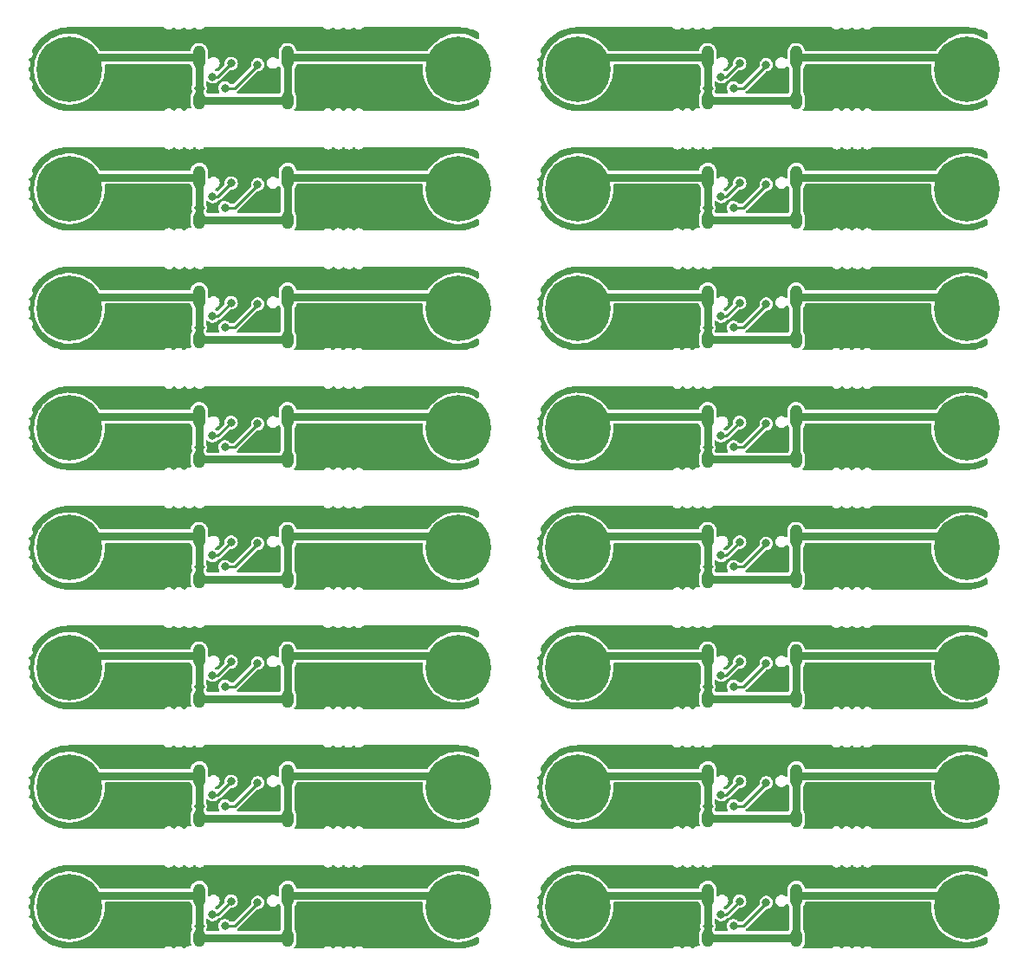
<source format=gtl>
%TF.GenerationSoftware,KiCad,Pcbnew,(6.0.5)*%
%TF.CreationDate,2022-06-15T20:47:15+08:00*%
%TF.ProjectId,panel,70616e65-6c2e-46b6-9963-61645f706362,rev?*%
%TF.SameCoordinates,Original*%
%TF.FileFunction,Copper,L1,Top*%
%TF.FilePolarity,Positive*%
%FSLAX46Y46*%
G04 Gerber Fmt 4.6, Leading zero omitted, Abs format (unit mm)*
G04 Created by KiCad (PCBNEW (6.0.5)) date 2022-06-15 20:47:15*
%MOMM*%
%LPD*%
G01*
G04 APERTURE LIST*
%TA.AperFunction,ComponentPad*%
%ADD10C,0.800000*%
%TD*%
%TA.AperFunction,ComponentPad*%
%ADD11C,6.400000*%
%TD*%
%TA.AperFunction,ComponentPad*%
%ADD12O,1.200000X2.300000*%
%TD*%
%TA.AperFunction,ComponentPad*%
%ADD13O,1.200000X1.800000*%
%TD*%
%TA.AperFunction,ViaPad*%
%ADD14C,0.800000*%
%TD*%
%TA.AperFunction,Conductor*%
%ADD15C,0.250000*%
%TD*%
%TA.AperFunction,Conductor*%
%ADD16C,0.800000*%
%TD*%
G04 APERTURE END LIST*
D10*
%TO.P,MH1,1*%
%TO.N,Board_4-SHIELD*%
X63948648Y-51750000D03*
X64651592Y-50052944D03*
X66348648Y-49350000D03*
X64651592Y-53447056D03*
X66348648Y-54150000D03*
X68045704Y-50052944D03*
D11*
X66348648Y-51750000D03*
D10*
X68045704Y-53447056D03*
X68748648Y-51750000D03*
%TD*%
%TO.P,MH2,1*%
%TO.N,Board_2-SHIELD*%
X30748648Y-40050000D03*
X25948648Y-40050000D03*
D11*
X28348648Y-40050000D03*
D10*
X28348648Y-37650000D03*
X28348648Y-42450000D03*
X30045704Y-41747056D03*
X26651592Y-41747056D03*
X30045704Y-38352944D03*
X26651592Y-38352944D03*
%TD*%
%TO.P,MH1,1*%
%TO.N,Board_0-SHIELD*%
X68748648Y-28350000D03*
D11*
X66348648Y-28350000D03*
D10*
X68045704Y-30047056D03*
X66348648Y-30750000D03*
X64651592Y-30047056D03*
X68045704Y-26652944D03*
X63948648Y-28350000D03*
X66348648Y-25950000D03*
X64651592Y-26652944D03*
%TD*%
%TO.P,MH1,1*%
%TO.N,Board_13-SHIELD*%
X116048648Y-100950000D03*
X114351592Y-100247056D03*
X117745704Y-100247056D03*
D11*
X116048648Y-98550000D03*
D10*
X114351592Y-96852944D03*
X117745704Y-96852944D03*
X113648648Y-98550000D03*
X118448648Y-98550000D03*
X116048648Y-96150000D03*
%TD*%
%TO.P,MH2,1*%
%TO.N,Board_3-SHIELD*%
X76351592Y-38352944D03*
X79745704Y-38352944D03*
X78048648Y-42450000D03*
X76351592Y-41747056D03*
X79745704Y-41747056D03*
X78048648Y-37650000D03*
D11*
X78048648Y-40050000D03*
D10*
X75648648Y-40050000D03*
X80448648Y-40050000D03*
%TD*%
%TO.P,MH1,1*%
%TO.N,Board_7-SHIELD*%
X114351592Y-61752944D03*
X114351592Y-65147056D03*
X116048648Y-61050000D03*
X117745704Y-65147056D03*
D11*
X116048648Y-63450000D03*
D10*
X113648648Y-63450000D03*
X116048648Y-65850000D03*
X117745704Y-61752944D03*
X118448648Y-63450000D03*
%TD*%
%TO.P,MH2,1*%
%TO.N,Board_5-SHIELD*%
X78048648Y-54150000D03*
X76351592Y-53447056D03*
D11*
X78048648Y-51750000D03*
D10*
X76351592Y-50052944D03*
X79745704Y-50052944D03*
X75648648Y-51750000D03*
X79745704Y-53447056D03*
X80448648Y-51750000D03*
X78048648Y-49350000D03*
%TD*%
%TO.P,MH2,1*%
%TO.N,Board_4-SHIELD*%
X28348648Y-54150000D03*
X28348648Y-49350000D03*
X26651592Y-50052944D03*
X25948648Y-51750000D03*
D11*
X28348648Y-51750000D03*
D10*
X26651592Y-53447056D03*
X30045704Y-50052944D03*
X30748648Y-51750000D03*
X30045704Y-53447056D03*
%TD*%
D11*
%TO.P,MH1,1*%
%TO.N,Board_8-SHIELD*%
X66348648Y-75150000D03*
D10*
X64651592Y-73452944D03*
X68045704Y-76847056D03*
X63948648Y-75150000D03*
X64651592Y-76847056D03*
X66348648Y-72750000D03*
X68748648Y-75150000D03*
X66348648Y-77550000D03*
X68045704Y-73452944D03*
%TD*%
%TO.P,MH1,1*%
%TO.N,Board_10-SHIELD*%
X66348648Y-89250000D03*
X68045704Y-85152944D03*
X66348648Y-84450000D03*
D11*
X66348648Y-86850000D03*
D10*
X68748648Y-86850000D03*
X64651592Y-88547056D03*
X64651592Y-85152944D03*
X63948648Y-86850000D03*
X68045704Y-88547056D03*
%TD*%
%TO.P,MH1,1*%
%TO.N,Board_12-SHIELD*%
X63948648Y-98550000D03*
X64651592Y-96852944D03*
X68748648Y-98550000D03*
X68045704Y-96852944D03*
D11*
X66348648Y-98550000D03*
D10*
X64651592Y-100247056D03*
X66348648Y-96150000D03*
X68045704Y-100247056D03*
X66348648Y-100950000D03*
%TD*%
%TO.P,MH2,1*%
%TO.N,Board_7-SHIELD*%
X76351592Y-61752944D03*
X79745704Y-61752944D03*
X80448648Y-63450000D03*
X75648648Y-63450000D03*
X79745704Y-65147056D03*
X78048648Y-65850000D03*
D11*
X78048648Y-63450000D03*
D10*
X78048648Y-61050000D03*
X76351592Y-65147056D03*
%TD*%
%TO.P,MH2,1*%
%TO.N,Board_6-SHIELD*%
X30748648Y-63450000D03*
X28348648Y-65850000D03*
X26651592Y-61752944D03*
X26651592Y-65147056D03*
D11*
X28348648Y-63450000D03*
D10*
X28348648Y-61050000D03*
X25948648Y-63450000D03*
X30045704Y-65147056D03*
X30045704Y-61752944D03*
%TD*%
%TO.P,MH2,1*%
%TO.N,Board_15-SHIELD*%
X76351592Y-111947056D03*
X76351592Y-108552944D03*
X79745704Y-108552944D03*
X80448648Y-110250000D03*
X78048648Y-112650000D03*
X75648648Y-110250000D03*
D11*
X78048648Y-110250000D03*
D10*
X78048648Y-107850000D03*
X79745704Y-111947056D03*
%TD*%
%TO.P,MH1,1*%
%TO.N,Board_14-SHIELD*%
X68045704Y-111947056D03*
X63948648Y-110250000D03*
X64651592Y-108552944D03*
D11*
X66348648Y-110250000D03*
D10*
X66348648Y-107850000D03*
X68045704Y-108552944D03*
X68748648Y-110250000D03*
X64651592Y-111947056D03*
X66348648Y-112650000D03*
%TD*%
D11*
%TO.P,MH2,1*%
%TO.N,Board_12-SHIELD*%
X28348648Y-98550000D03*
D10*
X26651592Y-100247056D03*
X28348648Y-96150000D03*
X26651592Y-96852944D03*
X30748648Y-98550000D03*
X30045704Y-96852944D03*
X25948648Y-98550000D03*
X30045704Y-100247056D03*
X28348648Y-100950000D03*
%TD*%
%TO.P,MH1,1*%
%TO.N,Board_15-SHIELD*%
X114351592Y-108552944D03*
X116048648Y-112650000D03*
X118448648Y-110250000D03*
X117745704Y-111947056D03*
X114351592Y-111947056D03*
D11*
X116048648Y-110250000D03*
D10*
X117745704Y-108552944D03*
X116048648Y-107850000D03*
X113648648Y-110250000D03*
%TD*%
%TO.P,MH2,1*%
%TO.N,Board_11-SHIELD*%
X75648648Y-86850000D03*
X78048648Y-89250000D03*
X80448648Y-86850000D03*
X79745704Y-88547056D03*
X79745704Y-85152944D03*
X76351592Y-88547056D03*
X76351592Y-85152944D03*
X78048648Y-84450000D03*
D11*
X78048648Y-86850000D03*
%TD*%
D10*
%TO.P,MH1,1*%
%TO.N,Board_6-SHIELD*%
X64651592Y-65147056D03*
X68748648Y-63450000D03*
X63948648Y-63450000D03*
X66348648Y-65850000D03*
X64651592Y-61752944D03*
D11*
X66348648Y-63450000D03*
D10*
X68045704Y-65147056D03*
X66348648Y-61050000D03*
X68045704Y-61752944D03*
%TD*%
D11*
%TO.P,MH2,1*%
%TO.N,Board_8-SHIELD*%
X28348648Y-75150000D03*
D10*
X26651592Y-76847056D03*
X30045704Y-73452944D03*
X26651592Y-73452944D03*
X30748648Y-75150000D03*
X30045704Y-76847056D03*
X25948648Y-75150000D03*
X28348648Y-77550000D03*
X28348648Y-72750000D03*
%TD*%
%TO.P,MH1,1*%
%TO.N,Board_2-SHIELD*%
X66348648Y-42450000D03*
X68748648Y-40050000D03*
X68045704Y-41747056D03*
X64651592Y-38352944D03*
X63948648Y-40050000D03*
X66348648Y-37650000D03*
D11*
X66348648Y-40050000D03*
D10*
X68045704Y-38352944D03*
X64651592Y-41747056D03*
%TD*%
%TO.P,MH1,1*%
%TO.N,Board_11-SHIELD*%
X114351592Y-85152944D03*
X114351592Y-88547056D03*
X118448648Y-86850000D03*
X116048648Y-84450000D03*
X116048648Y-89250000D03*
X117745704Y-88547056D03*
D11*
X116048648Y-86850000D03*
D10*
X113648648Y-86850000D03*
X117745704Y-85152944D03*
%TD*%
%TO.P,MH2,1*%
%TO.N,Board_10-SHIELD*%
X26651592Y-88547056D03*
X30748648Y-86850000D03*
X26651592Y-85152944D03*
X28348648Y-84450000D03*
X25948648Y-86850000D03*
X30045704Y-88547056D03*
D11*
X28348648Y-86850000D03*
D10*
X30045704Y-85152944D03*
X28348648Y-89250000D03*
%TD*%
%TO.P,MH1,1*%
%TO.N,Board_9-SHIELD*%
X117745704Y-76847056D03*
X118448648Y-75150000D03*
X116048648Y-72750000D03*
X116048648Y-77550000D03*
X113648648Y-75150000D03*
X117745704Y-73452944D03*
D11*
X116048648Y-75150000D03*
D10*
X114351592Y-73452944D03*
X114351592Y-76847056D03*
%TD*%
%TO.P,MH1,1*%
%TO.N,Board_1-SHIELD*%
X116048648Y-25950000D03*
X116048648Y-30750000D03*
X118448648Y-28350000D03*
X114351592Y-26652944D03*
D11*
X116048648Y-28350000D03*
D10*
X117745704Y-30047056D03*
X114351592Y-30047056D03*
X117745704Y-26652944D03*
X113648648Y-28350000D03*
%TD*%
%TO.P,MH2,1*%
%TO.N,Board_13-SHIELD*%
X79745704Y-96852944D03*
X80448648Y-98550000D03*
X79745704Y-100247056D03*
X78048648Y-96150000D03*
X78048648Y-100950000D03*
X75648648Y-98550000D03*
X76351592Y-100247056D03*
D11*
X78048648Y-98550000D03*
D10*
X76351592Y-96852944D03*
%TD*%
%TO.P,MH1,1*%
%TO.N,Board_3-SHIELD*%
X117745704Y-41747056D03*
X114351592Y-41747056D03*
X114351592Y-38352944D03*
X117745704Y-38352944D03*
D11*
X116048648Y-40050000D03*
D10*
X113648648Y-40050000D03*
X116048648Y-37650000D03*
X116048648Y-42450000D03*
X118448648Y-40050000D03*
%TD*%
%TO.P,MH2,1*%
%TO.N,Board_1-SHIELD*%
X79745704Y-30047056D03*
X76351592Y-30047056D03*
X80448648Y-28350000D03*
X78048648Y-30750000D03*
X76351592Y-26652944D03*
D11*
X78048648Y-28350000D03*
D10*
X79745704Y-26652944D03*
X75648648Y-28350000D03*
X78048648Y-25950000D03*
%TD*%
%TO.P,MH2,1*%
%TO.N,Board_14-SHIELD*%
X28348648Y-112650000D03*
X26651592Y-108552944D03*
X26651592Y-111947056D03*
X30748648Y-110250000D03*
X30045704Y-108552944D03*
D11*
X28348648Y-110250000D03*
D10*
X28348648Y-107850000D03*
X25948648Y-110250000D03*
X30045704Y-111947056D03*
%TD*%
%TO.P,MH2,1*%
%TO.N,Board_0-SHIELD*%
X25948648Y-28350000D03*
X28348648Y-25950000D03*
X30045704Y-26652944D03*
D11*
X28348648Y-28350000D03*
D10*
X30045704Y-30047056D03*
X26651592Y-26652944D03*
X26651592Y-30047056D03*
X28348648Y-30750000D03*
X30748648Y-28350000D03*
%TD*%
%TO.P,MH1,1*%
%TO.N,Board_5-SHIELD*%
X118448648Y-51750000D03*
X114351592Y-50052944D03*
X114351592Y-53447056D03*
X117745704Y-50052944D03*
X113648648Y-51750000D03*
X117745704Y-53447056D03*
D11*
X116048648Y-51750000D03*
D10*
X116048648Y-54150000D03*
X116048648Y-49350000D03*
%TD*%
D11*
%TO.P,MH2,1*%
%TO.N,Board_9-SHIELD*%
X78048648Y-75150000D03*
D10*
X79745704Y-76847056D03*
X76351592Y-73452944D03*
X75648648Y-75150000D03*
X78048648Y-77550000D03*
X79745704Y-73452944D03*
X80448648Y-75150000D03*
X78048648Y-72750000D03*
X76351592Y-76847056D03*
%TD*%
D12*
%TO.P,J1,13*%
%TO.N,N/C*%
X49668648Y-50620000D03*
X41028648Y-50620000D03*
D13*
X41028648Y-54800000D03*
X49668648Y-54800000D03*
%TD*%
D12*
%TO.P,J1,13*%
%TO.N,N/C*%
X99368648Y-85720000D03*
X90728648Y-85720000D03*
D13*
X90728648Y-89900000D03*
X99368648Y-89900000D03*
%TD*%
D12*
%TO.P,J1,13*%
%TO.N,N/C*%
X99368648Y-97420000D03*
X90728648Y-97420000D03*
D13*
X90728648Y-101600000D03*
X99368648Y-101600000D03*
%TD*%
D12*
%TO.P,J1,13*%
%TO.N,N/C*%
X49668648Y-27220000D03*
X41028648Y-27220000D03*
D13*
X41028648Y-31400000D03*
X49668648Y-31400000D03*
%TD*%
D12*
%TO.P,J1,13*%
%TO.N,N/C*%
X49668648Y-85720000D03*
X41028648Y-85720000D03*
D13*
X41028648Y-89900000D03*
X49668648Y-89900000D03*
%TD*%
D12*
%TO.P,J1,13*%
%TO.N,N/C*%
X99368648Y-62320000D03*
X90728648Y-62320000D03*
D13*
X90728648Y-66500000D03*
X99368648Y-66500000D03*
%TD*%
D12*
%TO.P,J1,13*%
%TO.N,N/C*%
X99368648Y-109120000D03*
X90728648Y-109120000D03*
D13*
X90728648Y-113300000D03*
X99368648Y-113300000D03*
%TD*%
D12*
%TO.P,J1,13*%
%TO.N,N/C*%
X49668648Y-74020000D03*
X41028648Y-74020000D03*
D13*
X41028648Y-78200000D03*
X49668648Y-78200000D03*
%TD*%
D12*
%TO.P,J1,13*%
%TO.N,N/C*%
X49668648Y-38920000D03*
X41028648Y-38920000D03*
D13*
X41028648Y-43100000D03*
X49668648Y-43100000D03*
%TD*%
D12*
%TO.P,J1,13*%
%TO.N,N/C*%
X99368648Y-27220000D03*
X90728648Y-27220000D03*
D13*
X90728648Y-31400000D03*
X99368648Y-31400000D03*
%TD*%
D12*
%TO.P,J1,13*%
%TO.N,N/C*%
X49668648Y-62320000D03*
X41028648Y-62320000D03*
D13*
X41028648Y-66500000D03*
X49668648Y-66500000D03*
%TD*%
D12*
%TO.P,J1,13*%
%TO.N,N/C*%
X49668648Y-97420000D03*
X41028648Y-97420000D03*
D13*
X41028648Y-101600000D03*
X49668648Y-101600000D03*
%TD*%
D12*
%TO.P,J1,13*%
%TO.N,N/C*%
X99368648Y-50620000D03*
X90728648Y-50620000D03*
D13*
X90728648Y-54800000D03*
X99368648Y-54800000D03*
%TD*%
D12*
%TO.P,J1,13*%
%TO.N,N/C*%
X99368648Y-38920000D03*
X90728648Y-38920000D03*
D13*
X90728648Y-43100000D03*
X99368648Y-43100000D03*
%TD*%
D12*
%TO.P,J1,13*%
%TO.N,N/C*%
X49668648Y-109120000D03*
X41028648Y-109120000D03*
D13*
X41028648Y-113300000D03*
X49668648Y-113300000D03*
%TD*%
D12*
%TO.P,J1,13*%
%TO.N,N/C*%
X99368648Y-74020000D03*
X90728648Y-74020000D03*
D13*
X90728648Y-78200000D03*
X99368648Y-78200000D03*
%TD*%
D14*
%TO.N,Board_1-GND*%
X89248648Y-25400000D03*
X93248648Y-24800000D03*
X109948648Y-28800000D03*
X100648648Y-25875010D03*
X109548648Y-25200000D03*
X105548648Y-29200000D03*
X83498648Y-25400000D03*
X111056648Y-30764500D03*
%TO.N,Board_1-Net-(J1-Pad10)*%
X93848648Y-27800000D03*
X92048648Y-29100000D03*
%TO.N,Board_1-Net-(J1-Pad4)*%
X93248648Y-30200000D03*
X96448648Y-27925000D03*
%TO.N,Board_2-GND*%
X39548648Y-37100000D03*
X43548648Y-36500000D03*
X60248648Y-40500000D03*
X50948648Y-37575010D03*
X59848648Y-36900000D03*
X55848648Y-40900000D03*
X61356648Y-42464500D03*
X33798648Y-37100000D03*
%TO.N,Board_2-Net-(J1-Pad10)*%
X44148648Y-39500000D03*
X42348648Y-40800000D03*
%TO.N,Board_2-Net-(J1-Pad4)*%
X43548648Y-41900000D03*
X46748648Y-39625000D03*
%TO.N,Board_3-GND*%
X89248648Y-37100000D03*
X93248648Y-36500000D03*
X109948648Y-40500000D03*
X100648648Y-37575010D03*
X109548648Y-36900000D03*
X105548648Y-40900000D03*
X111056648Y-42464500D03*
X83498648Y-37100000D03*
%TO.N,Board_3-Net-(J1-Pad10)*%
X93848648Y-39500000D03*
X92048648Y-40800000D03*
%TO.N,Board_3-Net-(J1-Pad4)*%
X93248648Y-41900000D03*
X96448648Y-39625000D03*
%TO.N,Board_4-GND*%
X39548648Y-48800000D03*
X43548648Y-48200000D03*
X60248648Y-52200000D03*
X50948648Y-49275010D03*
X59848648Y-48600000D03*
X55848648Y-52600000D03*
X33798648Y-48800000D03*
X61356648Y-54164500D03*
%TO.N,Board_4-Net-(J1-Pad10)*%
X44148648Y-51200000D03*
X42348648Y-52500000D03*
%TO.N,Board_4-Net-(J1-Pad4)*%
X43548648Y-53600000D03*
X46748648Y-51325000D03*
%TO.N,Board_5-GND*%
X89248648Y-48800000D03*
X93248648Y-48200000D03*
X109948648Y-52200000D03*
X100648648Y-49275010D03*
X109548648Y-48600000D03*
X105548648Y-52600000D03*
X111056648Y-54164500D03*
X83498648Y-48800000D03*
%TO.N,Board_5-Net-(J1-Pad10)*%
X93848648Y-51200000D03*
X92048648Y-52500000D03*
%TO.N,Board_5-Net-(J1-Pad4)*%
X93248648Y-53600000D03*
X96448648Y-51325000D03*
%TO.N,Board_6-GND*%
X39548648Y-60500000D03*
X43548648Y-59900000D03*
X60248648Y-63900000D03*
X50948648Y-60975010D03*
X59848648Y-60300000D03*
X55848648Y-64300000D03*
X61356648Y-65864500D03*
X33798648Y-60500000D03*
%TO.N,Board_6-Net-(J1-Pad10)*%
X44148648Y-62900000D03*
X42348648Y-64200000D03*
%TO.N,Board_6-Net-(J1-Pad4)*%
X43548648Y-65300000D03*
X46748648Y-63025000D03*
%TO.N,Board_7-GND*%
X89248648Y-60500000D03*
X93248648Y-59900000D03*
X109948648Y-63900000D03*
X100648648Y-60975010D03*
X109548648Y-60300000D03*
X105548648Y-64300000D03*
X111056648Y-65864500D03*
X83498648Y-60500000D03*
%TO.N,Board_7-Net-(J1-Pad10)*%
X93848648Y-62900000D03*
X92048648Y-64200000D03*
%TO.N,Board_7-Net-(J1-Pad4)*%
X93248648Y-65300000D03*
X96448648Y-63025000D03*
%TO.N,Board_8-GND*%
X39548648Y-72200000D03*
X43548648Y-71600000D03*
X60248648Y-75600000D03*
X50948648Y-72675010D03*
X59848648Y-72000000D03*
X55848648Y-76000000D03*
X61356648Y-77564500D03*
X33798648Y-72200000D03*
%TO.N,Board_8-Net-(J1-Pad10)*%
X44148648Y-74600000D03*
X42348648Y-75900000D03*
%TO.N,Board_8-Net-(J1-Pad4)*%
X43548648Y-77000000D03*
X46748648Y-74725000D03*
%TO.N,Board_9-GND*%
X89248648Y-72200000D03*
X93248648Y-71600000D03*
X109948648Y-75600000D03*
X100648648Y-72675010D03*
X109548648Y-72000000D03*
X105548648Y-76000000D03*
X111056648Y-77564500D03*
X83498648Y-72200000D03*
%TO.N,Board_9-Net-(J1-Pad10)*%
X93848648Y-74600000D03*
X92048648Y-75900000D03*
%TO.N,Board_9-Net-(J1-Pad4)*%
X93248648Y-77000000D03*
X96448648Y-74725000D03*
%TO.N,Board_10-GND*%
X39548648Y-83900000D03*
X43548648Y-83300000D03*
X60248648Y-87300000D03*
X50948648Y-84375010D03*
X59848648Y-83700000D03*
X55848648Y-87700000D03*
X61356648Y-89264500D03*
X33798648Y-83900000D03*
%TO.N,Board_10-Net-(J1-Pad10)*%
X44148648Y-86300000D03*
X42348648Y-87600000D03*
%TO.N,Board_10-Net-(J1-Pad4)*%
X43548648Y-88700000D03*
X46748648Y-86425000D03*
%TO.N,Board_11-GND*%
X89248648Y-83900000D03*
X93248648Y-83300000D03*
X109948648Y-87300000D03*
X100648648Y-84375010D03*
X109548648Y-83700000D03*
X105548648Y-87700000D03*
X83498648Y-83900000D03*
X111056648Y-89264500D03*
%TO.N,Board_11-Net-(J1-Pad10)*%
X93848648Y-86300000D03*
X92048648Y-87600000D03*
%TO.N,Board_11-Net-(J1-Pad4)*%
X93248648Y-88700000D03*
X96448648Y-86425000D03*
%TO.N,Board_12-GND*%
X39548648Y-95600000D03*
X43548648Y-95000000D03*
X60248648Y-99000000D03*
X50948648Y-96075010D03*
X59848648Y-95400000D03*
X55848648Y-99400000D03*
X61356648Y-100964500D03*
X33798648Y-95600000D03*
%TO.N,Board_12-Net-(J1-Pad10)*%
X44148648Y-98000000D03*
X42348648Y-99300000D03*
%TO.N,Board_12-Net-(J1-Pad4)*%
X43548648Y-100400000D03*
X46748648Y-98125000D03*
%TO.N,Board_13-GND*%
X89248648Y-95600000D03*
X93248648Y-95000000D03*
X109948648Y-99000000D03*
X100648648Y-96075010D03*
X109548648Y-95400000D03*
X105548648Y-99400000D03*
X83498648Y-95600000D03*
X111056648Y-100964500D03*
%TO.N,Board_13-Net-(J1-Pad10)*%
X93848648Y-98000000D03*
X92048648Y-99300000D03*
%TO.N,Board_13-Net-(J1-Pad4)*%
X93248648Y-100400000D03*
X96448648Y-98125000D03*
%TO.N,Board_14-GND*%
X39548648Y-107300000D03*
X43548648Y-106700000D03*
X60248648Y-110700000D03*
X50948648Y-107775010D03*
X59848648Y-107100000D03*
X55848648Y-111100000D03*
X61356648Y-112664500D03*
X33798648Y-107300000D03*
%TO.N,Board_14-Net-(J1-Pad10)*%
X44148648Y-109700000D03*
X42348648Y-111000000D03*
%TO.N,Board_14-Net-(J1-Pad4)*%
X43548648Y-112100000D03*
X46748648Y-109825000D03*
%TO.N,Board_0-GND*%
X39548648Y-25400000D03*
X43548648Y-24800000D03*
X60248648Y-28800000D03*
X50948648Y-25875010D03*
X59848648Y-25200000D03*
X55848648Y-29200000D03*
X61356648Y-30764500D03*
X33798648Y-25400000D03*
%TO.N,Board_0-Net-(J1-Pad10)*%
X44148648Y-27800000D03*
X42348648Y-29100000D03*
%TO.N,Board_0-Net-(J1-Pad4)*%
X43548648Y-30200000D03*
X46748648Y-27925000D03*
%TO.N,Board_15-GND*%
X89248648Y-107300000D03*
X93248648Y-106700000D03*
X109948648Y-110700000D03*
X100648648Y-107775010D03*
X109548648Y-107100000D03*
X105548648Y-111100000D03*
X111056648Y-112664500D03*
X83498648Y-107300000D03*
%TO.N,Board_15-Net-(J1-Pad10)*%
X93848648Y-109700000D03*
X92048648Y-111000000D03*
%TO.N,Board_15-Net-(J1-Pad4)*%
X93248648Y-112100000D03*
X96448648Y-109825000D03*
%TD*%
D15*
%TO.N,Board_1-Net-(J1-Pad10)*%
X93848648Y-27800000D02*
X92548648Y-29100000D01*
X92548648Y-29100000D02*
X92048648Y-29100000D01*
X93798648Y-27750000D02*
X93848648Y-27800000D01*
%TO.N,Board_1-Net-(J1-Pad4)*%
X96448648Y-28000000D02*
X94248648Y-30200000D01*
X94248648Y-30200000D02*
X93248648Y-30200000D01*
D16*
%TO.N,Board_1-SHIELD*%
X90728648Y-31400000D02*
X90728648Y-27220000D01*
X99368648Y-27220000D02*
X99368648Y-31400000D01*
D15*
X91136809Y-30200000D02*
X91111799Y-30174990D01*
D16*
X99368648Y-31400000D02*
X90728648Y-31400000D01*
D15*
X90345497Y-30174990D02*
X90320487Y-30200000D01*
D16*
X99368648Y-27220000D02*
X114918648Y-27220000D01*
X79673648Y-29975000D02*
X78048648Y-28350000D01*
X79178648Y-27220000D02*
X78048648Y-28350000D01*
X90728648Y-27220000D02*
X79178648Y-27220000D01*
D15*
%TO.N,Board_2-Net-(J1-Pad10)*%
X44148648Y-39500000D02*
X42848648Y-40800000D01*
X42848648Y-40800000D02*
X42348648Y-40800000D01*
X44098648Y-39450000D02*
X44148648Y-39500000D01*
%TO.N,Board_2-Net-(J1-Pad4)*%
X46748648Y-39700000D02*
X44548648Y-41900000D01*
X44548648Y-41900000D02*
X43548648Y-41900000D01*
D16*
%TO.N,Board_2-SHIELD*%
X41028648Y-43100000D02*
X41028648Y-38920000D01*
X49668648Y-38920000D02*
X49668648Y-43100000D01*
D15*
X41436809Y-41900000D02*
X41411799Y-41874990D01*
D16*
X49668648Y-43100000D02*
X41028648Y-43100000D01*
D15*
X40645497Y-41874990D02*
X40620487Y-41900000D01*
D16*
X29478648Y-38920000D02*
X28348648Y-40050000D01*
X29973648Y-41675000D02*
X28348648Y-40050000D01*
X41028648Y-38920000D02*
X29478648Y-38920000D01*
X49668648Y-38920000D02*
X65218648Y-38920000D01*
D15*
%TO.N,Board_3-Net-(J1-Pad10)*%
X93848648Y-39500000D02*
X92548648Y-40800000D01*
X92548648Y-40800000D02*
X92048648Y-40800000D01*
X93798648Y-39450000D02*
X93848648Y-39500000D01*
%TO.N,Board_3-Net-(J1-Pad4)*%
X96448648Y-39700000D02*
X94248648Y-41900000D01*
X94248648Y-41900000D02*
X93248648Y-41900000D01*
D16*
%TO.N,Board_3-SHIELD*%
X90728648Y-43100000D02*
X90728648Y-38920000D01*
X99368648Y-38920000D02*
X99368648Y-43100000D01*
D15*
X91136809Y-41900000D02*
X91111799Y-41874990D01*
D16*
X99368648Y-43100000D02*
X90728648Y-43100000D01*
D15*
X90345497Y-41874990D02*
X90320487Y-41900000D01*
D16*
X79178648Y-38920000D02*
X78048648Y-40050000D01*
X90728648Y-38920000D02*
X79178648Y-38920000D01*
X99368648Y-38920000D02*
X114918648Y-38920000D01*
X79673648Y-41675000D02*
X78048648Y-40050000D01*
D15*
%TO.N,Board_4-Net-(J1-Pad10)*%
X44148648Y-51200000D02*
X42848648Y-52500000D01*
X42848648Y-52500000D02*
X42348648Y-52500000D01*
X44098648Y-51150000D02*
X44148648Y-51200000D01*
%TO.N,Board_4-Net-(J1-Pad4)*%
X46748648Y-51400000D02*
X44548648Y-53600000D01*
X44548648Y-53600000D02*
X43548648Y-53600000D01*
D16*
%TO.N,Board_4-SHIELD*%
X41028648Y-54800000D02*
X41028648Y-50620000D01*
X49668648Y-50620000D02*
X49668648Y-54800000D01*
D15*
X41436809Y-53600000D02*
X41411799Y-53574990D01*
D16*
X49668648Y-54800000D02*
X41028648Y-54800000D01*
D15*
X40645497Y-53574990D02*
X40620487Y-53600000D01*
D16*
X41028648Y-50620000D02*
X29478648Y-50620000D01*
X29478648Y-50620000D02*
X28348648Y-51750000D01*
X29973648Y-53375000D02*
X28348648Y-51750000D01*
X49668648Y-50620000D02*
X65218648Y-50620000D01*
D15*
%TO.N,Board_5-Net-(J1-Pad10)*%
X93848648Y-51200000D02*
X92548648Y-52500000D01*
X92548648Y-52500000D02*
X92048648Y-52500000D01*
X93798648Y-51150000D02*
X93848648Y-51200000D01*
%TO.N,Board_5-Net-(J1-Pad4)*%
X96448648Y-51400000D02*
X94248648Y-53600000D01*
X94248648Y-53600000D02*
X93248648Y-53600000D01*
D16*
%TO.N,Board_5-SHIELD*%
X90728648Y-54800000D02*
X90728648Y-50620000D01*
X99368648Y-50620000D02*
X99368648Y-54800000D01*
D15*
X91136809Y-53600000D02*
X91111799Y-53574990D01*
D16*
X99368648Y-54800000D02*
X90728648Y-54800000D01*
D15*
X90345497Y-53574990D02*
X90320487Y-53600000D01*
D16*
X90728648Y-50620000D02*
X79178648Y-50620000D01*
X79673648Y-53375000D02*
X78048648Y-51750000D01*
X99368648Y-50620000D02*
X114918648Y-50620000D01*
X79178648Y-50620000D02*
X78048648Y-51750000D01*
D15*
%TO.N,Board_6-Net-(J1-Pad10)*%
X44148648Y-62900000D02*
X42848648Y-64200000D01*
X42848648Y-64200000D02*
X42348648Y-64200000D01*
X44098648Y-62850000D02*
X44148648Y-62900000D01*
%TO.N,Board_6-Net-(J1-Pad4)*%
X46748648Y-63100000D02*
X44548648Y-65300000D01*
X44548648Y-65300000D02*
X43548648Y-65300000D01*
D16*
%TO.N,Board_6-SHIELD*%
X41028648Y-66500000D02*
X41028648Y-62320000D01*
X49668648Y-62320000D02*
X49668648Y-66500000D01*
D15*
X41436809Y-65300000D02*
X41411799Y-65274990D01*
D16*
X49668648Y-66500000D02*
X41028648Y-66500000D01*
D15*
X40645497Y-65274990D02*
X40620487Y-65300000D01*
D16*
X29973648Y-65075000D02*
X28348648Y-63450000D01*
X49668648Y-62320000D02*
X65218648Y-62320000D01*
X41028648Y-62320000D02*
X29478648Y-62320000D01*
X29478648Y-62320000D02*
X28348648Y-63450000D01*
D15*
%TO.N,Board_7-Net-(J1-Pad10)*%
X93848648Y-62900000D02*
X92548648Y-64200000D01*
X92548648Y-64200000D02*
X92048648Y-64200000D01*
X93798648Y-62850000D02*
X93848648Y-62900000D01*
%TO.N,Board_7-Net-(J1-Pad4)*%
X96448648Y-63100000D02*
X94248648Y-65300000D01*
X94248648Y-65300000D02*
X93248648Y-65300000D01*
D16*
%TO.N,Board_7-SHIELD*%
X90728648Y-66500000D02*
X90728648Y-62320000D01*
X99368648Y-62320000D02*
X99368648Y-66500000D01*
D15*
X91136809Y-65300000D02*
X91111799Y-65274990D01*
D16*
X99368648Y-66500000D02*
X90728648Y-66500000D01*
D15*
X90345497Y-65274990D02*
X90320487Y-65300000D01*
D16*
X90728648Y-62320000D02*
X79178648Y-62320000D01*
X99368648Y-62320000D02*
X114918648Y-62320000D01*
X79178648Y-62320000D02*
X78048648Y-63450000D01*
X79673648Y-65075000D02*
X78048648Y-63450000D01*
D15*
%TO.N,Board_8-Net-(J1-Pad10)*%
X44148648Y-74600000D02*
X42848648Y-75900000D01*
X42848648Y-75900000D02*
X42348648Y-75900000D01*
X44098648Y-74550000D02*
X44148648Y-74600000D01*
%TO.N,Board_8-Net-(J1-Pad4)*%
X46748648Y-74800000D02*
X44548648Y-77000000D01*
X44548648Y-77000000D02*
X43548648Y-77000000D01*
D16*
%TO.N,Board_8-SHIELD*%
X41028648Y-78200000D02*
X41028648Y-74020000D01*
X49668648Y-74020000D02*
X49668648Y-78200000D01*
D15*
X41436809Y-77000000D02*
X41411799Y-76974990D01*
D16*
X49668648Y-78200000D02*
X41028648Y-78200000D01*
D15*
X40645497Y-76974990D02*
X40620487Y-77000000D01*
D16*
X29973648Y-76775000D02*
X28348648Y-75150000D01*
X29478648Y-74020000D02*
X28348648Y-75150000D01*
X49668648Y-74020000D02*
X65218648Y-74020000D01*
X41028648Y-74020000D02*
X29478648Y-74020000D01*
D15*
%TO.N,Board_9-Net-(J1-Pad10)*%
X93848648Y-74600000D02*
X92548648Y-75900000D01*
X92548648Y-75900000D02*
X92048648Y-75900000D01*
X93798648Y-74550000D02*
X93848648Y-74600000D01*
%TO.N,Board_9-Net-(J1-Pad4)*%
X96448648Y-74800000D02*
X94248648Y-77000000D01*
X94248648Y-77000000D02*
X93248648Y-77000000D01*
D16*
%TO.N,Board_9-SHIELD*%
X90728648Y-78200000D02*
X90728648Y-74020000D01*
X99368648Y-74020000D02*
X99368648Y-78200000D01*
D15*
X91136809Y-77000000D02*
X91111799Y-76974990D01*
D16*
X99368648Y-78200000D02*
X90728648Y-78200000D01*
D15*
X90345497Y-76974990D02*
X90320487Y-77000000D01*
D16*
X79178648Y-74020000D02*
X78048648Y-75150000D01*
X79673648Y-76775000D02*
X78048648Y-75150000D01*
X99368648Y-74020000D02*
X114918648Y-74020000D01*
X90728648Y-74020000D02*
X79178648Y-74020000D01*
D15*
%TO.N,Board_10-Net-(J1-Pad10)*%
X44148648Y-86300000D02*
X42848648Y-87600000D01*
X42848648Y-87600000D02*
X42348648Y-87600000D01*
X44098648Y-86250000D02*
X44148648Y-86300000D01*
%TO.N,Board_10-Net-(J1-Pad4)*%
X46748648Y-86500000D02*
X44548648Y-88700000D01*
X44548648Y-88700000D02*
X43548648Y-88700000D01*
D16*
%TO.N,Board_10-SHIELD*%
X41028648Y-89900000D02*
X41028648Y-85720000D01*
X49668648Y-85720000D02*
X49668648Y-89900000D01*
D15*
X41436809Y-88700000D02*
X41411799Y-88674990D01*
D16*
X49668648Y-89900000D02*
X41028648Y-89900000D01*
D15*
X40645497Y-88674990D02*
X40620487Y-88700000D01*
D16*
X29478648Y-85720000D02*
X28348648Y-86850000D01*
X49668648Y-85720000D02*
X65218648Y-85720000D01*
X29973648Y-88475000D02*
X28348648Y-86850000D01*
X41028648Y-85720000D02*
X29478648Y-85720000D01*
D15*
%TO.N,Board_11-Net-(J1-Pad10)*%
X93848648Y-86300000D02*
X92548648Y-87600000D01*
X92548648Y-87600000D02*
X92048648Y-87600000D01*
X93798648Y-86250000D02*
X93848648Y-86300000D01*
%TO.N,Board_11-Net-(J1-Pad4)*%
X96448648Y-86500000D02*
X94248648Y-88700000D01*
X94248648Y-88700000D02*
X93248648Y-88700000D01*
D16*
%TO.N,Board_11-SHIELD*%
X90728648Y-89900000D02*
X90728648Y-85720000D01*
X99368648Y-85720000D02*
X99368648Y-89900000D01*
D15*
X91136809Y-88700000D02*
X91111799Y-88674990D01*
D16*
X99368648Y-89900000D02*
X90728648Y-89900000D01*
D15*
X90345497Y-88674990D02*
X90320487Y-88700000D01*
D16*
X79178648Y-85720000D02*
X78048648Y-86850000D01*
X79673648Y-88475000D02*
X78048648Y-86850000D01*
X99368648Y-85720000D02*
X114918648Y-85720000D01*
X90728648Y-85720000D02*
X79178648Y-85720000D01*
D15*
%TO.N,Board_12-Net-(J1-Pad10)*%
X44148648Y-98000000D02*
X42848648Y-99300000D01*
X42848648Y-99300000D02*
X42348648Y-99300000D01*
X44098648Y-97950000D02*
X44148648Y-98000000D01*
%TO.N,Board_12-Net-(J1-Pad4)*%
X46748648Y-98200000D02*
X44548648Y-100400000D01*
X44548648Y-100400000D02*
X43548648Y-100400000D01*
D16*
%TO.N,Board_12-SHIELD*%
X41028648Y-101600000D02*
X41028648Y-97420000D01*
X49668648Y-97420000D02*
X49668648Y-101600000D01*
D15*
X41436809Y-100400000D02*
X41411799Y-100374990D01*
D16*
X49668648Y-101600000D02*
X41028648Y-101600000D01*
D15*
X40645497Y-100374990D02*
X40620487Y-100400000D01*
D16*
X41028648Y-97420000D02*
X29478648Y-97420000D01*
X49668648Y-97420000D02*
X65218648Y-97420000D01*
X29973648Y-100175000D02*
X28348648Y-98550000D01*
X29478648Y-97420000D02*
X28348648Y-98550000D01*
D15*
%TO.N,Board_13-Net-(J1-Pad10)*%
X93848648Y-98000000D02*
X92548648Y-99300000D01*
X92548648Y-99300000D02*
X92048648Y-99300000D01*
X93798648Y-97950000D02*
X93848648Y-98000000D01*
%TO.N,Board_13-Net-(J1-Pad4)*%
X96448648Y-98200000D02*
X94248648Y-100400000D01*
X94248648Y-100400000D02*
X93248648Y-100400000D01*
D16*
%TO.N,Board_13-SHIELD*%
X90728648Y-101600000D02*
X90728648Y-97420000D01*
X99368648Y-97420000D02*
X99368648Y-101600000D01*
D15*
X91136809Y-100400000D02*
X91111799Y-100374990D01*
D16*
X99368648Y-101600000D02*
X90728648Y-101600000D01*
D15*
X90345497Y-100374990D02*
X90320487Y-100400000D01*
D16*
X79178648Y-97420000D02*
X78048648Y-98550000D01*
X90728648Y-97420000D02*
X79178648Y-97420000D01*
X99368648Y-97420000D02*
X114918648Y-97420000D01*
X79673648Y-100175000D02*
X78048648Y-98550000D01*
D15*
%TO.N,Board_14-Net-(J1-Pad10)*%
X44148648Y-109700000D02*
X42848648Y-111000000D01*
X42848648Y-111000000D02*
X42348648Y-111000000D01*
X44098648Y-109650000D02*
X44148648Y-109700000D01*
%TO.N,Board_14-Net-(J1-Pad4)*%
X46748648Y-109900000D02*
X44548648Y-112100000D01*
X44548648Y-112100000D02*
X43548648Y-112100000D01*
D16*
%TO.N,Board_14-SHIELD*%
X41028648Y-113300000D02*
X41028648Y-109120000D01*
X49668648Y-109120000D02*
X49668648Y-113300000D01*
D15*
X41436809Y-112100000D02*
X41411799Y-112074990D01*
D16*
X49668648Y-113300000D02*
X41028648Y-113300000D01*
D15*
X40645497Y-112074990D02*
X40620487Y-112100000D01*
D16*
X29973648Y-111875000D02*
X28348648Y-110250000D01*
X49668648Y-109120000D02*
X65218648Y-109120000D01*
X41028648Y-109120000D02*
X29478648Y-109120000D01*
X29478648Y-109120000D02*
X28348648Y-110250000D01*
D15*
%TO.N,Board_0-Net-(J1-Pad10)*%
X44148648Y-27800000D02*
X42848648Y-29100000D01*
X42848648Y-29100000D02*
X42348648Y-29100000D01*
X44098648Y-27750000D02*
X44148648Y-27800000D01*
%TO.N,Board_0-Net-(J1-Pad4)*%
X46748648Y-28000000D02*
X44548648Y-30200000D01*
X44548648Y-30200000D02*
X43548648Y-30200000D01*
D16*
%TO.N,Board_0-SHIELD*%
X41028648Y-31400000D02*
X41028648Y-27220000D01*
X49668648Y-27220000D02*
X49668648Y-31400000D01*
D15*
X41436809Y-30200000D02*
X41411799Y-30174990D01*
D16*
X49668648Y-31400000D02*
X41028648Y-31400000D01*
D15*
X40645497Y-30174990D02*
X40620487Y-30200000D01*
D16*
X41028648Y-27220000D02*
X29478648Y-27220000D01*
X29973648Y-29975000D02*
X28348648Y-28350000D01*
X29478648Y-27220000D02*
X28348648Y-28350000D01*
X49668648Y-27220000D02*
X65218648Y-27220000D01*
D15*
%TO.N,Board_15-Net-(J1-Pad10)*%
X93848648Y-109700000D02*
X92548648Y-111000000D01*
X92548648Y-111000000D02*
X92048648Y-111000000D01*
X93798648Y-109650000D02*
X93848648Y-109700000D01*
%TO.N,Board_15-Net-(J1-Pad4)*%
X96448648Y-109900000D02*
X94248648Y-112100000D01*
X94248648Y-112100000D02*
X93248648Y-112100000D01*
D16*
%TO.N,Board_15-SHIELD*%
X90728648Y-113300000D02*
X90728648Y-109120000D01*
X99368648Y-109120000D02*
X99368648Y-113300000D01*
D15*
X91136809Y-112100000D02*
X91111799Y-112074990D01*
D16*
X99368648Y-113300000D02*
X90728648Y-113300000D01*
D15*
X90345497Y-112074990D02*
X90320487Y-112100000D01*
D16*
X79673648Y-111875000D02*
X78048648Y-110250000D01*
X90728648Y-109120000D02*
X79178648Y-109120000D01*
X99368648Y-109120000D02*
X114918648Y-109120000D01*
X79178648Y-109120000D02*
X78048648Y-110250000D01*
%TD*%
%TA.AperFunction,Conductor*%
%TO.N,Board_3-GND*%
G36*
X112550462Y-39594502D02*
G01*
X112596955Y-39648158D01*
X112608132Y-39707753D01*
X112594736Y-39940095D01*
X112589095Y-40037924D01*
X112589267Y-40041319D01*
X112589267Y-40041320D01*
X112592823Y-40111513D01*
X112608026Y-40411624D01*
X112608563Y-40414979D01*
X112608564Y-40414985D01*
X112622053Y-40499201D01*
X112667205Y-40781094D01*
X112765941Y-41142011D01*
X112903078Y-41490154D01*
X113077013Y-41821450D01*
X113078910Y-41824274D01*
X113078913Y-41824278D01*
X113175233Y-41967618D01*
X113285709Y-42132024D01*
X113287904Y-42134630D01*
X113287908Y-42134636D01*
X113350864Y-42209398D01*
X113526727Y-42418241D01*
X113797246Y-42676755D01*
X114094103Y-42904541D01*
X114413824Y-43098935D01*
X114752669Y-43257661D01*
X114755887Y-43258763D01*
X114755890Y-43258764D01*
X115103451Y-43377761D01*
X115103459Y-43377763D01*
X115106674Y-43378864D01*
X115471699Y-43461126D01*
X115558848Y-43471056D01*
X115840090Y-43503100D01*
X115840098Y-43503100D01*
X115843473Y-43503485D01*
X115846877Y-43503503D01*
X115846880Y-43503503D01*
X116050204Y-43504567D01*
X116217647Y-43505444D01*
X116221033Y-43505094D01*
X116221035Y-43505094D01*
X116586453Y-43467332D01*
X116586462Y-43467331D01*
X116589845Y-43466981D01*
X116593178Y-43466267D01*
X116593181Y-43466266D01*
X116824142Y-43416752D01*
X116955711Y-43388546D01*
X117310966Y-43271056D01*
X117651455Y-43115887D01*
X117858322Y-42993058D01*
X117927105Y-42975479D01*
X117994476Y-42997878D01*
X118039041Y-43053145D01*
X118048648Y-43101400D01*
X118048648Y-43548491D01*
X118028646Y-43616612D01*
X117980130Y-43660615D01*
X117828387Y-43738409D01*
X117822742Y-43741128D01*
X117642270Y-43822561D01*
X117636551Y-43824972D01*
X117452273Y-43897294D01*
X117446400Y-43899431D01*
X117258770Y-43962472D01*
X117252766Y-43964324D01*
X117062236Y-44017931D01*
X117056148Y-44019481D01*
X116863205Y-44063519D01*
X116857047Y-44064764D01*
X116770589Y-44080009D01*
X116662115Y-44099136D01*
X116655914Y-44100070D01*
X116486330Y-44121321D01*
X116459557Y-44124676D01*
X116453306Y-44125302D01*
X116255920Y-44140094D01*
X116249646Y-44140407D01*
X116047033Y-44145461D01*
X116043891Y-44145500D01*
X106837013Y-44145500D01*
X106768892Y-44125498D01*
X106730453Y-44086738D01*
X106724471Y-44077258D01*
X106724469Y-44077255D01*
X106719677Y-44069661D01*
X106712723Y-44063519D01*
X106618088Y-43979941D01*
X106611360Y-43973999D01*
X106603237Y-43970185D01*
X106603235Y-43970184D01*
X106506222Y-43924637D01*
X106480548Y-43912583D01*
X106471684Y-43911203D01*
X106471681Y-43911202D01*
X106396118Y-43899437D01*
X106370833Y-43895500D01*
X106295304Y-43895500D01*
X106232967Y-43904428D01*
X106197365Y-43909526D01*
X106197363Y-43909527D01*
X106188478Y-43910799D01*
X106056925Y-43970612D01*
X106050126Y-43976470D01*
X106050122Y-43976473D01*
X105954248Y-44059084D01*
X105954246Y-44059087D01*
X105947448Y-44064944D01*
X105937682Y-44080010D01*
X105883849Y-44126294D01*
X105813536Y-44136125D01*
X105749070Y-44106382D01*
X105725389Y-44078713D01*
X105724470Y-44077256D01*
X105724467Y-44077252D01*
X105719677Y-44069661D01*
X105712723Y-44063519D01*
X105618088Y-43979941D01*
X105611360Y-43973999D01*
X105603237Y-43970185D01*
X105603235Y-43970184D01*
X105506222Y-43924637D01*
X105480548Y-43912583D01*
X105471684Y-43911203D01*
X105471681Y-43911202D01*
X105396118Y-43899437D01*
X105370833Y-43895500D01*
X105295304Y-43895500D01*
X105232967Y-43904428D01*
X105197365Y-43909526D01*
X105197363Y-43909527D01*
X105188478Y-43910799D01*
X105056925Y-43970612D01*
X105050126Y-43976470D01*
X105050122Y-43976473D01*
X104954248Y-44059084D01*
X104954246Y-44059087D01*
X104947448Y-44064944D01*
X104937682Y-44080010D01*
X104883849Y-44126294D01*
X104813536Y-44136125D01*
X104749070Y-44106382D01*
X104725389Y-44078713D01*
X104724470Y-44077256D01*
X104724467Y-44077252D01*
X104719677Y-44069661D01*
X104712723Y-44063519D01*
X104618088Y-43979941D01*
X104611360Y-43973999D01*
X104603237Y-43970185D01*
X104603235Y-43970184D01*
X104506222Y-43924637D01*
X104480548Y-43912583D01*
X104471684Y-43911203D01*
X104471681Y-43911202D01*
X104396118Y-43899437D01*
X104370833Y-43895500D01*
X104295304Y-43895500D01*
X104232967Y-43904428D01*
X104197365Y-43909526D01*
X104197363Y-43909527D01*
X104188478Y-43910799D01*
X104056925Y-43970612D01*
X104050126Y-43976470D01*
X104050122Y-43976473D01*
X103954248Y-44059084D01*
X103954246Y-44059087D01*
X103947448Y-44064944D01*
X103937682Y-44080010D01*
X103883849Y-44126294D01*
X103813536Y-44136125D01*
X103749070Y-44106382D01*
X103725389Y-44078713D01*
X103724470Y-44077256D01*
X103724467Y-44077252D01*
X103719677Y-44069661D01*
X103712723Y-44063519D01*
X103618088Y-43979941D01*
X103611360Y-43973999D01*
X103603237Y-43970185D01*
X103603235Y-43970184D01*
X103506222Y-43924637D01*
X103480548Y-43912583D01*
X103471684Y-43911203D01*
X103471681Y-43911202D01*
X103396118Y-43899437D01*
X103370833Y-43895500D01*
X103295304Y-43895500D01*
X103232967Y-43904428D01*
X103197365Y-43909526D01*
X103197363Y-43909527D01*
X103188478Y-43910799D01*
X103056925Y-43970612D01*
X103050126Y-43976470D01*
X103050122Y-43976473D01*
X102954248Y-44059084D01*
X102954246Y-44059087D01*
X102947448Y-44064944D01*
X102932482Y-44088034D01*
X102878647Y-44134316D01*
X102826751Y-44145500D01*
X100129261Y-44145500D01*
X100061140Y-44125498D01*
X100014647Y-44071842D01*
X100004543Y-44001568D01*
X100029163Y-43942973D01*
X100103867Y-43845264D01*
X100112267Y-43827250D01*
X100179450Y-43683177D01*
X100179451Y-43683174D01*
X100182330Y-43677000D01*
X100185993Y-43660615D01*
X100221704Y-43500849D01*
X100222830Y-43495812D01*
X100223148Y-43490124D01*
X100223148Y-42753615D01*
X100208136Y-42615427D01*
X100167537Y-42494790D01*
X100151096Y-42445936D01*
X100151095Y-42445934D01*
X100148918Y-42439465D01*
X100137580Y-42420595D01*
X100056814Y-42286176D01*
X100056813Y-42286175D01*
X100053297Y-42280323D01*
X100048755Y-42275520D01*
X100023532Y-42209244D01*
X100023148Y-42199419D01*
X100023148Y-40063488D01*
X100043150Y-39995367D01*
X100049052Y-39986959D01*
X100099723Y-39920685D01*
X100099726Y-39920681D01*
X100103867Y-39915264D01*
X100125754Y-39868327D01*
X100179450Y-39753177D01*
X100179451Y-39753174D01*
X100182330Y-39747000D01*
X100183815Y-39740354D01*
X100183820Y-39740341D01*
X100198869Y-39673014D01*
X100233249Y-39610897D01*
X100295755Y-39577228D01*
X100321834Y-39574500D01*
X112482341Y-39574500D01*
X112550462Y-39594502D01*
G37*
%TD.AperFunction*%
%TA.AperFunction,Conductor*%
G36*
X87328403Y-35974502D02*
G01*
X87366842Y-36013262D01*
X87372824Y-36022742D01*
X87372826Y-36022744D01*
X87377618Y-36030339D01*
X87384347Y-36036282D01*
X87384348Y-36036283D01*
X87435228Y-36081218D01*
X87485935Y-36126001D01*
X87494058Y-36129815D01*
X87494060Y-36129816D01*
X87510493Y-36137531D01*
X87616747Y-36187417D01*
X87625611Y-36188797D01*
X87625614Y-36188798D01*
X87693528Y-36199372D01*
X87726462Y-36204500D01*
X87801991Y-36204500D01*
X87864328Y-36195572D01*
X87899930Y-36190474D01*
X87899932Y-36190473D01*
X87908817Y-36189201D01*
X88040370Y-36129388D01*
X88047169Y-36123530D01*
X88047173Y-36123527D01*
X88143047Y-36040916D01*
X88143049Y-36040913D01*
X88149847Y-36035056D01*
X88159613Y-36019990D01*
X88213446Y-35973706D01*
X88283759Y-35963875D01*
X88348225Y-35993618D01*
X88371906Y-36021287D01*
X88372825Y-36022744D01*
X88372828Y-36022748D01*
X88377618Y-36030339D01*
X88384347Y-36036282D01*
X88384348Y-36036283D01*
X88435228Y-36081218D01*
X88485935Y-36126001D01*
X88494058Y-36129815D01*
X88494060Y-36129816D01*
X88510493Y-36137531D01*
X88616747Y-36187417D01*
X88625611Y-36188797D01*
X88625614Y-36188798D01*
X88693528Y-36199372D01*
X88726462Y-36204500D01*
X88801991Y-36204500D01*
X88864328Y-36195572D01*
X88899930Y-36190474D01*
X88899932Y-36190473D01*
X88908817Y-36189201D01*
X89040370Y-36129388D01*
X89047169Y-36123530D01*
X89047173Y-36123527D01*
X89143047Y-36040916D01*
X89143049Y-36040913D01*
X89149847Y-36035056D01*
X89159613Y-36019990D01*
X89213446Y-35973706D01*
X89283759Y-35963875D01*
X89348225Y-35993618D01*
X89371906Y-36021287D01*
X89372825Y-36022744D01*
X89372828Y-36022748D01*
X89377618Y-36030339D01*
X89384347Y-36036282D01*
X89384348Y-36036283D01*
X89435228Y-36081218D01*
X89485935Y-36126001D01*
X89494058Y-36129815D01*
X89494060Y-36129816D01*
X89510493Y-36137531D01*
X89616747Y-36187417D01*
X89625611Y-36188797D01*
X89625614Y-36188798D01*
X89693528Y-36199372D01*
X89726462Y-36204500D01*
X89801991Y-36204500D01*
X89864328Y-36195572D01*
X89899930Y-36190474D01*
X89899932Y-36190473D01*
X89908817Y-36189201D01*
X90040370Y-36129388D01*
X90047169Y-36123530D01*
X90047173Y-36123527D01*
X90143047Y-36040916D01*
X90143049Y-36040913D01*
X90149847Y-36035056D01*
X90159613Y-36019990D01*
X90213446Y-35973706D01*
X90283759Y-35963875D01*
X90348225Y-35993618D01*
X90371906Y-36021287D01*
X90372825Y-36022744D01*
X90372828Y-36022748D01*
X90377618Y-36030339D01*
X90384347Y-36036282D01*
X90384348Y-36036283D01*
X90435228Y-36081218D01*
X90485935Y-36126001D01*
X90494058Y-36129815D01*
X90494060Y-36129816D01*
X90510493Y-36137531D01*
X90616747Y-36187417D01*
X90625611Y-36188797D01*
X90625614Y-36188798D01*
X90693528Y-36199372D01*
X90726462Y-36204500D01*
X90801991Y-36204500D01*
X90864328Y-36195572D01*
X90899930Y-36190474D01*
X90899932Y-36190473D01*
X90908817Y-36189201D01*
X91040370Y-36129388D01*
X91047169Y-36123530D01*
X91047173Y-36123527D01*
X91143047Y-36040916D01*
X91143049Y-36040913D01*
X91149847Y-36035056D01*
X91164813Y-36011966D01*
X91218648Y-35965684D01*
X91270544Y-35954500D01*
X102826047Y-35954500D01*
X102894168Y-35974502D01*
X102932607Y-36013262D01*
X102938589Y-36022742D01*
X102938591Y-36022744D01*
X102943383Y-36030339D01*
X102950112Y-36036282D01*
X102950113Y-36036283D01*
X103000993Y-36081218D01*
X103051700Y-36126001D01*
X103059823Y-36129815D01*
X103059825Y-36129816D01*
X103076258Y-36137531D01*
X103182512Y-36187417D01*
X103191376Y-36188797D01*
X103191379Y-36188798D01*
X103259293Y-36199372D01*
X103292227Y-36204500D01*
X103367756Y-36204500D01*
X103430093Y-36195572D01*
X103465695Y-36190474D01*
X103465697Y-36190473D01*
X103474582Y-36189201D01*
X103606135Y-36129388D01*
X103612934Y-36123530D01*
X103612938Y-36123527D01*
X103708812Y-36040916D01*
X103708814Y-36040913D01*
X103715612Y-36035056D01*
X103725378Y-36019990D01*
X103779211Y-35973706D01*
X103849524Y-35963875D01*
X103913990Y-35993618D01*
X103937671Y-36021287D01*
X103938590Y-36022744D01*
X103938593Y-36022748D01*
X103943383Y-36030339D01*
X103950112Y-36036282D01*
X103950113Y-36036283D01*
X104000993Y-36081218D01*
X104051700Y-36126001D01*
X104059823Y-36129815D01*
X104059825Y-36129816D01*
X104076258Y-36137531D01*
X104182512Y-36187417D01*
X104191376Y-36188797D01*
X104191379Y-36188798D01*
X104259293Y-36199372D01*
X104292227Y-36204500D01*
X104367756Y-36204500D01*
X104430093Y-36195572D01*
X104465695Y-36190474D01*
X104465697Y-36190473D01*
X104474582Y-36189201D01*
X104606135Y-36129388D01*
X104612934Y-36123530D01*
X104612938Y-36123527D01*
X104708812Y-36040916D01*
X104708814Y-36040913D01*
X104715612Y-36035056D01*
X104725378Y-36019990D01*
X104779211Y-35973706D01*
X104849524Y-35963875D01*
X104913990Y-35993618D01*
X104937671Y-36021287D01*
X104938590Y-36022744D01*
X104938593Y-36022748D01*
X104943383Y-36030339D01*
X104950112Y-36036282D01*
X104950113Y-36036283D01*
X105000993Y-36081218D01*
X105051700Y-36126001D01*
X105059823Y-36129815D01*
X105059825Y-36129816D01*
X105076258Y-36137531D01*
X105182512Y-36187417D01*
X105191376Y-36188797D01*
X105191379Y-36188798D01*
X105259293Y-36199372D01*
X105292227Y-36204500D01*
X105367756Y-36204500D01*
X105430093Y-36195572D01*
X105465695Y-36190474D01*
X105465697Y-36190473D01*
X105474582Y-36189201D01*
X105606135Y-36129388D01*
X105612934Y-36123530D01*
X105612938Y-36123527D01*
X105708812Y-36040916D01*
X105708814Y-36040913D01*
X105715612Y-36035056D01*
X105725378Y-36019990D01*
X105779211Y-35973706D01*
X105849524Y-35963875D01*
X105913990Y-35993618D01*
X105937671Y-36021287D01*
X105938590Y-36022744D01*
X105938593Y-36022748D01*
X105943383Y-36030339D01*
X105950112Y-36036282D01*
X105950113Y-36036283D01*
X106000993Y-36081218D01*
X106051700Y-36126001D01*
X106059823Y-36129815D01*
X106059825Y-36129816D01*
X106076258Y-36137531D01*
X106182512Y-36187417D01*
X106191376Y-36188797D01*
X106191379Y-36188798D01*
X106259293Y-36199372D01*
X106292227Y-36204500D01*
X106367756Y-36204500D01*
X106430093Y-36195572D01*
X106465695Y-36190474D01*
X106465697Y-36190473D01*
X106474582Y-36189201D01*
X106606135Y-36129388D01*
X106612934Y-36123530D01*
X106612938Y-36123527D01*
X106708812Y-36040916D01*
X106708814Y-36040913D01*
X106715612Y-36035056D01*
X106730578Y-36011966D01*
X106784413Y-35965684D01*
X106836309Y-35954500D01*
X116043898Y-35954500D01*
X116047039Y-35954539D01*
X116249646Y-35959592D01*
X116255921Y-35959905D01*
X116453306Y-35974697D01*
X116459558Y-35975323D01*
X116655914Y-35999929D01*
X116662115Y-36000863D01*
X116692150Y-36006159D01*
X116857047Y-36035235D01*
X116863205Y-36036480D01*
X117056148Y-36080518D01*
X117062236Y-36082068D01*
X117252766Y-36135675D01*
X117258770Y-36137527D01*
X117446400Y-36200568D01*
X117452273Y-36202705D01*
X117636551Y-36275027D01*
X117642270Y-36277438D01*
X117822738Y-36358869D01*
X117828387Y-36361590D01*
X117980130Y-36439384D01*
X118031624Y-36488261D01*
X118048648Y-36551508D01*
X118048648Y-36998934D01*
X118028646Y-37067055D01*
X117974990Y-37113548D01*
X117904716Y-37123652D01*
X117857565Y-37106823D01*
X117675748Y-36997143D01*
X117675744Y-36997141D01*
X117672820Y-36995377D01*
X117669730Y-36993943D01*
X117669725Y-36993940D01*
X117336519Y-36839272D01*
X117336517Y-36839271D01*
X117333423Y-36837835D01*
X117330188Y-36836740D01*
X117330183Y-36836738D01*
X116982231Y-36718963D01*
X116978996Y-36717868D01*
X116613686Y-36636881D01*
X116480942Y-36622226D01*
X116245148Y-36596193D01*
X116245143Y-36596193D01*
X116241767Y-36595820D01*
X116238368Y-36595814D01*
X116238367Y-36595814D01*
X116061635Y-36595506D01*
X115867588Y-36595167D01*
X115728727Y-36610007D01*
X115498911Y-36634567D01*
X115498905Y-36634568D01*
X115495527Y-36634929D01*
X115129937Y-36714641D01*
X114775094Y-36833369D01*
X114435149Y-36989727D01*
X114432215Y-36991483D01*
X114432213Y-36991484D01*
X114341529Y-37045757D01*
X114114079Y-37181883D01*
X113815639Y-37407591D01*
X113813157Y-37409930D01*
X113813151Y-37409935D01*
X113595641Y-37614907D01*
X113543322Y-37664210D01*
X113541110Y-37666800D01*
X113541109Y-37666801D01*
X113405619Y-37825439D01*
X113300312Y-37948738D01*
X113298384Y-37951565D01*
X113298382Y-37951567D01*
X113121747Y-38210504D01*
X113066836Y-38255507D01*
X113017659Y-38265500D01*
X100325624Y-38265500D01*
X100257503Y-38245498D01*
X100211010Y-38191842D01*
X100206205Y-38179689D01*
X100151096Y-38015936D01*
X100151095Y-38015934D01*
X100148918Y-38009465D01*
X100053297Y-37850323D01*
X100034758Y-37830718D01*
X99930421Y-37720386D01*
X99930419Y-37720384D01*
X99925732Y-37715428D01*
X99772177Y-37611072D01*
X99765843Y-37608539D01*
X99765840Y-37608537D01*
X99606132Y-37544658D01*
X99606127Y-37544657D01*
X99599795Y-37542124D01*
X99593068Y-37541010D01*
X99593063Y-37541009D01*
X99423366Y-37512916D01*
X99423363Y-37512916D01*
X99416629Y-37511801D01*
X99409812Y-37512158D01*
X99409808Y-37512158D01*
X99258728Y-37520077D01*
X99231224Y-37521518D01*
X99224652Y-37523328D01*
X99224647Y-37523329D01*
X99065126Y-37567269D01*
X99052231Y-37570821D01*
X98888000Y-37657410D01*
X98746194Y-37777245D01*
X98742047Y-37782668D01*
X98742046Y-37782670D01*
X98637573Y-37919315D01*
X98637571Y-37919319D01*
X98633429Y-37924736D01*
X98630547Y-37930916D01*
X98630546Y-37930918D01*
X98569982Y-38060799D01*
X98554966Y-38093000D01*
X98553480Y-38099648D01*
X98553479Y-38099651D01*
X98548794Y-38120612D01*
X98514466Y-38274188D01*
X98514148Y-38279876D01*
X98514148Y-38905650D01*
X98494146Y-38973771D01*
X98440490Y-39020264D01*
X98370216Y-39030368D01*
X98311444Y-39005613D01*
X98272853Y-38976001D01*
X98230898Y-38943808D01*
X98089928Y-38885416D01*
X98081740Y-38884338D01*
X97980715Y-38871038D01*
X97980714Y-38871038D01*
X97976628Y-38870500D01*
X97900668Y-38870500D01*
X97896582Y-38871038D01*
X97896581Y-38871038D01*
X97795556Y-38884338D01*
X97787368Y-38885416D01*
X97646398Y-38943808D01*
X97566298Y-39005271D01*
X97532490Y-39031213D01*
X97525344Y-39036696D01*
X97520321Y-39043242D01*
X97508354Y-39058838D01*
X97432456Y-39157750D01*
X97374064Y-39298720D01*
X97372986Y-39306908D01*
X97370619Y-39324891D01*
X97354148Y-39450000D01*
X97374064Y-39601280D01*
X97377224Y-39608909D01*
X97380136Y-39615938D01*
X97432456Y-39742250D01*
X97525344Y-39863304D01*
X97646398Y-39956192D01*
X97787368Y-40014584D01*
X97795556Y-40015662D01*
X97840342Y-40021558D01*
X97900668Y-40029500D01*
X97976628Y-40029500D01*
X98036955Y-40021558D01*
X98081740Y-40015662D01*
X98089928Y-40014584D01*
X98230898Y-39956192D01*
X98351952Y-39863304D01*
X98356976Y-39856757D01*
X98356979Y-39856754D01*
X98382937Y-39822925D01*
X98440275Y-39781058D01*
X98511146Y-39776836D01*
X98573048Y-39811600D01*
X98590897Y-39834727D01*
X98683999Y-39989677D01*
X98688541Y-39994480D01*
X98713764Y-40060756D01*
X98714148Y-40070581D01*
X98714148Y-42206512D01*
X98694146Y-42274633D01*
X98688244Y-42283041D01*
X98637573Y-42349315D01*
X98637570Y-42349319D01*
X98633429Y-42354736D01*
X98625452Y-42371842D01*
X98625029Y-42372750D01*
X98578112Y-42426035D01*
X98510834Y-42445500D01*
X94538149Y-42445500D01*
X94470028Y-42425498D01*
X94423535Y-42371842D01*
X94413431Y-42301568D01*
X94442925Y-42236988D01*
X94466786Y-42216267D01*
X94469880Y-42214781D01*
X94474156Y-42211186D01*
X94476072Y-42209270D01*
X94478011Y-42207491D01*
X94478090Y-42207448D01*
X94478203Y-42207572D01*
X94478743Y-42207096D01*
X94484462Y-42204010D01*
X94498589Y-42188728D01*
X94521064Y-42164414D01*
X94524494Y-42160848D01*
X96368666Y-40316676D01*
X96430978Y-40282650D01*
X96459739Y-40279787D01*
X96509966Y-40280576D01*
X96509969Y-40280576D01*
X96517564Y-40280695D01*
X96671980Y-40245329D01*
X96813503Y-40174151D01*
X96819274Y-40169222D01*
X96819277Y-40169220D01*
X96928184Y-40076204D01*
X96928184Y-40076203D01*
X96933962Y-40071269D01*
X97026403Y-39942624D01*
X97085490Y-39795641D01*
X97102276Y-39677695D01*
X97107229Y-39642891D01*
X97107229Y-39642888D01*
X97107810Y-39638807D01*
X97107955Y-39625000D01*
X97106113Y-39609774D01*
X97095051Y-39518363D01*
X97088924Y-39467733D01*
X97032928Y-39319546D01*
X97014023Y-39292039D01*
X96947503Y-39195251D01*
X96947502Y-39195249D01*
X96943201Y-39188992D01*
X96824923Y-39083611D01*
X96817537Y-39079700D01*
X96764087Y-39051400D01*
X96684922Y-39009484D01*
X96531281Y-38970892D01*
X96523682Y-38970852D01*
X96523681Y-38970852D01*
X96457829Y-38970507D01*
X96372869Y-38970062D01*
X96365489Y-38971834D01*
X96365487Y-38971834D01*
X96226211Y-39005271D01*
X96226208Y-39005272D01*
X96218832Y-39007043D01*
X96078062Y-39079700D01*
X95958687Y-39183838D01*
X95867598Y-39313444D01*
X95856179Y-39342733D01*
X95817550Y-39441812D01*
X95810054Y-39461037D01*
X95809062Y-39468570D01*
X95809062Y-39468571D01*
X95790473Y-39609774D01*
X95789377Y-39618096D01*
X95792696Y-39648158D01*
X95803068Y-39742109D01*
X95790662Y-39812013D01*
X95766924Y-39845030D01*
X94128359Y-41483595D01*
X94066047Y-41517621D01*
X94039264Y-41520500D01*
X93848330Y-41520500D01*
X93780209Y-41500498D01*
X93753762Y-41474860D01*
X93752526Y-41475949D01*
X93747503Y-41470251D01*
X93743201Y-41463992D01*
X93624923Y-41358611D01*
X93617537Y-41354700D01*
X93575253Y-41332312D01*
X93484922Y-41284484D01*
X93331281Y-41245892D01*
X93323682Y-41245852D01*
X93323681Y-41245852D01*
X93257829Y-41245507D01*
X93172869Y-41245062D01*
X93165489Y-41246834D01*
X93165487Y-41246834D01*
X93026211Y-41280271D01*
X93026208Y-41280272D01*
X93018832Y-41282043D01*
X92878062Y-41354700D01*
X92758687Y-41458838D01*
X92667598Y-41588444D01*
X92643871Y-41649301D01*
X92634807Y-41672550D01*
X92610054Y-41736037D01*
X92609062Y-41743570D01*
X92609062Y-41743571D01*
X92593447Y-41862183D01*
X92589377Y-41893096D01*
X92597605Y-41967618D01*
X92605311Y-42037417D01*
X92606761Y-42050553D01*
X92609371Y-42057684D01*
X92609371Y-42057686D01*
X92651435Y-42172631D01*
X92661201Y-42199319D01*
X92665436Y-42205622D01*
X92665440Y-42205629D01*
X92694735Y-42249224D01*
X92716128Y-42316921D01*
X92697524Y-42385437D01*
X92644831Y-42433018D01*
X92590154Y-42445500D01*
X91583831Y-42445500D01*
X91515710Y-42425498D01*
X91475831Y-42384398D01*
X91419711Y-42290998D01*
X91401773Y-42222308D01*
X91423820Y-42154821D01*
X91424425Y-42154032D01*
X91429373Y-42149873D01*
X91442474Y-42128113D01*
X91467742Y-42086141D01*
X91494537Y-42041635D01*
X91521129Y-41918124D01*
X91519905Y-41907782D01*
X91519905Y-41907779D01*
X91507503Y-41803005D01*
X91507502Y-41803003D01*
X91506278Y-41792659D01*
X91451589Y-41678768D01*
X91447995Y-41674492D01*
X91420053Y-41646550D01*
X91386027Y-41584238D01*
X91383148Y-41557455D01*
X91383148Y-41364391D01*
X91403150Y-41296270D01*
X91456806Y-41249777D01*
X91527080Y-41239673D01*
X91593945Y-41271196D01*
X91666724Y-41337419D01*
X91805941Y-41413008D01*
X91959170Y-41453207D01*
X92043125Y-41454526D01*
X92109967Y-41455576D01*
X92109970Y-41455576D01*
X92117564Y-41455695D01*
X92271980Y-41420329D01*
X92342390Y-41384917D01*
X92406720Y-41352563D01*
X92406723Y-41352561D01*
X92413503Y-41349151D01*
X92419274Y-41344222D01*
X92419277Y-41344220D01*
X92528185Y-41251203D01*
X92533962Y-41246269D01*
X92547626Y-41227254D01*
X92550546Y-41223191D01*
X92606541Y-41179544D01*
X92638059Y-41171592D01*
X92645648Y-41170694D01*
X92645649Y-41170694D01*
X92655989Y-41169470D01*
X92664241Y-41165507D01*
X92673274Y-41164004D01*
X92682443Y-41159057D01*
X92682445Y-41159056D01*
X92718380Y-41139666D01*
X92723673Y-41136969D01*
X92762730Y-41118215D01*
X92762734Y-41118212D01*
X92769880Y-41114781D01*
X92774156Y-41111186D01*
X92776079Y-41109263D01*
X92778011Y-41107491D01*
X92778090Y-41107448D01*
X92778203Y-41107572D01*
X92778743Y-41107096D01*
X92784462Y-41104010D01*
X92821065Y-41064413D01*
X92824494Y-41060848D01*
X93694826Y-40190516D01*
X93757138Y-40156490D01*
X93785900Y-40153627D01*
X93909966Y-40155576D01*
X93909969Y-40155576D01*
X93917564Y-40155695D01*
X94071980Y-40120329D01*
X94163794Y-40074152D01*
X94206720Y-40052563D01*
X94206723Y-40052561D01*
X94213503Y-40049151D01*
X94219274Y-40044222D01*
X94219277Y-40044220D01*
X94328184Y-39951204D01*
X94328184Y-39951203D01*
X94333962Y-39946269D01*
X94426403Y-39817624D01*
X94485490Y-39670641D01*
X94496326Y-39594502D01*
X94507229Y-39517891D01*
X94507229Y-39517888D01*
X94507810Y-39513807D01*
X94507955Y-39500000D01*
X94504498Y-39471428D01*
X94500914Y-39441812D01*
X94488924Y-39342733D01*
X94432928Y-39194546D01*
X94352292Y-39077219D01*
X94347503Y-39070251D01*
X94347502Y-39070249D01*
X94343201Y-39063992D01*
X94224923Y-38958611D01*
X94217537Y-38954700D01*
X94091636Y-38888039D01*
X94091637Y-38888039D01*
X94084922Y-38884484D01*
X93931281Y-38845892D01*
X93923682Y-38845852D01*
X93923681Y-38845852D01*
X93857829Y-38845507D01*
X93772869Y-38845062D01*
X93765489Y-38846834D01*
X93765487Y-38846834D01*
X93626211Y-38880271D01*
X93626208Y-38880272D01*
X93618832Y-38882043D01*
X93478062Y-38954700D01*
X93358687Y-39058838D01*
X93267598Y-39188444D01*
X93264838Y-39195524D01*
X93214400Y-39324891D01*
X93210054Y-39336037D01*
X93209062Y-39343570D01*
X93209062Y-39343571D01*
X93191048Y-39480404D01*
X93189377Y-39493096D01*
X93192167Y-39518363D01*
X93195611Y-39549566D01*
X93183205Y-39619470D01*
X93159467Y-39652487D01*
X92574526Y-40237428D01*
X92512214Y-40271454D01*
X92441399Y-40266389D01*
X92425272Y-40257951D01*
X92424922Y-40258611D01*
X92352498Y-40220264D01*
X92301655Y-40170711D01*
X92285674Y-40101537D01*
X92309628Y-40034703D01*
X92363239Y-39992502D01*
X92450898Y-39956192D01*
X92571952Y-39863304D01*
X92664840Y-39742250D01*
X92717160Y-39615938D01*
X92720072Y-39608909D01*
X92723232Y-39601280D01*
X92743148Y-39450000D01*
X92726677Y-39324891D01*
X92724310Y-39306908D01*
X92723232Y-39298720D01*
X92664840Y-39157750D01*
X92588942Y-39058838D01*
X92576975Y-39043242D01*
X92571952Y-39036696D01*
X92564807Y-39031213D01*
X92530998Y-39005271D01*
X92450898Y-38943808D01*
X92309928Y-38885416D01*
X92301740Y-38884338D01*
X92200715Y-38871038D01*
X92200714Y-38871038D01*
X92196628Y-38870500D01*
X92120668Y-38870500D01*
X92116582Y-38871038D01*
X92116581Y-38871038D01*
X92015556Y-38884338D01*
X92007368Y-38885416D01*
X91866398Y-38943808D01*
X91824443Y-38976001D01*
X91785852Y-39005613D01*
X91719632Y-39031213D01*
X91650083Y-39016948D01*
X91599287Y-38967347D01*
X91583148Y-38905650D01*
X91583148Y-38323615D01*
X91568136Y-38185427D01*
X91508918Y-38009465D01*
X91413297Y-37850323D01*
X91394758Y-37830718D01*
X91290421Y-37720386D01*
X91290419Y-37720384D01*
X91285732Y-37715428D01*
X91132177Y-37611072D01*
X91125843Y-37608539D01*
X91125840Y-37608537D01*
X90966132Y-37544658D01*
X90966127Y-37544657D01*
X90959795Y-37542124D01*
X90953068Y-37541010D01*
X90953063Y-37541009D01*
X90783366Y-37512916D01*
X90783363Y-37512916D01*
X90776629Y-37511801D01*
X90769812Y-37512158D01*
X90769808Y-37512158D01*
X90618728Y-37520077D01*
X90591224Y-37521518D01*
X90584652Y-37523328D01*
X90584647Y-37523329D01*
X90425126Y-37567269D01*
X90412231Y-37570821D01*
X90248000Y-37657410D01*
X90106194Y-37777245D01*
X90102047Y-37782668D01*
X90102046Y-37782670D01*
X89997573Y-37919315D01*
X89997571Y-37919319D01*
X89993429Y-37924736D01*
X89990547Y-37930916D01*
X89990546Y-37930918D01*
X89929982Y-38060799D01*
X89914966Y-38093000D01*
X89913481Y-38099646D01*
X89913476Y-38099659D01*
X89898427Y-38166986D01*
X89864047Y-38229103D01*
X89801541Y-38262772D01*
X89775462Y-38265500D01*
X81079117Y-38265500D01*
X81010996Y-38245498D01*
X80974781Y-38210141D01*
X80899979Y-38099659D01*
X80804302Y-37958345D01*
X80562287Y-37672970D01*
X80290867Y-37415402D01*
X80288160Y-37413340D01*
X80288152Y-37413333D01*
X79995929Y-37190720D01*
X79993217Y-37188654D01*
X79763419Y-37050030D01*
X79675748Y-36997143D01*
X79675744Y-36997141D01*
X79672820Y-36995377D01*
X79669730Y-36993943D01*
X79669725Y-36993940D01*
X79336519Y-36839272D01*
X79336517Y-36839271D01*
X79333423Y-36837835D01*
X79330188Y-36836740D01*
X79330183Y-36836738D01*
X78982231Y-36718963D01*
X78978996Y-36717868D01*
X78613686Y-36636881D01*
X78480942Y-36622226D01*
X78245148Y-36596193D01*
X78245143Y-36596193D01*
X78241767Y-36595820D01*
X78238368Y-36595814D01*
X78238367Y-36595814D01*
X78061635Y-36595506D01*
X77867588Y-36595167D01*
X77728727Y-36610007D01*
X77498911Y-36634567D01*
X77498905Y-36634568D01*
X77495527Y-36634929D01*
X77129937Y-36714641D01*
X76775094Y-36833369D01*
X76435149Y-36989727D01*
X76432215Y-36991483D01*
X76432213Y-36991484D01*
X76341529Y-37045757D01*
X76114079Y-37181883D01*
X75815639Y-37407591D01*
X75813157Y-37409930D01*
X75813151Y-37409935D01*
X75595641Y-37614907D01*
X75543322Y-37664210D01*
X75541110Y-37666800D01*
X75541109Y-37666801D01*
X75405619Y-37825439D01*
X75300312Y-37948738D01*
X75298384Y-37951565D01*
X75298382Y-37951567D01*
X75109060Y-38229103D01*
X75089452Y-38257847D01*
X75087845Y-38260857D01*
X75087843Y-38260860D01*
X74975001Y-38472194D01*
X74913209Y-38587921D01*
X74911936Y-38591089D01*
X74911935Y-38591090D01*
X74792347Y-38888576D01*
X74773645Y-38935098D01*
X74731900Y-39083611D01*
X74673580Y-39291091D01*
X74672392Y-39295317D01*
X74671830Y-39298674D01*
X74671830Y-39298675D01*
X74614228Y-39642891D01*
X74610634Y-39664365D01*
X74589095Y-40037924D01*
X74589267Y-40041319D01*
X74589267Y-40041320D01*
X74592823Y-40111513D01*
X74608026Y-40411624D01*
X74608563Y-40414979D01*
X74608564Y-40414985D01*
X74622053Y-40499201D01*
X74667205Y-40781094D01*
X74765941Y-41142011D01*
X74903078Y-41490154D01*
X75077013Y-41821450D01*
X75078910Y-41824274D01*
X75078913Y-41824278D01*
X75175233Y-41967618D01*
X75285709Y-42132024D01*
X75287904Y-42134630D01*
X75287908Y-42134636D01*
X75350864Y-42209398D01*
X75526727Y-42418241D01*
X75797246Y-42676755D01*
X76094103Y-42904541D01*
X76413824Y-43098935D01*
X76752669Y-43257661D01*
X76755887Y-43258763D01*
X76755890Y-43258764D01*
X77103451Y-43377761D01*
X77103459Y-43377763D01*
X77106674Y-43378864D01*
X77471699Y-43461126D01*
X77558848Y-43471056D01*
X77840090Y-43503100D01*
X77840098Y-43503100D01*
X77843473Y-43503485D01*
X77846877Y-43503503D01*
X77846880Y-43503503D01*
X78050204Y-43504567D01*
X78217647Y-43505444D01*
X78221033Y-43505094D01*
X78221035Y-43505094D01*
X78586453Y-43467332D01*
X78586462Y-43467331D01*
X78589845Y-43466981D01*
X78593178Y-43466267D01*
X78593181Y-43466266D01*
X78824142Y-43416752D01*
X78955711Y-43388546D01*
X79310966Y-43271056D01*
X79651455Y-43115887D01*
X79762473Y-43049969D01*
X79970249Y-42926601D01*
X79970254Y-42926598D01*
X79973194Y-42924852D01*
X80002107Y-42903144D01*
X80196121Y-42757473D01*
X80272419Y-42700187D01*
X80545631Y-42444521D01*
X80789633Y-42160842D01*
X80834912Y-42094960D01*
X80999640Y-41855280D01*
X80999645Y-41855273D01*
X81001570Y-41852471D01*
X81003182Y-41849477D01*
X81003187Y-41849469D01*
X81177342Y-41526027D01*
X81178964Y-41523015D01*
X81291508Y-41245852D01*
X81318459Y-41179480D01*
X81318461Y-41179475D01*
X81319739Y-41176327D01*
X81321693Y-41169470D01*
X81421315Y-40819741D01*
X81422249Y-40816463D01*
X81453313Y-40634735D01*
X81484723Y-40450981D01*
X81484723Y-40450979D01*
X81485295Y-40447634D01*
X81487498Y-40411624D01*
X81508028Y-40075948D01*
X81508138Y-40074152D01*
X81508222Y-40050000D01*
X81489663Y-39707314D01*
X81505952Y-39638211D01*
X81557015Y-39588885D01*
X81615479Y-39574500D01*
X89771672Y-39574500D01*
X89839793Y-39594502D01*
X89886286Y-39648158D01*
X89891091Y-39660311D01*
X89946111Y-39823798D01*
X89948378Y-39830535D01*
X90043999Y-39989677D01*
X90048541Y-39994480D01*
X90073764Y-40060756D01*
X90074148Y-40070581D01*
X90074148Y-41557455D01*
X90054146Y-41625576D01*
X90037243Y-41646550D01*
X90029849Y-41653944D01*
X90026825Y-41658176D01*
X89981028Y-41722260D01*
X89981026Y-41722263D01*
X89974973Y-41730734D01*
X89971989Y-41740712D01*
X89971988Y-41740714D01*
X89956456Y-41792651D01*
X89938774Y-41851778D01*
X89943734Y-41978021D01*
X89989319Y-42095852D01*
X90021921Y-42134636D01*
X90030113Y-42144382D01*
X90058635Y-42209398D01*
X90047479Y-42279512D01*
X90033763Y-42301981D01*
X89993429Y-42354736D01*
X89990547Y-42360916D01*
X89990546Y-42360918D01*
X89950902Y-42445936D01*
X89914966Y-42523000D01*
X89874466Y-42704188D01*
X89874148Y-42709876D01*
X89874148Y-43446385D01*
X89889160Y-43584573D01*
X89891335Y-43591037D01*
X89891336Y-43591040D01*
X89899942Y-43616612D01*
X89935548Y-43722410D01*
X89938228Y-43730374D01*
X89940998Y-43801316D01*
X89904975Y-43862495D01*
X89841594Y-43894486D01*
X89809387Y-43896172D01*
X89805068Y-43895500D01*
X89729539Y-43895500D01*
X89667202Y-43904428D01*
X89631600Y-43909526D01*
X89631598Y-43909527D01*
X89622713Y-43910799D01*
X89491160Y-43970612D01*
X89484361Y-43976470D01*
X89484357Y-43976473D01*
X89388483Y-44059084D01*
X89388481Y-44059087D01*
X89381683Y-44064944D01*
X89371917Y-44080010D01*
X89318084Y-44126294D01*
X89247771Y-44136125D01*
X89183305Y-44106382D01*
X89159624Y-44078713D01*
X89158705Y-44077256D01*
X89158702Y-44077252D01*
X89153912Y-44069661D01*
X89146958Y-44063519D01*
X89052323Y-43979941D01*
X89045595Y-43973999D01*
X89037472Y-43970185D01*
X89037470Y-43970184D01*
X88940457Y-43924637D01*
X88914783Y-43912583D01*
X88905919Y-43911203D01*
X88905916Y-43911202D01*
X88830353Y-43899437D01*
X88805068Y-43895500D01*
X88729539Y-43895500D01*
X88667202Y-43904428D01*
X88631600Y-43909526D01*
X88631598Y-43909527D01*
X88622713Y-43910799D01*
X88491160Y-43970612D01*
X88484361Y-43976470D01*
X88484357Y-43976473D01*
X88388483Y-44059084D01*
X88388481Y-44059087D01*
X88381683Y-44064944D01*
X88371917Y-44080010D01*
X88318084Y-44126294D01*
X88247771Y-44136125D01*
X88183305Y-44106382D01*
X88159624Y-44078713D01*
X88158705Y-44077256D01*
X88158702Y-44077252D01*
X88153912Y-44069661D01*
X88146958Y-44063519D01*
X88052323Y-43979941D01*
X88045595Y-43973999D01*
X88037472Y-43970185D01*
X88037470Y-43970184D01*
X87940457Y-43924637D01*
X87914783Y-43912583D01*
X87905919Y-43911203D01*
X87905916Y-43911202D01*
X87830353Y-43899437D01*
X87805068Y-43895500D01*
X87729539Y-43895500D01*
X87667202Y-43904428D01*
X87631600Y-43909526D01*
X87631598Y-43909527D01*
X87622713Y-43910799D01*
X87491160Y-43970612D01*
X87484361Y-43976470D01*
X87484357Y-43976473D01*
X87388483Y-44059084D01*
X87388481Y-44059087D01*
X87381683Y-44064944D01*
X87366717Y-44088034D01*
X87312882Y-44134316D01*
X87260986Y-44145500D01*
X78053404Y-44145500D01*
X78050262Y-44145461D01*
X77847650Y-44140407D01*
X77841376Y-44140094D01*
X77643989Y-44125302D01*
X77637738Y-44124676D01*
X77610965Y-44121321D01*
X77441381Y-44100070D01*
X77435180Y-44099136D01*
X77326706Y-44080009D01*
X77240248Y-44064764D01*
X77234090Y-44063519D01*
X77041151Y-44019482D01*
X77035063Y-44017932D01*
X76844517Y-43964320D01*
X76838514Y-43962468D01*
X76650912Y-43899437D01*
X76645009Y-43897288D01*
X76460776Y-43824983D01*
X76454985Y-43822542D01*
X76274561Y-43741130D01*
X76268902Y-43738405D01*
X76092804Y-43648125D01*
X76087287Y-43645121D01*
X75915858Y-43546148D01*
X75910496Y-43542871D01*
X75744266Y-43435508D01*
X75739075Y-43431969D01*
X75578365Y-43316426D01*
X75573357Y-43312633D01*
X75418608Y-43189225D01*
X75413795Y-43185186D01*
X75265418Y-43054242D01*
X75260813Y-43049969D01*
X75119113Y-42911758D01*
X75114727Y-42907261D01*
X74980115Y-42762184D01*
X74975958Y-42757473D01*
X74848745Y-42605867D01*
X74844842Y-42600975D01*
X74725298Y-42443155D01*
X74721654Y-42438086D01*
X74721200Y-42437419D01*
X74610153Y-42274544D01*
X74606749Y-42269274D01*
X74587020Y-42236988D01*
X74503548Y-42100393D01*
X74500412Y-42094960D01*
X74495610Y-42086141D01*
X74465351Y-42030577D01*
X74405920Y-41921444D01*
X74390907Y-41852053D01*
X74410844Y-41792651D01*
X74424667Y-41771325D01*
X74429551Y-41763790D01*
X74439437Y-41730734D01*
X74468386Y-41633938D01*
X74468386Y-41633936D01*
X74470958Y-41625337D01*
X74471840Y-41480827D01*
X74465556Y-41458838D01*
X74434596Y-41350509D01*
X74434594Y-41350505D01*
X74432129Y-41341879D01*
X74398159Y-41288039D01*
X74359806Y-41227254D01*
X74359805Y-41227253D01*
X74355015Y-41219661D01*
X74305949Y-41176327D01*
X74253426Y-41129941D01*
X74246698Y-41123999D01*
X74238575Y-41120185D01*
X74238573Y-41120184D01*
X74160046Y-41083316D01*
X74106884Y-41036260D01*
X74087602Y-40967932D01*
X74108322Y-40900026D01*
X74111071Y-40896407D01*
X74113337Y-40894454D01*
X74117896Y-40887420D01*
X74117900Y-40887415D01*
X74187055Y-40780722D01*
X74187056Y-40780720D01*
X74191938Y-40773188D01*
X74233345Y-40634735D01*
X74234227Y-40490225D01*
X74231760Y-40481592D01*
X74196983Y-40359907D01*
X74196981Y-40359903D01*
X74194516Y-40351277D01*
X74189728Y-40343688D01*
X74122190Y-40236647D01*
X74122189Y-40236646D01*
X74117402Y-40229059D01*
X74110677Y-40223120D01*
X74110673Y-40223115D01*
X74091242Y-40205955D01*
X74053423Y-40145870D01*
X74048648Y-40111513D01*
X74048648Y-39989151D01*
X74068650Y-39921030D01*
X74092399Y-39893699D01*
X74106536Y-39881518D01*
X74106539Y-39881515D01*
X74113337Y-39875657D01*
X74168365Y-39790760D01*
X74187055Y-39761925D01*
X74187056Y-39761923D01*
X74191938Y-39754391D01*
X74206017Y-39707314D01*
X74230773Y-39624539D01*
X74230773Y-39624537D01*
X74233345Y-39615938D01*
X74233435Y-39601280D01*
X74233786Y-39543683D01*
X74234227Y-39471428D01*
X74231760Y-39462795D01*
X74196983Y-39341110D01*
X74196981Y-39341106D01*
X74194516Y-39332480D01*
X74189728Y-39324891D01*
X74122190Y-39217850D01*
X74122189Y-39217849D01*
X74117402Y-39210262D01*
X74115969Y-39208996D01*
X74088498Y-39147400D01*
X74099226Y-39077219D01*
X74146194Y-39023979D01*
X74161219Y-39015877D01*
X74175280Y-39009484D01*
X74241473Y-38979388D01*
X74248272Y-38973530D01*
X74248276Y-38973527D01*
X74344150Y-38890916D01*
X74344152Y-38890913D01*
X74350950Y-38885056D01*
X74429551Y-38763790D01*
X74470958Y-38625337D01*
X74471840Y-38480827D01*
X74469373Y-38472194D01*
X74434597Y-38350513D01*
X74434596Y-38350510D01*
X74432129Y-38341879D01*
X74409789Y-38306473D01*
X74390356Y-38238190D01*
X74402683Y-38184876D01*
X74402738Y-38184761D01*
X74405738Y-38178888D01*
X74500417Y-38005030D01*
X74503546Y-37999612D01*
X74520488Y-37971887D01*
X74606760Y-37830709D01*
X74610146Y-37825466D01*
X74721655Y-37661913D01*
X74725315Y-37656822D01*
X74844827Y-37499044D01*
X74848745Y-37494132D01*
X74975958Y-37342526D01*
X74980115Y-37337815D01*
X75114727Y-37192738D01*
X75119113Y-37188241D01*
X75260813Y-37050030D01*
X75265418Y-37045757D01*
X75413795Y-36914813D01*
X75418608Y-36910774D01*
X75573357Y-36787366D01*
X75578365Y-36783573D01*
X75739075Y-36668030D01*
X75744266Y-36664491D01*
X75910496Y-36557128D01*
X75915858Y-36553851D01*
X76087287Y-36454878D01*
X76092804Y-36451874D01*
X76268902Y-36361594D01*
X76274561Y-36358869D01*
X76454985Y-36277457D01*
X76460776Y-36275016D01*
X76645009Y-36202711D01*
X76650912Y-36200562D01*
X76838514Y-36137531D01*
X76844517Y-36135679D01*
X77035063Y-36082067D01*
X77041151Y-36080517D01*
X77234090Y-36036480D01*
X77240248Y-36035235D01*
X77405145Y-36006159D01*
X77435180Y-36000863D01*
X77441381Y-35999929D01*
X77637737Y-35975323D01*
X77643989Y-35974697D01*
X77841374Y-35959905D01*
X77847649Y-35959592D01*
X78050256Y-35954539D01*
X78053397Y-35954500D01*
X87260282Y-35954500D01*
X87328403Y-35974502D01*
G37*
%TD.AperFunction*%
%TD*%
%TA.AperFunction,Conductor*%
%TO.N,Board_11-GND*%
G36*
X112550462Y-86394502D02*
G01*
X112596955Y-86448158D01*
X112608132Y-86507753D01*
X112594736Y-86740095D01*
X112589095Y-86837924D01*
X112589267Y-86841319D01*
X112589267Y-86841320D01*
X112592823Y-86911513D01*
X112608026Y-87211624D01*
X112608563Y-87214979D01*
X112608564Y-87214985D01*
X112622053Y-87299201D01*
X112667205Y-87581094D01*
X112765941Y-87942011D01*
X112903078Y-88290154D01*
X113077013Y-88621450D01*
X113078910Y-88624274D01*
X113078913Y-88624278D01*
X113175233Y-88767618D01*
X113285709Y-88932024D01*
X113287904Y-88934630D01*
X113287908Y-88934636D01*
X113350864Y-89009398D01*
X113526727Y-89218241D01*
X113797246Y-89476755D01*
X114094103Y-89704541D01*
X114413824Y-89898935D01*
X114752669Y-90057661D01*
X114755887Y-90058763D01*
X114755890Y-90058764D01*
X115103451Y-90177761D01*
X115103459Y-90177763D01*
X115106674Y-90178864D01*
X115471699Y-90261126D01*
X115558848Y-90271056D01*
X115840090Y-90303100D01*
X115840098Y-90303100D01*
X115843473Y-90303485D01*
X115846877Y-90303503D01*
X115846880Y-90303503D01*
X116050204Y-90304567D01*
X116217647Y-90305444D01*
X116221033Y-90305094D01*
X116221035Y-90305094D01*
X116586453Y-90267332D01*
X116586462Y-90267331D01*
X116589845Y-90266981D01*
X116593178Y-90266267D01*
X116593181Y-90266266D01*
X116824142Y-90216752D01*
X116955711Y-90188546D01*
X117310966Y-90071056D01*
X117651455Y-89915887D01*
X117858322Y-89793058D01*
X117927105Y-89775479D01*
X117994476Y-89797878D01*
X118039041Y-89853145D01*
X118048648Y-89901400D01*
X118048648Y-90348491D01*
X118028646Y-90416612D01*
X117980130Y-90460615D01*
X117828387Y-90538409D01*
X117822742Y-90541128D01*
X117642270Y-90622561D01*
X117636551Y-90624972D01*
X117452273Y-90697294D01*
X117446400Y-90699431D01*
X117258770Y-90762472D01*
X117252766Y-90764324D01*
X117062236Y-90817931D01*
X117056148Y-90819481D01*
X116863205Y-90863519D01*
X116857047Y-90864764D01*
X116770589Y-90880009D01*
X116662115Y-90899136D01*
X116655914Y-90900070D01*
X116486330Y-90921321D01*
X116459557Y-90924676D01*
X116453306Y-90925302D01*
X116255920Y-90940094D01*
X116249646Y-90940407D01*
X116047033Y-90945461D01*
X116043891Y-90945500D01*
X106837013Y-90945500D01*
X106768892Y-90925498D01*
X106730453Y-90886738D01*
X106724471Y-90877258D01*
X106724469Y-90877255D01*
X106719677Y-90869661D01*
X106712723Y-90863519D01*
X106618088Y-90779941D01*
X106611360Y-90773999D01*
X106603237Y-90770185D01*
X106603235Y-90770184D01*
X106506222Y-90724637D01*
X106480548Y-90712583D01*
X106471684Y-90711203D01*
X106471681Y-90711202D01*
X106396118Y-90699437D01*
X106370833Y-90695500D01*
X106295304Y-90695500D01*
X106232967Y-90704428D01*
X106197365Y-90709526D01*
X106197363Y-90709527D01*
X106188478Y-90710799D01*
X106056925Y-90770612D01*
X106050126Y-90776470D01*
X106050122Y-90776473D01*
X105954248Y-90859084D01*
X105954246Y-90859087D01*
X105947448Y-90864944D01*
X105937682Y-90880010D01*
X105883849Y-90926294D01*
X105813536Y-90936125D01*
X105749070Y-90906382D01*
X105725389Y-90878713D01*
X105724470Y-90877256D01*
X105724467Y-90877252D01*
X105719677Y-90869661D01*
X105712723Y-90863519D01*
X105618088Y-90779941D01*
X105611360Y-90773999D01*
X105603237Y-90770185D01*
X105603235Y-90770184D01*
X105506222Y-90724637D01*
X105480548Y-90712583D01*
X105471684Y-90711203D01*
X105471681Y-90711202D01*
X105396118Y-90699437D01*
X105370833Y-90695500D01*
X105295304Y-90695500D01*
X105232967Y-90704428D01*
X105197365Y-90709526D01*
X105197363Y-90709527D01*
X105188478Y-90710799D01*
X105056925Y-90770612D01*
X105050126Y-90776470D01*
X105050122Y-90776473D01*
X104954248Y-90859084D01*
X104954246Y-90859087D01*
X104947448Y-90864944D01*
X104937682Y-90880010D01*
X104883849Y-90926294D01*
X104813536Y-90936125D01*
X104749070Y-90906382D01*
X104725389Y-90878713D01*
X104724470Y-90877256D01*
X104724467Y-90877252D01*
X104719677Y-90869661D01*
X104712723Y-90863519D01*
X104618088Y-90779941D01*
X104611360Y-90773999D01*
X104603237Y-90770185D01*
X104603235Y-90770184D01*
X104506222Y-90724637D01*
X104480548Y-90712583D01*
X104471684Y-90711203D01*
X104471681Y-90711202D01*
X104396118Y-90699437D01*
X104370833Y-90695500D01*
X104295304Y-90695500D01*
X104232967Y-90704428D01*
X104197365Y-90709526D01*
X104197363Y-90709527D01*
X104188478Y-90710799D01*
X104056925Y-90770612D01*
X104050126Y-90776470D01*
X104050122Y-90776473D01*
X103954248Y-90859084D01*
X103954246Y-90859087D01*
X103947448Y-90864944D01*
X103937682Y-90880010D01*
X103883849Y-90926294D01*
X103813536Y-90936125D01*
X103749070Y-90906382D01*
X103725389Y-90878713D01*
X103724470Y-90877256D01*
X103724467Y-90877252D01*
X103719677Y-90869661D01*
X103712723Y-90863519D01*
X103618088Y-90779941D01*
X103611360Y-90773999D01*
X103603237Y-90770185D01*
X103603235Y-90770184D01*
X103506222Y-90724637D01*
X103480548Y-90712583D01*
X103471684Y-90711203D01*
X103471681Y-90711202D01*
X103396118Y-90699437D01*
X103370833Y-90695500D01*
X103295304Y-90695500D01*
X103232967Y-90704428D01*
X103197365Y-90709526D01*
X103197363Y-90709527D01*
X103188478Y-90710799D01*
X103056925Y-90770612D01*
X103050126Y-90776470D01*
X103050122Y-90776473D01*
X102954248Y-90859084D01*
X102954246Y-90859087D01*
X102947448Y-90864944D01*
X102932482Y-90888034D01*
X102878647Y-90934316D01*
X102826751Y-90945500D01*
X100129261Y-90945500D01*
X100061140Y-90925498D01*
X100014647Y-90871842D01*
X100004543Y-90801568D01*
X100029163Y-90742973D01*
X100103867Y-90645264D01*
X100112267Y-90627250D01*
X100179450Y-90483177D01*
X100179451Y-90483174D01*
X100182330Y-90477000D01*
X100185993Y-90460615D01*
X100221704Y-90300849D01*
X100222830Y-90295812D01*
X100223148Y-90290124D01*
X100223148Y-89553615D01*
X100208136Y-89415427D01*
X100167537Y-89294790D01*
X100151096Y-89245936D01*
X100151095Y-89245934D01*
X100148918Y-89239465D01*
X100137580Y-89220595D01*
X100056814Y-89086176D01*
X100056813Y-89086175D01*
X100053297Y-89080323D01*
X100048755Y-89075520D01*
X100023532Y-89009244D01*
X100023148Y-88999419D01*
X100023148Y-86863488D01*
X100043150Y-86795367D01*
X100049052Y-86786959D01*
X100099723Y-86720685D01*
X100099726Y-86720681D01*
X100103867Y-86715264D01*
X100125754Y-86668327D01*
X100179450Y-86553177D01*
X100179451Y-86553174D01*
X100182330Y-86547000D01*
X100183815Y-86540354D01*
X100183820Y-86540341D01*
X100198869Y-86473014D01*
X100233249Y-86410897D01*
X100295755Y-86377228D01*
X100321834Y-86374500D01*
X112482341Y-86374500D01*
X112550462Y-86394502D01*
G37*
%TD.AperFunction*%
%TA.AperFunction,Conductor*%
G36*
X87328403Y-82774502D02*
G01*
X87366842Y-82813262D01*
X87372824Y-82822742D01*
X87372826Y-82822744D01*
X87377618Y-82830339D01*
X87384347Y-82836282D01*
X87384348Y-82836283D01*
X87435228Y-82881218D01*
X87485935Y-82926001D01*
X87494058Y-82929815D01*
X87494060Y-82929816D01*
X87510493Y-82937531D01*
X87616747Y-82987417D01*
X87625611Y-82988797D01*
X87625614Y-82988798D01*
X87693528Y-82999372D01*
X87726462Y-83004500D01*
X87801991Y-83004500D01*
X87864328Y-82995572D01*
X87899930Y-82990474D01*
X87899932Y-82990473D01*
X87908817Y-82989201D01*
X88040370Y-82929388D01*
X88047169Y-82923530D01*
X88047173Y-82923527D01*
X88143047Y-82840916D01*
X88143049Y-82840913D01*
X88149847Y-82835056D01*
X88159613Y-82819990D01*
X88213446Y-82773706D01*
X88283759Y-82763875D01*
X88348225Y-82793618D01*
X88371906Y-82821287D01*
X88372825Y-82822744D01*
X88372828Y-82822748D01*
X88377618Y-82830339D01*
X88384347Y-82836282D01*
X88384348Y-82836283D01*
X88435228Y-82881218D01*
X88485935Y-82926001D01*
X88494058Y-82929815D01*
X88494060Y-82929816D01*
X88510493Y-82937531D01*
X88616747Y-82987417D01*
X88625611Y-82988797D01*
X88625614Y-82988798D01*
X88693528Y-82999372D01*
X88726462Y-83004500D01*
X88801991Y-83004500D01*
X88864328Y-82995572D01*
X88899930Y-82990474D01*
X88899932Y-82990473D01*
X88908817Y-82989201D01*
X89040370Y-82929388D01*
X89047169Y-82923530D01*
X89047173Y-82923527D01*
X89143047Y-82840916D01*
X89143049Y-82840913D01*
X89149847Y-82835056D01*
X89159613Y-82819990D01*
X89213446Y-82773706D01*
X89283759Y-82763875D01*
X89348225Y-82793618D01*
X89371906Y-82821287D01*
X89372825Y-82822744D01*
X89372828Y-82822748D01*
X89377618Y-82830339D01*
X89384347Y-82836282D01*
X89384348Y-82836283D01*
X89435228Y-82881218D01*
X89485935Y-82926001D01*
X89494058Y-82929815D01*
X89494060Y-82929816D01*
X89510493Y-82937531D01*
X89616747Y-82987417D01*
X89625611Y-82988797D01*
X89625614Y-82988798D01*
X89693528Y-82999372D01*
X89726462Y-83004500D01*
X89801991Y-83004500D01*
X89864328Y-82995572D01*
X89899930Y-82990474D01*
X89899932Y-82990473D01*
X89908817Y-82989201D01*
X90040370Y-82929388D01*
X90047169Y-82923530D01*
X90047173Y-82923527D01*
X90143047Y-82840916D01*
X90143049Y-82840913D01*
X90149847Y-82835056D01*
X90159613Y-82819990D01*
X90213446Y-82773706D01*
X90283759Y-82763875D01*
X90348225Y-82793618D01*
X90371906Y-82821287D01*
X90372825Y-82822744D01*
X90372828Y-82822748D01*
X90377618Y-82830339D01*
X90384347Y-82836282D01*
X90384348Y-82836283D01*
X90435228Y-82881218D01*
X90485935Y-82926001D01*
X90494058Y-82929815D01*
X90494060Y-82929816D01*
X90510493Y-82937531D01*
X90616747Y-82987417D01*
X90625611Y-82988797D01*
X90625614Y-82988798D01*
X90693528Y-82999372D01*
X90726462Y-83004500D01*
X90801991Y-83004500D01*
X90864328Y-82995572D01*
X90899930Y-82990474D01*
X90899932Y-82990473D01*
X90908817Y-82989201D01*
X91040370Y-82929388D01*
X91047169Y-82923530D01*
X91047173Y-82923527D01*
X91143047Y-82840916D01*
X91143049Y-82840913D01*
X91149847Y-82835056D01*
X91164813Y-82811966D01*
X91218648Y-82765684D01*
X91270544Y-82754500D01*
X102826047Y-82754500D01*
X102894168Y-82774502D01*
X102932607Y-82813262D01*
X102938589Y-82822742D01*
X102938591Y-82822744D01*
X102943383Y-82830339D01*
X102950112Y-82836282D01*
X102950113Y-82836283D01*
X103000993Y-82881218D01*
X103051700Y-82926001D01*
X103059823Y-82929815D01*
X103059825Y-82929816D01*
X103076258Y-82937531D01*
X103182512Y-82987417D01*
X103191376Y-82988797D01*
X103191379Y-82988798D01*
X103259293Y-82999372D01*
X103292227Y-83004500D01*
X103367756Y-83004500D01*
X103430093Y-82995572D01*
X103465695Y-82990474D01*
X103465697Y-82990473D01*
X103474582Y-82989201D01*
X103606135Y-82929388D01*
X103612934Y-82923530D01*
X103612938Y-82923527D01*
X103708812Y-82840916D01*
X103708814Y-82840913D01*
X103715612Y-82835056D01*
X103725378Y-82819990D01*
X103779211Y-82773706D01*
X103849524Y-82763875D01*
X103913990Y-82793618D01*
X103937671Y-82821287D01*
X103938590Y-82822744D01*
X103938593Y-82822748D01*
X103943383Y-82830339D01*
X103950112Y-82836282D01*
X103950113Y-82836283D01*
X104000993Y-82881218D01*
X104051700Y-82926001D01*
X104059823Y-82929815D01*
X104059825Y-82929816D01*
X104076258Y-82937531D01*
X104182512Y-82987417D01*
X104191376Y-82988797D01*
X104191379Y-82988798D01*
X104259293Y-82999372D01*
X104292227Y-83004500D01*
X104367756Y-83004500D01*
X104430093Y-82995572D01*
X104465695Y-82990474D01*
X104465697Y-82990473D01*
X104474582Y-82989201D01*
X104606135Y-82929388D01*
X104612934Y-82923530D01*
X104612938Y-82923527D01*
X104708812Y-82840916D01*
X104708814Y-82840913D01*
X104715612Y-82835056D01*
X104725378Y-82819990D01*
X104779211Y-82773706D01*
X104849524Y-82763875D01*
X104913990Y-82793618D01*
X104937671Y-82821287D01*
X104938590Y-82822744D01*
X104938593Y-82822748D01*
X104943383Y-82830339D01*
X104950112Y-82836282D01*
X104950113Y-82836283D01*
X105000993Y-82881218D01*
X105051700Y-82926001D01*
X105059823Y-82929815D01*
X105059825Y-82929816D01*
X105076258Y-82937531D01*
X105182512Y-82987417D01*
X105191376Y-82988797D01*
X105191379Y-82988798D01*
X105259293Y-82999372D01*
X105292227Y-83004500D01*
X105367756Y-83004500D01*
X105430093Y-82995572D01*
X105465695Y-82990474D01*
X105465697Y-82990473D01*
X105474582Y-82989201D01*
X105606135Y-82929388D01*
X105612934Y-82923530D01*
X105612938Y-82923527D01*
X105708812Y-82840916D01*
X105708814Y-82840913D01*
X105715612Y-82835056D01*
X105725378Y-82819990D01*
X105779211Y-82773706D01*
X105849524Y-82763875D01*
X105913990Y-82793618D01*
X105937671Y-82821287D01*
X105938590Y-82822744D01*
X105938593Y-82822748D01*
X105943383Y-82830339D01*
X105950112Y-82836282D01*
X105950113Y-82836283D01*
X106000993Y-82881218D01*
X106051700Y-82926001D01*
X106059823Y-82929815D01*
X106059825Y-82929816D01*
X106076258Y-82937531D01*
X106182512Y-82987417D01*
X106191376Y-82988797D01*
X106191379Y-82988798D01*
X106259293Y-82999372D01*
X106292227Y-83004500D01*
X106367756Y-83004500D01*
X106430093Y-82995572D01*
X106465695Y-82990474D01*
X106465697Y-82990473D01*
X106474582Y-82989201D01*
X106606135Y-82929388D01*
X106612934Y-82923530D01*
X106612938Y-82923527D01*
X106708812Y-82840916D01*
X106708814Y-82840913D01*
X106715612Y-82835056D01*
X106730578Y-82811966D01*
X106784413Y-82765684D01*
X106836309Y-82754500D01*
X116043898Y-82754500D01*
X116047039Y-82754539D01*
X116249646Y-82759592D01*
X116255921Y-82759905D01*
X116453306Y-82774697D01*
X116459558Y-82775323D01*
X116655914Y-82799929D01*
X116662115Y-82800863D01*
X116692150Y-82806159D01*
X116857047Y-82835235D01*
X116863205Y-82836480D01*
X117056148Y-82880518D01*
X117062236Y-82882068D01*
X117252766Y-82935675D01*
X117258770Y-82937527D01*
X117446400Y-83000568D01*
X117452273Y-83002705D01*
X117636551Y-83075027D01*
X117642270Y-83077438D01*
X117822738Y-83158869D01*
X117828387Y-83161590D01*
X117980130Y-83239384D01*
X118031624Y-83288261D01*
X118048648Y-83351508D01*
X118048648Y-83798934D01*
X118028646Y-83867055D01*
X117974990Y-83913548D01*
X117904716Y-83923652D01*
X117857565Y-83906823D01*
X117675748Y-83797143D01*
X117675744Y-83797141D01*
X117672820Y-83795377D01*
X117669730Y-83793943D01*
X117669725Y-83793940D01*
X117336519Y-83639272D01*
X117336517Y-83639271D01*
X117333423Y-83637835D01*
X117330188Y-83636740D01*
X117330183Y-83636738D01*
X116982231Y-83518963D01*
X116978996Y-83517868D01*
X116613686Y-83436881D01*
X116480942Y-83422226D01*
X116245148Y-83396193D01*
X116245143Y-83396193D01*
X116241767Y-83395820D01*
X116238368Y-83395814D01*
X116238367Y-83395814D01*
X116061635Y-83395506D01*
X115867588Y-83395167D01*
X115728727Y-83410007D01*
X115498911Y-83434567D01*
X115498905Y-83434568D01*
X115495527Y-83434929D01*
X115129937Y-83514641D01*
X114775094Y-83633369D01*
X114435149Y-83789727D01*
X114432215Y-83791483D01*
X114432213Y-83791484D01*
X114341529Y-83845757D01*
X114114079Y-83981883D01*
X113815639Y-84207591D01*
X113813157Y-84209930D01*
X113813151Y-84209935D01*
X113595641Y-84414907D01*
X113543322Y-84464210D01*
X113541110Y-84466800D01*
X113541109Y-84466801D01*
X113405619Y-84625439D01*
X113300312Y-84748738D01*
X113298384Y-84751565D01*
X113298382Y-84751567D01*
X113121747Y-85010504D01*
X113066836Y-85055507D01*
X113017659Y-85065500D01*
X100325624Y-85065500D01*
X100257503Y-85045498D01*
X100211010Y-84991842D01*
X100206205Y-84979689D01*
X100151096Y-84815936D01*
X100151095Y-84815934D01*
X100148918Y-84809465D01*
X100053297Y-84650323D01*
X100034758Y-84630718D01*
X99930421Y-84520386D01*
X99930419Y-84520384D01*
X99925732Y-84515428D01*
X99772177Y-84411072D01*
X99765843Y-84408539D01*
X99765840Y-84408537D01*
X99606132Y-84344658D01*
X99606127Y-84344657D01*
X99599795Y-84342124D01*
X99593068Y-84341010D01*
X99593063Y-84341009D01*
X99423366Y-84312916D01*
X99423363Y-84312916D01*
X99416629Y-84311801D01*
X99409812Y-84312158D01*
X99409808Y-84312158D01*
X99258728Y-84320077D01*
X99231224Y-84321518D01*
X99224652Y-84323328D01*
X99224647Y-84323329D01*
X99065126Y-84367269D01*
X99052231Y-84370821D01*
X98888000Y-84457410D01*
X98746194Y-84577245D01*
X98742047Y-84582668D01*
X98742046Y-84582670D01*
X98637573Y-84719315D01*
X98637571Y-84719319D01*
X98633429Y-84724736D01*
X98630547Y-84730916D01*
X98630546Y-84730918D01*
X98569982Y-84860799D01*
X98554966Y-84893000D01*
X98553480Y-84899648D01*
X98553479Y-84899651D01*
X98548794Y-84920612D01*
X98514466Y-85074188D01*
X98514148Y-85079876D01*
X98514148Y-85705650D01*
X98494146Y-85773771D01*
X98440490Y-85820264D01*
X98370216Y-85830368D01*
X98311444Y-85805613D01*
X98272853Y-85776001D01*
X98230898Y-85743808D01*
X98089928Y-85685416D01*
X98081740Y-85684338D01*
X97980715Y-85671038D01*
X97980714Y-85671038D01*
X97976628Y-85670500D01*
X97900668Y-85670500D01*
X97896582Y-85671038D01*
X97896581Y-85671038D01*
X97795556Y-85684338D01*
X97787368Y-85685416D01*
X97646398Y-85743808D01*
X97566298Y-85805271D01*
X97532490Y-85831213D01*
X97525344Y-85836696D01*
X97520321Y-85843242D01*
X97508354Y-85858838D01*
X97432456Y-85957750D01*
X97374064Y-86098720D01*
X97372986Y-86106908D01*
X97370619Y-86124891D01*
X97354148Y-86250000D01*
X97374064Y-86401280D01*
X97377224Y-86408909D01*
X97380136Y-86415938D01*
X97432456Y-86542250D01*
X97525344Y-86663304D01*
X97646398Y-86756192D01*
X97787368Y-86814584D01*
X97795556Y-86815662D01*
X97840342Y-86821558D01*
X97900668Y-86829500D01*
X97976628Y-86829500D01*
X98036955Y-86821558D01*
X98081740Y-86815662D01*
X98089928Y-86814584D01*
X98230898Y-86756192D01*
X98351952Y-86663304D01*
X98356976Y-86656757D01*
X98356979Y-86656754D01*
X98382937Y-86622925D01*
X98440275Y-86581058D01*
X98511146Y-86576836D01*
X98573048Y-86611600D01*
X98590897Y-86634727D01*
X98683999Y-86789677D01*
X98688541Y-86794480D01*
X98713764Y-86860756D01*
X98714148Y-86870581D01*
X98714148Y-89006512D01*
X98694146Y-89074633D01*
X98688244Y-89083041D01*
X98637573Y-89149315D01*
X98637570Y-89149319D01*
X98633429Y-89154736D01*
X98625452Y-89171842D01*
X98625029Y-89172750D01*
X98578112Y-89226035D01*
X98510834Y-89245500D01*
X94538149Y-89245500D01*
X94470028Y-89225498D01*
X94423535Y-89171842D01*
X94413431Y-89101568D01*
X94442925Y-89036988D01*
X94466786Y-89016267D01*
X94469880Y-89014781D01*
X94474156Y-89011186D01*
X94476072Y-89009270D01*
X94478011Y-89007491D01*
X94478090Y-89007448D01*
X94478203Y-89007572D01*
X94478743Y-89007096D01*
X94484462Y-89004010D01*
X94498589Y-88988728D01*
X94521064Y-88964414D01*
X94524494Y-88960848D01*
X96368666Y-87116676D01*
X96430978Y-87082650D01*
X96459739Y-87079787D01*
X96509966Y-87080576D01*
X96509969Y-87080576D01*
X96517564Y-87080695D01*
X96671980Y-87045329D01*
X96813503Y-86974151D01*
X96819274Y-86969222D01*
X96819277Y-86969220D01*
X96928184Y-86876204D01*
X96928184Y-86876203D01*
X96933962Y-86871269D01*
X97026403Y-86742624D01*
X97085490Y-86595641D01*
X97102276Y-86477695D01*
X97107229Y-86442891D01*
X97107229Y-86442888D01*
X97107810Y-86438807D01*
X97107955Y-86425000D01*
X97106113Y-86409774D01*
X97095051Y-86318363D01*
X97088924Y-86267733D01*
X97032928Y-86119546D01*
X97014023Y-86092039D01*
X96947503Y-85995251D01*
X96947502Y-85995249D01*
X96943201Y-85988992D01*
X96824923Y-85883611D01*
X96817537Y-85879700D01*
X96764087Y-85851400D01*
X96684922Y-85809484D01*
X96531281Y-85770892D01*
X96523682Y-85770852D01*
X96523681Y-85770852D01*
X96457829Y-85770507D01*
X96372869Y-85770062D01*
X96365489Y-85771834D01*
X96365487Y-85771834D01*
X96226211Y-85805271D01*
X96226208Y-85805272D01*
X96218832Y-85807043D01*
X96078062Y-85879700D01*
X95958687Y-85983838D01*
X95867598Y-86113444D01*
X95856179Y-86142733D01*
X95817550Y-86241812D01*
X95810054Y-86261037D01*
X95809062Y-86268570D01*
X95809062Y-86268571D01*
X95790473Y-86409774D01*
X95789377Y-86418096D01*
X95792696Y-86448158D01*
X95803068Y-86542109D01*
X95790662Y-86612013D01*
X95766924Y-86645030D01*
X94128359Y-88283595D01*
X94066047Y-88317621D01*
X94039264Y-88320500D01*
X93848330Y-88320500D01*
X93780209Y-88300498D01*
X93753762Y-88274860D01*
X93752526Y-88275949D01*
X93747503Y-88270251D01*
X93743201Y-88263992D01*
X93624923Y-88158611D01*
X93617537Y-88154700D01*
X93575253Y-88132312D01*
X93484922Y-88084484D01*
X93331281Y-88045892D01*
X93323682Y-88045852D01*
X93323681Y-88045852D01*
X93257829Y-88045507D01*
X93172869Y-88045062D01*
X93165489Y-88046834D01*
X93165487Y-88046834D01*
X93026211Y-88080271D01*
X93026208Y-88080272D01*
X93018832Y-88082043D01*
X92878062Y-88154700D01*
X92758687Y-88258838D01*
X92667598Y-88388444D01*
X92643871Y-88449301D01*
X92634807Y-88472550D01*
X92610054Y-88536037D01*
X92609062Y-88543570D01*
X92609062Y-88543571D01*
X92593447Y-88662183D01*
X92589377Y-88693096D01*
X92597605Y-88767618D01*
X92605311Y-88837417D01*
X92606761Y-88850553D01*
X92609371Y-88857684D01*
X92609371Y-88857686D01*
X92651435Y-88972631D01*
X92661201Y-88999319D01*
X92665436Y-89005622D01*
X92665440Y-89005629D01*
X92694735Y-89049224D01*
X92716128Y-89116921D01*
X92697524Y-89185437D01*
X92644831Y-89233018D01*
X92590154Y-89245500D01*
X91583831Y-89245500D01*
X91515710Y-89225498D01*
X91475831Y-89184398D01*
X91419711Y-89090998D01*
X91401773Y-89022308D01*
X91423820Y-88954821D01*
X91424425Y-88954032D01*
X91429373Y-88949873D01*
X91442474Y-88928113D01*
X91467742Y-88886141D01*
X91494537Y-88841635D01*
X91521129Y-88718124D01*
X91519905Y-88707782D01*
X91519905Y-88707779D01*
X91507503Y-88603005D01*
X91507502Y-88603003D01*
X91506278Y-88592659D01*
X91451589Y-88478768D01*
X91447995Y-88474492D01*
X91420053Y-88446550D01*
X91386027Y-88384238D01*
X91383148Y-88357455D01*
X91383148Y-88164391D01*
X91403150Y-88096270D01*
X91456806Y-88049777D01*
X91527080Y-88039673D01*
X91593945Y-88071196D01*
X91666724Y-88137419D01*
X91805941Y-88213008D01*
X91959170Y-88253207D01*
X92043125Y-88254526D01*
X92109967Y-88255576D01*
X92109970Y-88255576D01*
X92117564Y-88255695D01*
X92271980Y-88220329D01*
X92342390Y-88184917D01*
X92406720Y-88152563D01*
X92406723Y-88152561D01*
X92413503Y-88149151D01*
X92419274Y-88144222D01*
X92419277Y-88144220D01*
X92528185Y-88051203D01*
X92533962Y-88046269D01*
X92547626Y-88027254D01*
X92550546Y-88023191D01*
X92606541Y-87979544D01*
X92638059Y-87971592D01*
X92645648Y-87970694D01*
X92645649Y-87970694D01*
X92655989Y-87969470D01*
X92664241Y-87965507D01*
X92673274Y-87964004D01*
X92682443Y-87959057D01*
X92682445Y-87959056D01*
X92718380Y-87939666D01*
X92723673Y-87936969D01*
X92762730Y-87918215D01*
X92762734Y-87918212D01*
X92769880Y-87914781D01*
X92774156Y-87911186D01*
X92776079Y-87909263D01*
X92778011Y-87907491D01*
X92778090Y-87907448D01*
X92778203Y-87907572D01*
X92778743Y-87907096D01*
X92784462Y-87904010D01*
X92821065Y-87864413D01*
X92824494Y-87860848D01*
X93694826Y-86990516D01*
X93757138Y-86956490D01*
X93785900Y-86953627D01*
X93909966Y-86955576D01*
X93909969Y-86955576D01*
X93917564Y-86955695D01*
X94071980Y-86920329D01*
X94163794Y-86874152D01*
X94206720Y-86852563D01*
X94206723Y-86852561D01*
X94213503Y-86849151D01*
X94219274Y-86844222D01*
X94219277Y-86844220D01*
X94328184Y-86751204D01*
X94328184Y-86751203D01*
X94333962Y-86746269D01*
X94426403Y-86617624D01*
X94485490Y-86470641D01*
X94496326Y-86394502D01*
X94507229Y-86317891D01*
X94507229Y-86317888D01*
X94507810Y-86313807D01*
X94507955Y-86300000D01*
X94504498Y-86271428D01*
X94500914Y-86241812D01*
X94488924Y-86142733D01*
X94432928Y-85994546D01*
X94352292Y-85877219D01*
X94347503Y-85870251D01*
X94347502Y-85870249D01*
X94343201Y-85863992D01*
X94224923Y-85758611D01*
X94217537Y-85754700D01*
X94091636Y-85688039D01*
X94091637Y-85688039D01*
X94084922Y-85684484D01*
X93931281Y-85645892D01*
X93923682Y-85645852D01*
X93923681Y-85645852D01*
X93857829Y-85645507D01*
X93772869Y-85645062D01*
X93765489Y-85646834D01*
X93765487Y-85646834D01*
X93626211Y-85680271D01*
X93626208Y-85680272D01*
X93618832Y-85682043D01*
X93478062Y-85754700D01*
X93358687Y-85858838D01*
X93267598Y-85988444D01*
X93264838Y-85995524D01*
X93214400Y-86124891D01*
X93210054Y-86136037D01*
X93209062Y-86143570D01*
X93209062Y-86143571D01*
X93191048Y-86280404D01*
X93189377Y-86293096D01*
X93192167Y-86318363D01*
X93195611Y-86349566D01*
X93183205Y-86419470D01*
X93159467Y-86452487D01*
X92574526Y-87037428D01*
X92512214Y-87071454D01*
X92441399Y-87066389D01*
X92425272Y-87057951D01*
X92424922Y-87058611D01*
X92352498Y-87020264D01*
X92301655Y-86970711D01*
X92285674Y-86901537D01*
X92309628Y-86834703D01*
X92363239Y-86792502D01*
X92450898Y-86756192D01*
X92571952Y-86663304D01*
X92664840Y-86542250D01*
X92717160Y-86415938D01*
X92720072Y-86408909D01*
X92723232Y-86401280D01*
X92743148Y-86250000D01*
X92726677Y-86124891D01*
X92724310Y-86106908D01*
X92723232Y-86098720D01*
X92664840Y-85957750D01*
X92588942Y-85858838D01*
X92576975Y-85843242D01*
X92571952Y-85836696D01*
X92564807Y-85831213D01*
X92530998Y-85805271D01*
X92450898Y-85743808D01*
X92309928Y-85685416D01*
X92301740Y-85684338D01*
X92200715Y-85671038D01*
X92200714Y-85671038D01*
X92196628Y-85670500D01*
X92120668Y-85670500D01*
X92116582Y-85671038D01*
X92116581Y-85671038D01*
X92015556Y-85684338D01*
X92007368Y-85685416D01*
X91866398Y-85743808D01*
X91824443Y-85776001D01*
X91785852Y-85805613D01*
X91719632Y-85831213D01*
X91650083Y-85816948D01*
X91599287Y-85767347D01*
X91583148Y-85705650D01*
X91583148Y-85123615D01*
X91568136Y-84985427D01*
X91508918Y-84809465D01*
X91413297Y-84650323D01*
X91394758Y-84630718D01*
X91290421Y-84520386D01*
X91290419Y-84520384D01*
X91285732Y-84515428D01*
X91132177Y-84411072D01*
X91125843Y-84408539D01*
X91125840Y-84408537D01*
X90966132Y-84344658D01*
X90966127Y-84344657D01*
X90959795Y-84342124D01*
X90953068Y-84341010D01*
X90953063Y-84341009D01*
X90783366Y-84312916D01*
X90783363Y-84312916D01*
X90776629Y-84311801D01*
X90769812Y-84312158D01*
X90769808Y-84312158D01*
X90618728Y-84320077D01*
X90591224Y-84321518D01*
X90584652Y-84323328D01*
X90584647Y-84323329D01*
X90425126Y-84367269D01*
X90412231Y-84370821D01*
X90248000Y-84457410D01*
X90106194Y-84577245D01*
X90102047Y-84582668D01*
X90102046Y-84582670D01*
X89997573Y-84719315D01*
X89997571Y-84719319D01*
X89993429Y-84724736D01*
X89990547Y-84730916D01*
X89990546Y-84730918D01*
X89929982Y-84860799D01*
X89914966Y-84893000D01*
X89913481Y-84899646D01*
X89913476Y-84899659D01*
X89898427Y-84966986D01*
X89864047Y-85029103D01*
X89801541Y-85062772D01*
X89775462Y-85065500D01*
X81079117Y-85065500D01*
X81010996Y-85045498D01*
X80974781Y-85010141D01*
X80899979Y-84899659D01*
X80804302Y-84758345D01*
X80562287Y-84472970D01*
X80290867Y-84215402D01*
X80288160Y-84213340D01*
X80288152Y-84213333D01*
X79995929Y-83990720D01*
X79993217Y-83988654D01*
X79763419Y-83850030D01*
X79675748Y-83797143D01*
X79675744Y-83797141D01*
X79672820Y-83795377D01*
X79669730Y-83793943D01*
X79669725Y-83793940D01*
X79336519Y-83639272D01*
X79336517Y-83639271D01*
X79333423Y-83637835D01*
X79330188Y-83636740D01*
X79330183Y-83636738D01*
X78982231Y-83518963D01*
X78978996Y-83517868D01*
X78613686Y-83436881D01*
X78480942Y-83422226D01*
X78245148Y-83396193D01*
X78245143Y-83396193D01*
X78241767Y-83395820D01*
X78238368Y-83395814D01*
X78238367Y-83395814D01*
X78061635Y-83395506D01*
X77867588Y-83395167D01*
X77728727Y-83410007D01*
X77498911Y-83434567D01*
X77498905Y-83434568D01*
X77495527Y-83434929D01*
X77129937Y-83514641D01*
X76775094Y-83633369D01*
X76435149Y-83789727D01*
X76432215Y-83791483D01*
X76432213Y-83791484D01*
X76341529Y-83845757D01*
X76114079Y-83981883D01*
X75815639Y-84207591D01*
X75813157Y-84209930D01*
X75813151Y-84209935D01*
X75595641Y-84414907D01*
X75543322Y-84464210D01*
X75541110Y-84466800D01*
X75541109Y-84466801D01*
X75405619Y-84625439D01*
X75300312Y-84748738D01*
X75298384Y-84751565D01*
X75298382Y-84751567D01*
X75109060Y-85029103D01*
X75089452Y-85057847D01*
X75087845Y-85060857D01*
X75087843Y-85060860D01*
X74975001Y-85272194D01*
X74913209Y-85387921D01*
X74911936Y-85391089D01*
X74911935Y-85391090D01*
X74792347Y-85688576D01*
X74773645Y-85735098D01*
X74731900Y-85883611D01*
X74673580Y-86091091D01*
X74672392Y-86095317D01*
X74671830Y-86098674D01*
X74671830Y-86098675D01*
X74614228Y-86442891D01*
X74610634Y-86464365D01*
X74589095Y-86837924D01*
X74589267Y-86841319D01*
X74589267Y-86841320D01*
X74592823Y-86911513D01*
X74608026Y-87211624D01*
X74608563Y-87214979D01*
X74608564Y-87214985D01*
X74622053Y-87299201D01*
X74667205Y-87581094D01*
X74765941Y-87942011D01*
X74903078Y-88290154D01*
X75077013Y-88621450D01*
X75078910Y-88624274D01*
X75078913Y-88624278D01*
X75175233Y-88767618D01*
X75285709Y-88932024D01*
X75287904Y-88934630D01*
X75287908Y-88934636D01*
X75350864Y-89009398D01*
X75526727Y-89218241D01*
X75797246Y-89476755D01*
X76094103Y-89704541D01*
X76413824Y-89898935D01*
X76752669Y-90057661D01*
X76755887Y-90058763D01*
X76755890Y-90058764D01*
X77103451Y-90177761D01*
X77103459Y-90177763D01*
X77106674Y-90178864D01*
X77471699Y-90261126D01*
X77558848Y-90271056D01*
X77840090Y-90303100D01*
X77840098Y-90303100D01*
X77843473Y-90303485D01*
X77846877Y-90303503D01*
X77846880Y-90303503D01*
X78050204Y-90304567D01*
X78217647Y-90305444D01*
X78221033Y-90305094D01*
X78221035Y-90305094D01*
X78586453Y-90267332D01*
X78586462Y-90267331D01*
X78589845Y-90266981D01*
X78593178Y-90266267D01*
X78593181Y-90266266D01*
X78824142Y-90216752D01*
X78955711Y-90188546D01*
X79310966Y-90071056D01*
X79651455Y-89915887D01*
X79762473Y-89849969D01*
X79970249Y-89726601D01*
X79970254Y-89726598D01*
X79973194Y-89724852D01*
X80002107Y-89703144D01*
X80196121Y-89557473D01*
X80272419Y-89500187D01*
X80545631Y-89244521D01*
X80789633Y-88960842D01*
X80834912Y-88894960D01*
X80999640Y-88655280D01*
X80999645Y-88655273D01*
X81001570Y-88652471D01*
X81003182Y-88649477D01*
X81003187Y-88649469D01*
X81177342Y-88326027D01*
X81178964Y-88323015D01*
X81291508Y-88045852D01*
X81318459Y-87979480D01*
X81318461Y-87979475D01*
X81319739Y-87976327D01*
X81321693Y-87969470D01*
X81421315Y-87619741D01*
X81422249Y-87616463D01*
X81453313Y-87434735D01*
X81484723Y-87250981D01*
X81484723Y-87250979D01*
X81485295Y-87247634D01*
X81487498Y-87211624D01*
X81508028Y-86875948D01*
X81508138Y-86874152D01*
X81508222Y-86850000D01*
X81489663Y-86507314D01*
X81505952Y-86438211D01*
X81557015Y-86388885D01*
X81615479Y-86374500D01*
X89771672Y-86374500D01*
X89839793Y-86394502D01*
X89886286Y-86448158D01*
X89891091Y-86460311D01*
X89946111Y-86623798D01*
X89948378Y-86630535D01*
X90043999Y-86789677D01*
X90048541Y-86794480D01*
X90073764Y-86860756D01*
X90074148Y-86870581D01*
X90074148Y-88357455D01*
X90054146Y-88425576D01*
X90037243Y-88446550D01*
X90029849Y-88453944D01*
X90026825Y-88458176D01*
X89981028Y-88522260D01*
X89981026Y-88522263D01*
X89974973Y-88530734D01*
X89971989Y-88540712D01*
X89971988Y-88540714D01*
X89956456Y-88592651D01*
X89938774Y-88651778D01*
X89943734Y-88778021D01*
X89989319Y-88895852D01*
X90021921Y-88934636D01*
X90030113Y-88944382D01*
X90058635Y-89009398D01*
X90047479Y-89079512D01*
X90033763Y-89101981D01*
X89993429Y-89154736D01*
X89990547Y-89160916D01*
X89990546Y-89160918D01*
X89950902Y-89245936D01*
X89914966Y-89323000D01*
X89874466Y-89504188D01*
X89874148Y-89509876D01*
X89874148Y-90246385D01*
X89889160Y-90384573D01*
X89891335Y-90391037D01*
X89891336Y-90391040D01*
X89899942Y-90416612D01*
X89935548Y-90522410D01*
X89938228Y-90530374D01*
X89940998Y-90601316D01*
X89904975Y-90662495D01*
X89841594Y-90694486D01*
X89809387Y-90696172D01*
X89805068Y-90695500D01*
X89729539Y-90695500D01*
X89667202Y-90704428D01*
X89631600Y-90709526D01*
X89631598Y-90709527D01*
X89622713Y-90710799D01*
X89491160Y-90770612D01*
X89484361Y-90776470D01*
X89484357Y-90776473D01*
X89388483Y-90859084D01*
X89388481Y-90859087D01*
X89381683Y-90864944D01*
X89371917Y-90880010D01*
X89318084Y-90926294D01*
X89247771Y-90936125D01*
X89183305Y-90906382D01*
X89159624Y-90878713D01*
X89158705Y-90877256D01*
X89158702Y-90877252D01*
X89153912Y-90869661D01*
X89146958Y-90863519D01*
X89052323Y-90779941D01*
X89045595Y-90773999D01*
X89037472Y-90770185D01*
X89037470Y-90770184D01*
X88940457Y-90724637D01*
X88914783Y-90712583D01*
X88905919Y-90711203D01*
X88905916Y-90711202D01*
X88830353Y-90699437D01*
X88805068Y-90695500D01*
X88729539Y-90695500D01*
X88667202Y-90704428D01*
X88631600Y-90709526D01*
X88631598Y-90709527D01*
X88622713Y-90710799D01*
X88491160Y-90770612D01*
X88484361Y-90776470D01*
X88484357Y-90776473D01*
X88388483Y-90859084D01*
X88388481Y-90859087D01*
X88381683Y-90864944D01*
X88371917Y-90880010D01*
X88318084Y-90926294D01*
X88247771Y-90936125D01*
X88183305Y-90906382D01*
X88159624Y-90878713D01*
X88158705Y-90877256D01*
X88158702Y-90877252D01*
X88153912Y-90869661D01*
X88146958Y-90863519D01*
X88052323Y-90779941D01*
X88045595Y-90773999D01*
X88037472Y-90770185D01*
X88037470Y-90770184D01*
X87940457Y-90724637D01*
X87914783Y-90712583D01*
X87905919Y-90711203D01*
X87905916Y-90711202D01*
X87830353Y-90699437D01*
X87805068Y-90695500D01*
X87729539Y-90695500D01*
X87667202Y-90704428D01*
X87631600Y-90709526D01*
X87631598Y-90709527D01*
X87622713Y-90710799D01*
X87491160Y-90770612D01*
X87484361Y-90776470D01*
X87484357Y-90776473D01*
X87388483Y-90859084D01*
X87388481Y-90859087D01*
X87381683Y-90864944D01*
X87366717Y-90888034D01*
X87312882Y-90934316D01*
X87260986Y-90945500D01*
X78053404Y-90945500D01*
X78050262Y-90945461D01*
X77847650Y-90940407D01*
X77841376Y-90940094D01*
X77643989Y-90925302D01*
X77637738Y-90924676D01*
X77610965Y-90921321D01*
X77441381Y-90900070D01*
X77435180Y-90899136D01*
X77326706Y-90880009D01*
X77240248Y-90864764D01*
X77234090Y-90863519D01*
X77041151Y-90819482D01*
X77035063Y-90817932D01*
X76844517Y-90764320D01*
X76838514Y-90762468D01*
X76650912Y-90699437D01*
X76645009Y-90697288D01*
X76460776Y-90624983D01*
X76454985Y-90622542D01*
X76274561Y-90541130D01*
X76268902Y-90538405D01*
X76092804Y-90448125D01*
X76087287Y-90445121D01*
X75915858Y-90346148D01*
X75910496Y-90342871D01*
X75744266Y-90235508D01*
X75739075Y-90231969D01*
X75578365Y-90116426D01*
X75573357Y-90112633D01*
X75418608Y-89989225D01*
X75413795Y-89985186D01*
X75265418Y-89854242D01*
X75260813Y-89849969D01*
X75119113Y-89711758D01*
X75114727Y-89707261D01*
X74980115Y-89562184D01*
X74975958Y-89557473D01*
X74848745Y-89405867D01*
X74844842Y-89400975D01*
X74725298Y-89243155D01*
X74721654Y-89238086D01*
X74721200Y-89237419D01*
X74610153Y-89074544D01*
X74606749Y-89069274D01*
X74587020Y-89036988D01*
X74503548Y-88900393D01*
X74500412Y-88894960D01*
X74495610Y-88886141D01*
X74465351Y-88830577D01*
X74405920Y-88721444D01*
X74390907Y-88652053D01*
X74410844Y-88592651D01*
X74424667Y-88571325D01*
X74429551Y-88563790D01*
X74439437Y-88530734D01*
X74468386Y-88433938D01*
X74468386Y-88433936D01*
X74470958Y-88425337D01*
X74471840Y-88280827D01*
X74465556Y-88258838D01*
X74434596Y-88150509D01*
X74434594Y-88150505D01*
X74432129Y-88141879D01*
X74398159Y-88088039D01*
X74359806Y-88027254D01*
X74359805Y-88027253D01*
X74355015Y-88019661D01*
X74305949Y-87976327D01*
X74253426Y-87929941D01*
X74246698Y-87923999D01*
X74238575Y-87920185D01*
X74238573Y-87920184D01*
X74160046Y-87883316D01*
X74106884Y-87836260D01*
X74087602Y-87767932D01*
X74108322Y-87700026D01*
X74111071Y-87696407D01*
X74113337Y-87694454D01*
X74117896Y-87687420D01*
X74117900Y-87687415D01*
X74187055Y-87580722D01*
X74187056Y-87580720D01*
X74191938Y-87573188D01*
X74233345Y-87434735D01*
X74234227Y-87290225D01*
X74231760Y-87281592D01*
X74196983Y-87159907D01*
X74196981Y-87159903D01*
X74194516Y-87151277D01*
X74189728Y-87143688D01*
X74122190Y-87036647D01*
X74122189Y-87036646D01*
X74117402Y-87029059D01*
X74110677Y-87023120D01*
X74110673Y-87023115D01*
X74091242Y-87005955D01*
X74053423Y-86945870D01*
X74048648Y-86911513D01*
X74048648Y-86789151D01*
X74068650Y-86721030D01*
X74092399Y-86693699D01*
X74106536Y-86681518D01*
X74106539Y-86681515D01*
X74113337Y-86675657D01*
X74168365Y-86590760D01*
X74187055Y-86561925D01*
X74187056Y-86561923D01*
X74191938Y-86554391D01*
X74206017Y-86507314D01*
X74230773Y-86424539D01*
X74230773Y-86424537D01*
X74233345Y-86415938D01*
X74233435Y-86401280D01*
X74233786Y-86343683D01*
X74234227Y-86271428D01*
X74231760Y-86262795D01*
X74196983Y-86141110D01*
X74196981Y-86141106D01*
X74194516Y-86132480D01*
X74189728Y-86124891D01*
X74122190Y-86017850D01*
X74122189Y-86017849D01*
X74117402Y-86010262D01*
X74115969Y-86008996D01*
X74088498Y-85947400D01*
X74099226Y-85877219D01*
X74146194Y-85823979D01*
X74161219Y-85815877D01*
X74175280Y-85809484D01*
X74241473Y-85779388D01*
X74248272Y-85773530D01*
X74248276Y-85773527D01*
X74344150Y-85690916D01*
X74344152Y-85690913D01*
X74350950Y-85685056D01*
X74429551Y-85563790D01*
X74470958Y-85425337D01*
X74471840Y-85280827D01*
X74469373Y-85272194D01*
X74434597Y-85150513D01*
X74434596Y-85150510D01*
X74432129Y-85141879D01*
X74409789Y-85106473D01*
X74390356Y-85038190D01*
X74402683Y-84984876D01*
X74402738Y-84984761D01*
X74405738Y-84978888D01*
X74500417Y-84805030D01*
X74503546Y-84799612D01*
X74520488Y-84771887D01*
X74606760Y-84630709D01*
X74610146Y-84625466D01*
X74721655Y-84461913D01*
X74725315Y-84456822D01*
X74844827Y-84299044D01*
X74848745Y-84294132D01*
X74975958Y-84142526D01*
X74980115Y-84137815D01*
X75114727Y-83992738D01*
X75119113Y-83988241D01*
X75260813Y-83850030D01*
X75265418Y-83845757D01*
X75413795Y-83714813D01*
X75418608Y-83710774D01*
X75573357Y-83587366D01*
X75578365Y-83583573D01*
X75739075Y-83468030D01*
X75744266Y-83464491D01*
X75910496Y-83357128D01*
X75915858Y-83353851D01*
X76087287Y-83254878D01*
X76092804Y-83251874D01*
X76268902Y-83161594D01*
X76274561Y-83158869D01*
X76454985Y-83077457D01*
X76460776Y-83075016D01*
X76645009Y-83002711D01*
X76650912Y-83000562D01*
X76838514Y-82937531D01*
X76844517Y-82935679D01*
X77035063Y-82882067D01*
X77041151Y-82880517D01*
X77234090Y-82836480D01*
X77240248Y-82835235D01*
X77405145Y-82806159D01*
X77435180Y-82800863D01*
X77441381Y-82799929D01*
X77637737Y-82775323D01*
X77643989Y-82774697D01*
X77841374Y-82759905D01*
X77847649Y-82759592D01*
X78050256Y-82754539D01*
X78053397Y-82754500D01*
X87260282Y-82754500D01*
X87328403Y-82774502D01*
G37*
%TD.AperFunction*%
%TD*%
%TA.AperFunction,Conductor*%
%TO.N,Board_4-GND*%
G36*
X62850462Y-51294502D02*
G01*
X62896955Y-51348158D01*
X62908132Y-51407753D01*
X62894736Y-51640095D01*
X62889095Y-51737924D01*
X62889267Y-51741319D01*
X62889267Y-51741320D01*
X62892823Y-51811513D01*
X62908026Y-52111624D01*
X62908563Y-52114979D01*
X62908564Y-52114985D01*
X62922053Y-52199201D01*
X62967205Y-52481094D01*
X63065941Y-52842011D01*
X63203078Y-53190154D01*
X63377013Y-53521450D01*
X63378910Y-53524274D01*
X63378913Y-53524278D01*
X63475233Y-53667618D01*
X63585709Y-53832024D01*
X63587904Y-53834630D01*
X63587908Y-53834636D01*
X63650864Y-53909398D01*
X63826727Y-54118241D01*
X64097246Y-54376755D01*
X64394103Y-54604541D01*
X64713824Y-54798935D01*
X65052669Y-54957661D01*
X65055887Y-54958763D01*
X65055890Y-54958764D01*
X65403451Y-55077761D01*
X65403459Y-55077763D01*
X65406674Y-55078864D01*
X65771699Y-55161126D01*
X65858848Y-55171056D01*
X66140090Y-55203100D01*
X66140098Y-55203100D01*
X66143473Y-55203485D01*
X66146877Y-55203503D01*
X66146880Y-55203503D01*
X66350204Y-55204567D01*
X66517647Y-55205444D01*
X66521033Y-55205094D01*
X66521035Y-55205094D01*
X66886453Y-55167332D01*
X66886462Y-55167331D01*
X66889845Y-55166981D01*
X66893178Y-55166267D01*
X66893181Y-55166266D01*
X67124142Y-55116752D01*
X67255711Y-55088546D01*
X67610966Y-54971056D01*
X67951455Y-54815887D01*
X68158322Y-54693058D01*
X68227105Y-54675479D01*
X68294476Y-54697878D01*
X68339041Y-54753145D01*
X68348648Y-54801400D01*
X68348648Y-55248491D01*
X68328646Y-55316612D01*
X68280130Y-55360615D01*
X68128387Y-55438409D01*
X68122742Y-55441128D01*
X67942270Y-55522561D01*
X67936551Y-55524972D01*
X67752273Y-55597294D01*
X67746400Y-55599431D01*
X67558770Y-55662472D01*
X67552766Y-55664324D01*
X67362236Y-55717931D01*
X67356148Y-55719481D01*
X67163205Y-55763519D01*
X67157047Y-55764764D01*
X67070589Y-55780009D01*
X66962115Y-55799136D01*
X66955914Y-55800070D01*
X66786330Y-55821321D01*
X66759557Y-55824676D01*
X66753306Y-55825302D01*
X66555920Y-55840094D01*
X66549646Y-55840407D01*
X66347033Y-55845461D01*
X66343891Y-55845500D01*
X57137013Y-55845500D01*
X57068892Y-55825498D01*
X57030453Y-55786738D01*
X57024471Y-55777258D01*
X57024469Y-55777255D01*
X57019677Y-55769661D01*
X57012723Y-55763519D01*
X56918088Y-55679941D01*
X56911360Y-55673999D01*
X56903237Y-55670185D01*
X56903235Y-55670184D01*
X56806222Y-55624637D01*
X56780548Y-55612583D01*
X56771684Y-55611203D01*
X56771681Y-55611202D01*
X56696118Y-55599437D01*
X56670833Y-55595500D01*
X56595304Y-55595500D01*
X56532967Y-55604428D01*
X56497365Y-55609526D01*
X56497363Y-55609527D01*
X56488478Y-55610799D01*
X56356925Y-55670612D01*
X56350126Y-55676470D01*
X56350122Y-55676473D01*
X56254248Y-55759084D01*
X56254246Y-55759087D01*
X56247448Y-55764944D01*
X56237682Y-55780010D01*
X56183849Y-55826294D01*
X56113536Y-55836125D01*
X56049070Y-55806382D01*
X56025389Y-55778713D01*
X56024470Y-55777256D01*
X56024467Y-55777252D01*
X56019677Y-55769661D01*
X56012723Y-55763519D01*
X55918088Y-55679941D01*
X55911360Y-55673999D01*
X55903237Y-55670185D01*
X55903235Y-55670184D01*
X55806222Y-55624637D01*
X55780548Y-55612583D01*
X55771684Y-55611203D01*
X55771681Y-55611202D01*
X55696118Y-55599437D01*
X55670833Y-55595500D01*
X55595304Y-55595500D01*
X55532967Y-55604428D01*
X55497365Y-55609526D01*
X55497363Y-55609527D01*
X55488478Y-55610799D01*
X55356925Y-55670612D01*
X55350126Y-55676470D01*
X55350122Y-55676473D01*
X55254248Y-55759084D01*
X55254246Y-55759087D01*
X55247448Y-55764944D01*
X55237682Y-55780010D01*
X55183849Y-55826294D01*
X55113536Y-55836125D01*
X55049070Y-55806382D01*
X55025389Y-55778713D01*
X55024470Y-55777256D01*
X55024467Y-55777252D01*
X55019677Y-55769661D01*
X55012723Y-55763519D01*
X54918088Y-55679941D01*
X54911360Y-55673999D01*
X54903237Y-55670185D01*
X54903235Y-55670184D01*
X54806222Y-55624637D01*
X54780548Y-55612583D01*
X54771684Y-55611203D01*
X54771681Y-55611202D01*
X54696118Y-55599437D01*
X54670833Y-55595500D01*
X54595304Y-55595500D01*
X54532967Y-55604428D01*
X54497365Y-55609526D01*
X54497363Y-55609527D01*
X54488478Y-55610799D01*
X54356925Y-55670612D01*
X54350126Y-55676470D01*
X54350122Y-55676473D01*
X54254248Y-55759084D01*
X54254246Y-55759087D01*
X54247448Y-55764944D01*
X54237682Y-55780010D01*
X54183849Y-55826294D01*
X54113536Y-55836125D01*
X54049070Y-55806382D01*
X54025389Y-55778713D01*
X54024470Y-55777256D01*
X54024467Y-55777252D01*
X54019677Y-55769661D01*
X54012723Y-55763519D01*
X53918088Y-55679941D01*
X53911360Y-55673999D01*
X53903237Y-55670185D01*
X53903235Y-55670184D01*
X53806222Y-55624637D01*
X53780548Y-55612583D01*
X53771684Y-55611203D01*
X53771681Y-55611202D01*
X53696118Y-55599437D01*
X53670833Y-55595500D01*
X53595304Y-55595500D01*
X53532967Y-55604428D01*
X53497365Y-55609526D01*
X53497363Y-55609527D01*
X53488478Y-55610799D01*
X53356925Y-55670612D01*
X53350126Y-55676470D01*
X53350122Y-55676473D01*
X53254248Y-55759084D01*
X53254246Y-55759087D01*
X53247448Y-55764944D01*
X53232482Y-55788034D01*
X53178647Y-55834316D01*
X53126751Y-55845500D01*
X50429261Y-55845500D01*
X50361140Y-55825498D01*
X50314647Y-55771842D01*
X50304543Y-55701568D01*
X50329163Y-55642973D01*
X50403867Y-55545264D01*
X50412267Y-55527250D01*
X50479450Y-55383177D01*
X50479451Y-55383174D01*
X50482330Y-55377000D01*
X50485993Y-55360615D01*
X50521704Y-55200849D01*
X50522830Y-55195812D01*
X50523148Y-55190124D01*
X50523148Y-54453615D01*
X50508136Y-54315427D01*
X50467537Y-54194790D01*
X50451096Y-54145936D01*
X50451095Y-54145934D01*
X50448918Y-54139465D01*
X50437580Y-54120595D01*
X50356814Y-53986176D01*
X50356813Y-53986175D01*
X50353297Y-53980323D01*
X50348755Y-53975520D01*
X50323532Y-53909244D01*
X50323148Y-53899419D01*
X50323148Y-51763488D01*
X50343150Y-51695367D01*
X50349052Y-51686959D01*
X50399723Y-51620685D01*
X50399726Y-51620681D01*
X50403867Y-51615264D01*
X50425754Y-51568327D01*
X50479450Y-51453177D01*
X50479451Y-51453174D01*
X50482330Y-51447000D01*
X50483815Y-51440354D01*
X50483820Y-51440341D01*
X50498869Y-51373014D01*
X50533249Y-51310897D01*
X50595755Y-51277228D01*
X50621834Y-51274500D01*
X62782341Y-51274500D01*
X62850462Y-51294502D01*
G37*
%TD.AperFunction*%
%TA.AperFunction,Conductor*%
G36*
X37628403Y-47674502D02*
G01*
X37666842Y-47713262D01*
X37672824Y-47722742D01*
X37672826Y-47722744D01*
X37677618Y-47730339D01*
X37684347Y-47736282D01*
X37684348Y-47736283D01*
X37735228Y-47781218D01*
X37785935Y-47826001D01*
X37794058Y-47829815D01*
X37794060Y-47829816D01*
X37810493Y-47837531D01*
X37916747Y-47887417D01*
X37925611Y-47888797D01*
X37925614Y-47888798D01*
X37993528Y-47899372D01*
X38026462Y-47904500D01*
X38101991Y-47904500D01*
X38164328Y-47895572D01*
X38199930Y-47890474D01*
X38199932Y-47890473D01*
X38208817Y-47889201D01*
X38340370Y-47829388D01*
X38347169Y-47823530D01*
X38347173Y-47823527D01*
X38443047Y-47740916D01*
X38443049Y-47740913D01*
X38449847Y-47735056D01*
X38459613Y-47719990D01*
X38513446Y-47673706D01*
X38583759Y-47663875D01*
X38648225Y-47693618D01*
X38671906Y-47721287D01*
X38672825Y-47722744D01*
X38672828Y-47722748D01*
X38677618Y-47730339D01*
X38684347Y-47736282D01*
X38684348Y-47736283D01*
X38735228Y-47781218D01*
X38785935Y-47826001D01*
X38794058Y-47829815D01*
X38794060Y-47829816D01*
X38810493Y-47837531D01*
X38916747Y-47887417D01*
X38925611Y-47888797D01*
X38925614Y-47888798D01*
X38993528Y-47899372D01*
X39026462Y-47904500D01*
X39101991Y-47904500D01*
X39164328Y-47895572D01*
X39199930Y-47890474D01*
X39199932Y-47890473D01*
X39208817Y-47889201D01*
X39340370Y-47829388D01*
X39347169Y-47823530D01*
X39347173Y-47823527D01*
X39443047Y-47740916D01*
X39443049Y-47740913D01*
X39449847Y-47735056D01*
X39459613Y-47719990D01*
X39513446Y-47673706D01*
X39583759Y-47663875D01*
X39648225Y-47693618D01*
X39671906Y-47721287D01*
X39672825Y-47722744D01*
X39672828Y-47722748D01*
X39677618Y-47730339D01*
X39684347Y-47736282D01*
X39684348Y-47736283D01*
X39735228Y-47781218D01*
X39785935Y-47826001D01*
X39794058Y-47829815D01*
X39794060Y-47829816D01*
X39810493Y-47837531D01*
X39916747Y-47887417D01*
X39925611Y-47888797D01*
X39925614Y-47888798D01*
X39993528Y-47899372D01*
X40026462Y-47904500D01*
X40101991Y-47904500D01*
X40164328Y-47895572D01*
X40199930Y-47890474D01*
X40199932Y-47890473D01*
X40208817Y-47889201D01*
X40340370Y-47829388D01*
X40347169Y-47823530D01*
X40347173Y-47823527D01*
X40443047Y-47740916D01*
X40443049Y-47740913D01*
X40449847Y-47735056D01*
X40459613Y-47719990D01*
X40513446Y-47673706D01*
X40583759Y-47663875D01*
X40648225Y-47693618D01*
X40671906Y-47721287D01*
X40672825Y-47722744D01*
X40672828Y-47722748D01*
X40677618Y-47730339D01*
X40684347Y-47736282D01*
X40684348Y-47736283D01*
X40735228Y-47781218D01*
X40785935Y-47826001D01*
X40794058Y-47829815D01*
X40794060Y-47829816D01*
X40810493Y-47837531D01*
X40916747Y-47887417D01*
X40925611Y-47888797D01*
X40925614Y-47888798D01*
X40993528Y-47899372D01*
X41026462Y-47904500D01*
X41101991Y-47904500D01*
X41164328Y-47895572D01*
X41199930Y-47890474D01*
X41199932Y-47890473D01*
X41208817Y-47889201D01*
X41340370Y-47829388D01*
X41347169Y-47823530D01*
X41347173Y-47823527D01*
X41443047Y-47740916D01*
X41443049Y-47740913D01*
X41449847Y-47735056D01*
X41464813Y-47711966D01*
X41518648Y-47665684D01*
X41570544Y-47654500D01*
X53126047Y-47654500D01*
X53194168Y-47674502D01*
X53232607Y-47713262D01*
X53238589Y-47722742D01*
X53238591Y-47722744D01*
X53243383Y-47730339D01*
X53250112Y-47736282D01*
X53250113Y-47736283D01*
X53300993Y-47781218D01*
X53351700Y-47826001D01*
X53359823Y-47829815D01*
X53359825Y-47829816D01*
X53376258Y-47837531D01*
X53482512Y-47887417D01*
X53491376Y-47888797D01*
X53491379Y-47888798D01*
X53559293Y-47899372D01*
X53592227Y-47904500D01*
X53667756Y-47904500D01*
X53730093Y-47895572D01*
X53765695Y-47890474D01*
X53765697Y-47890473D01*
X53774582Y-47889201D01*
X53906135Y-47829388D01*
X53912934Y-47823530D01*
X53912938Y-47823527D01*
X54008812Y-47740916D01*
X54008814Y-47740913D01*
X54015612Y-47735056D01*
X54025378Y-47719990D01*
X54079211Y-47673706D01*
X54149524Y-47663875D01*
X54213990Y-47693618D01*
X54237671Y-47721287D01*
X54238590Y-47722744D01*
X54238593Y-47722748D01*
X54243383Y-47730339D01*
X54250112Y-47736282D01*
X54250113Y-47736283D01*
X54300993Y-47781218D01*
X54351700Y-47826001D01*
X54359823Y-47829815D01*
X54359825Y-47829816D01*
X54376258Y-47837531D01*
X54482512Y-47887417D01*
X54491376Y-47888797D01*
X54491379Y-47888798D01*
X54559293Y-47899372D01*
X54592227Y-47904500D01*
X54667756Y-47904500D01*
X54730093Y-47895572D01*
X54765695Y-47890474D01*
X54765697Y-47890473D01*
X54774582Y-47889201D01*
X54906135Y-47829388D01*
X54912934Y-47823530D01*
X54912938Y-47823527D01*
X55008812Y-47740916D01*
X55008814Y-47740913D01*
X55015612Y-47735056D01*
X55025378Y-47719990D01*
X55079211Y-47673706D01*
X55149524Y-47663875D01*
X55213990Y-47693618D01*
X55237671Y-47721287D01*
X55238590Y-47722744D01*
X55238593Y-47722748D01*
X55243383Y-47730339D01*
X55250112Y-47736282D01*
X55250113Y-47736283D01*
X55300993Y-47781218D01*
X55351700Y-47826001D01*
X55359823Y-47829815D01*
X55359825Y-47829816D01*
X55376258Y-47837531D01*
X55482512Y-47887417D01*
X55491376Y-47888797D01*
X55491379Y-47888798D01*
X55559293Y-47899372D01*
X55592227Y-47904500D01*
X55667756Y-47904500D01*
X55730093Y-47895572D01*
X55765695Y-47890474D01*
X55765697Y-47890473D01*
X55774582Y-47889201D01*
X55906135Y-47829388D01*
X55912934Y-47823530D01*
X55912938Y-47823527D01*
X56008812Y-47740916D01*
X56008814Y-47740913D01*
X56015612Y-47735056D01*
X56025378Y-47719990D01*
X56079211Y-47673706D01*
X56149524Y-47663875D01*
X56213990Y-47693618D01*
X56237671Y-47721287D01*
X56238590Y-47722744D01*
X56238593Y-47722748D01*
X56243383Y-47730339D01*
X56250112Y-47736282D01*
X56250113Y-47736283D01*
X56300993Y-47781218D01*
X56351700Y-47826001D01*
X56359823Y-47829815D01*
X56359825Y-47829816D01*
X56376258Y-47837531D01*
X56482512Y-47887417D01*
X56491376Y-47888797D01*
X56491379Y-47888798D01*
X56559293Y-47899372D01*
X56592227Y-47904500D01*
X56667756Y-47904500D01*
X56730093Y-47895572D01*
X56765695Y-47890474D01*
X56765697Y-47890473D01*
X56774582Y-47889201D01*
X56906135Y-47829388D01*
X56912934Y-47823530D01*
X56912938Y-47823527D01*
X57008812Y-47740916D01*
X57008814Y-47740913D01*
X57015612Y-47735056D01*
X57030578Y-47711966D01*
X57084413Y-47665684D01*
X57136309Y-47654500D01*
X66343898Y-47654500D01*
X66347039Y-47654539D01*
X66549646Y-47659592D01*
X66555921Y-47659905D01*
X66753306Y-47674697D01*
X66759558Y-47675323D01*
X66955914Y-47699929D01*
X66962115Y-47700863D01*
X66992150Y-47706159D01*
X67157047Y-47735235D01*
X67163205Y-47736480D01*
X67356148Y-47780518D01*
X67362236Y-47782068D01*
X67552766Y-47835675D01*
X67558770Y-47837527D01*
X67746400Y-47900568D01*
X67752273Y-47902705D01*
X67936551Y-47975027D01*
X67942270Y-47977438D01*
X68122738Y-48058869D01*
X68128387Y-48061590D01*
X68280130Y-48139384D01*
X68331624Y-48188261D01*
X68348648Y-48251508D01*
X68348648Y-48698934D01*
X68328646Y-48767055D01*
X68274990Y-48813548D01*
X68204716Y-48823652D01*
X68157565Y-48806823D01*
X67975748Y-48697143D01*
X67975744Y-48697141D01*
X67972820Y-48695377D01*
X67969730Y-48693943D01*
X67969725Y-48693940D01*
X67636519Y-48539272D01*
X67636517Y-48539271D01*
X67633423Y-48537835D01*
X67630188Y-48536740D01*
X67630183Y-48536738D01*
X67282231Y-48418963D01*
X67278996Y-48417868D01*
X66913686Y-48336881D01*
X66780942Y-48322226D01*
X66545148Y-48296193D01*
X66545143Y-48296193D01*
X66541767Y-48295820D01*
X66538368Y-48295814D01*
X66538367Y-48295814D01*
X66361635Y-48295506D01*
X66167588Y-48295167D01*
X66028727Y-48310007D01*
X65798911Y-48334567D01*
X65798905Y-48334568D01*
X65795527Y-48334929D01*
X65429937Y-48414641D01*
X65075094Y-48533369D01*
X64735149Y-48689727D01*
X64732215Y-48691483D01*
X64732213Y-48691484D01*
X64641529Y-48745757D01*
X64414079Y-48881883D01*
X64115639Y-49107591D01*
X64113157Y-49109930D01*
X64113151Y-49109935D01*
X63895641Y-49314907D01*
X63843322Y-49364210D01*
X63841110Y-49366800D01*
X63841109Y-49366801D01*
X63705619Y-49525439D01*
X63600312Y-49648738D01*
X63598384Y-49651565D01*
X63598382Y-49651567D01*
X63421747Y-49910504D01*
X63366836Y-49955507D01*
X63317659Y-49965500D01*
X50625624Y-49965500D01*
X50557503Y-49945498D01*
X50511010Y-49891842D01*
X50506205Y-49879689D01*
X50451096Y-49715936D01*
X50451095Y-49715934D01*
X50448918Y-49709465D01*
X50353297Y-49550323D01*
X50334758Y-49530718D01*
X50230421Y-49420386D01*
X50230419Y-49420384D01*
X50225732Y-49415428D01*
X50072177Y-49311072D01*
X50065843Y-49308539D01*
X50065840Y-49308537D01*
X49906132Y-49244658D01*
X49906127Y-49244657D01*
X49899795Y-49242124D01*
X49893068Y-49241010D01*
X49893063Y-49241009D01*
X49723366Y-49212916D01*
X49723363Y-49212916D01*
X49716629Y-49211801D01*
X49709812Y-49212158D01*
X49709808Y-49212158D01*
X49558728Y-49220077D01*
X49531224Y-49221518D01*
X49524652Y-49223328D01*
X49524647Y-49223329D01*
X49365126Y-49267269D01*
X49352231Y-49270821D01*
X49188000Y-49357410D01*
X49046194Y-49477245D01*
X49042047Y-49482668D01*
X49042046Y-49482670D01*
X48937573Y-49619315D01*
X48937571Y-49619319D01*
X48933429Y-49624736D01*
X48930547Y-49630916D01*
X48930546Y-49630918D01*
X48869982Y-49760799D01*
X48854966Y-49793000D01*
X48853480Y-49799648D01*
X48853479Y-49799651D01*
X48848794Y-49820612D01*
X48814466Y-49974188D01*
X48814148Y-49979876D01*
X48814148Y-50605650D01*
X48794146Y-50673771D01*
X48740490Y-50720264D01*
X48670216Y-50730368D01*
X48611444Y-50705613D01*
X48572853Y-50676001D01*
X48530898Y-50643808D01*
X48389928Y-50585416D01*
X48381740Y-50584338D01*
X48280715Y-50571038D01*
X48280714Y-50571038D01*
X48276628Y-50570500D01*
X48200668Y-50570500D01*
X48196582Y-50571038D01*
X48196581Y-50571038D01*
X48095556Y-50584338D01*
X48087368Y-50585416D01*
X47946398Y-50643808D01*
X47866298Y-50705271D01*
X47832490Y-50731213D01*
X47825344Y-50736696D01*
X47820321Y-50743242D01*
X47808354Y-50758838D01*
X47732456Y-50857750D01*
X47674064Y-50998720D01*
X47672986Y-51006908D01*
X47670619Y-51024891D01*
X47654148Y-51150000D01*
X47674064Y-51301280D01*
X47677224Y-51308909D01*
X47680136Y-51315938D01*
X47732456Y-51442250D01*
X47825344Y-51563304D01*
X47946398Y-51656192D01*
X48087368Y-51714584D01*
X48095556Y-51715662D01*
X48140342Y-51721558D01*
X48200668Y-51729500D01*
X48276628Y-51729500D01*
X48336955Y-51721558D01*
X48381740Y-51715662D01*
X48389928Y-51714584D01*
X48530898Y-51656192D01*
X48651952Y-51563304D01*
X48656976Y-51556757D01*
X48656979Y-51556754D01*
X48682937Y-51522925D01*
X48740275Y-51481058D01*
X48811146Y-51476836D01*
X48873048Y-51511600D01*
X48890897Y-51534727D01*
X48983999Y-51689677D01*
X48988541Y-51694480D01*
X49013764Y-51760756D01*
X49014148Y-51770581D01*
X49014148Y-53906512D01*
X48994146Y-53974633D01*
X48988244Y-53983041D01*
X48937573Y-54049315D01*
X48937570Y-54049319D01*
X48933429Y-54054736D01*
X48925452Y-54071842D01*
X48925029Y-54072750D01*
X48878112Y-54126035D01*
X48810834Y-54145500D01*
X44838149Y-54145500D01*
X44770028Y-54125498D01*
X44723535Y-54071842D01*
X44713431Y-54001568D01*
X44742925Y-53936988D01*
X44766786Y-53916267D01*
X44769880Y-53914781D01*
X44774156Y-53911186D01*
X44776072Y-53909270D01*
X44778011Y-53907491D01*
X44778090Y-53907448D01*
X44778203Y-53907572D01*
X44778743Y-53907096D01*
X44784462Y-53904010D01*
X44798589Y-53888728D01*
X44821064Y-53864414D01*
X44824494Y-53860848D01*
X46668666Y-52016676D01*
X46730978Y-51982650D01*
X46759739Y-51979787D01*
X46809966Y-51980576D01*
X46809969Y-51980576D01*
X46817564Y-51980695D01*
X46971980Y-51945329D01*
X47113503Y-51874151D01*
X47119274Y-51869222D01*
X47119277Y-51869220D01*
X47228184Y-51776204D01*
X47228184Y-51776203D01*
X47233962Y-51771269D01*
X47326403Y-51642624D01*
X47385490Y-51495641D01*
X47402276Y-51377695D01*
X47407229Y-51342891D01*
X47407229Y-51342888D01*
X47407810Y-51338807D01*
X47407955Y-51325000D01*
X47406113Y-51309774D01*
X47395051Y-51218363D01*
X47388924Y-51167733D01*
X47332928Y-51019546D01*
X47314023Y-50992039D01*
X47247503Y-50895251D01*
X47247502Y-50895249D01*
X47243201Y-50888992D01*
X47124923Y-50783611D01*
X47117537Y-50779700D01*
X47064087Y-50751400D01*
X46984922Y-50709484D01*
X46831281Y-50670892D01*
X46823682Y-50670852D01*
X46823681Y-50670852D01*
X46757829Y-50670507D01*
X46672869Y-50670062D01*
X46665489Y-50671834D01*
X46665487Y-50671834D01*
X46526211Y-50705271D01*
X46526208Y-50705272D01*
X46518832Y-50707043D01*
X46378062Y-50779700D01*
X46258687Y-50883838D01*
X46167598Y-51013444D01*
X46156179Y-51042733D01*
X46117550Y-51141812D01*
X46110054Y-51161037D01*
X46109062Y-51168570D01*
X46109062Y-51168571D01*
X46090473Y-51309774D01*
X46089377Y-51318096D01*
X46092696Y-51348158D01*
X46103068Y-51442109D01*
X46090662Y-51512013D01*
X46066924Y-51545030D01*
X44428359Y-53183595D01*
X44366047Y-53217621D01*
X44339264Y-53220500D01*
X44148330Y-53220500D01*
X44080209Y-53200498D01*
X44053762Y-53174860D01*
X44052526Y-53175949D01*
X44047503Y-53170251D01*
X44043201Y-53163992D01*
X43924923Y-53058611D01*
X43917537Y-53054700D01*
X43875253Y-53032312D01*
X43784922Y-52984484D01*
X43631281Y-52945892D01*
X43623682Y-52945852D01*
X43623681Y-52945852D01*
X43557829Y-52945507D01*
X43472869Y-52945062D01*
X43465489Y-52946834D01*
X43465487Y-52946834D01*
X43326211Y-52980271D01*
X43326208Y-52980272D01*
X43318832Y-52982043D01*
X43178062Y-53054700D01*
X43058687Y-53158838D01*
X42967598Y-53288444D01*
X42943871Y-53349301D01*
X42934807Y-53372550D01*
X42910054Y-53436037D01*
X42909062Y-53443570D01*
X42909062Y-53443571D01*
X42893447Y-53562183D01*
X42889377Y-53593096D01*
X42897605Y-53667618D01*
X42905311Y-53737417D01*
X42906761Y-53750553D01*
X42909371Y-53757684D01*
X42909371Y-53757686D01*
X42951435Y-53872631D01*
X42961201Y-53899319D01*
X42965436Y-53905622D01*
X42965440Y-53905629D01*
X42994735Y-53949224D01*
X43016128Y-54016921D01*
X42997524Y-54085437D01*
X42944831Y-54133018D01*
X42890154Y-54145500D01*
X41883831Y-54145500D01*
X41815710Y-54125498D01*
X41775831Y-54084398D01*
X41719711Y-53990998D01*
X41701773Y-53922308D01*
X41723820Y-53854821D01*
X41724425Y-53854032D01*
X41729373Y-53849873D01*
X41742474Y-53828113D01*
X41767742Y-53786141D01*
X41794537Y-53741635D01*
X41821129Y-53618124D01*
X41819905Y-53607782D01*
X41819905Y-53607779D01*
X41807503Y-53503005D01*
X41807502Y-53503003D01*
X41806278Y-53492659D01*
X41751589Y-53378768D01*
X41747995Y-53374492D01*
X41720053Y-53346550D01*
X41686027Y-53284238D01*
X41683148Y-53257455D01*
X41683148Y-53064391D01*
X41703150Y-52996270D01*
X41756806Y-52949777D01*
X41827080Y-52939673D01*
X41893945Y-52971196D01*
X41966724Y-53037419D01*
X42105941Y-53113008D01*
X42259170Y-53153207D01*
X42343125Y-53154526D01*
X42409967Y-53155576D01*
X42409970Y-53155576D01*
X42417564Y-53155695D01*
X42571980Y-53120329D01*
X42642390Y-53084917D01*
X42706720Y-53052563D01*
X42706723Y-53052561D01*
X42713503Y-53049151D01*
X42719274Y-53044222D01*
X42719277Y-53044220D01*
X42828185Y-52951203D01*
X42833962Y-52946269D01*
X42847626Y-52927254D01*
X42850546Y-52923191D01*
X42906541Y-52879544D01*
X42938059Y-52871592D01*
X42945648Y-52870694D01*
X42945649Y-52870694D01*
X42955989Y-52869470D01*
X42964241Y-52865507D01*
X42973274Y-52864004D01*
X42982443Y-52859057D01*
X42982445Y-52859056D01*
X43018380Y-52839666D01*
X43023673Y-52836969D01*
X43062730Y-52818215D01*
X43062734Y-52818212D01*
X43069880Y-52814781D01*
X43074156Y-52811186D01*
X43076079Y-52809263D01*
X43078011Y-52807491D01*
X43078090Y-52807448D01*
X43078203Y-52807572D01*
X43078743Y-52807096D01*
X43084462Y-52804010D01*
X43121065Y-52764413D01*
X43124494Y-52760848D01*
X43994826Y-51890516D01*
X44057138Y-51856490D01*
X44085900Y-51853627D01*
X44209966Y-51855576D01*
X44209969Y-51855576D01*
X44217564Y-51855695D01*
X44371980Y-51820329D01*
X44463794Y-51774152D01*
X44506720Y-51752563D01*
X44506723Y-51752561D01*
X44513503Y-51749151D01*
X44519274Y-51744222D01*
X44519277Y-51744220D01*
X44628184Y-51651204D01*
X44628184Y-51651203D01*
X44633962Y-51646269D01*
X44726403Y-51517624D01*
X44785490Y-51370641D01*
X44796326Y-51294502D01*
X44807229Y-51217891D01*
X44807229Y-51217888D01*
X44807810Y-51213807D01*
X44807955Y-51200000D01*
X44804498Y-51171428D01*
X44800914Y-51141812D01*
X44788924Y-51042733D01*
X44732928Y-50894546D01*
X44652292Y-50777219D01*
X44647503Y-50770251D01*
X44647502Y-50770249D01*
X44643201Y-50763992D01*
X44524923Y-50658611D01*
X44517537Y-50654700D01*
X44391636Y-50588039D01*
X44391637Y-50588039D01*
X44384922Y-50584484D01*
X44231281Y-50545892D01*
X44223682Y-50545852D01*
X44223681Y-50545852D01*
X44157829Y-50545507D01*
X44072869Y-50545062D01*
X44065489Y-50546834D01*
X44065487Y-50546834D01*
X43926211Y-50580271D01*
X43926208Y-50580272D01*
X43918832Y-50582043D01*
X43778062Y-50654700D01*
X43658687Y-50758838D01*
X43567598Y-50888444D01*
X43564838Y-50895524D01*
X43514400Y-51024891D01*
X43510054Y-51036037D01*
X43509062Y-51043570D01*
X43509062Y-51043571D01*
X43491048Y-51180404D01*
X43489377Y-51193096D01*
X43492167Y-51218363D01*
X43495611Y-51249566D01*
X43483205Y-51319470D01*
X43459467Y-51352487D01*
X42874526Y-51937428D01*
X42812214Y-51971454D01*
X42741399Y-51966389D01*
X42725272Y-51957951D01*
X42724922Y-51958611D01*
X42652498Y-51920264D01*
X42601655Y-51870711D01*
X42585674Y-51801537D01*
X42609628Y-51734703D01*
X42663239Y-51692502D01*
X42750898Y-51656192D01*
X42871952Y-51563304D01*
X42964840Y-51442250D01*
X43017160Y-51315938D01*
X43020072Y-51308909D01*
X43023232Y-51301280D01*
X43043148Y-51150000D01*
X43026677Y-51024891D01*
X43024310Y-51006908D01*
X43023232Y-50998720D01*
X42964840Y-50857750D01*
X42888942Y-50758838D01*
X42876975Y-50743242D01*
X42871952Y-50736696D01*
X42864807Y-50731213D01*
X42830998Y-50705271D01*
X42750898Y-50643808D01*
X42609928Y-50585416D01*
X42601740Y-50584338D01*
X42500715Y-50571038D01*
X42500714Y-50571038D01*
X42496628Y-50570500D01*
X42420668Y-50570500D01*
X42416582Y-50571038D01*
X42416581Y-50571038D01*
X42315556Y-50584338D01*
X42307368Y-50585416D01*
X42166398Y-50643808D01*
X42124443Y-50676001D01*
X42085852Y-50705613D01*
X42019632Y-50731213D01*
X41950083Y-50716948D01*
X41899287Y-50667347D01*
X41883148Y-50605650D01*
X41883148Y-50023615D01*
X41868136Y-49885427D01*
X41808918Y-49709465D01*
X41713297Y-49550323D01*
X41694758Y-49530718D01*
X41590421Y-49420386D01*
X41590419Y-49420384D01*
X41585732Y-49415428D01*
X41432177Y-49311072D01*
X41425843Y-49308539D01*
X41425840Y-49308537D01*
X41266132Y-49244658D01*
X41266127Y-49244657D01*
X41259795Y-49242124D01*
X41253068Y-49241010D01*
X41253063Y-49241009D01*
X41083366Y-49212916D01*
X41083363Y-49212916D01*
X41076629Y-49211801D01*
X41069812Y-49212158D01*
X41069808Y-49212158D01*
X40918728Y-49220077D01*
X40891224Y-49221518D01*
X40884652Y-49223328D01*
X40884647Y-49223329D01*
X40725126Y-49267269D01*
X40712231Y-49270821D01*
X40548000Y-49357410D01*
X40406194Y-49477245D01*
X40402047Y-49482668D01*
X40402046Y-49482670D01*
X40297573Y-49619315D01*
X40297571Y-49619319D01*
X40293429Y-49624736D01*
X40290547Y-49630916D01*
X40290546Y-49630918D01*
X40229982Y-49760799D01*
X40214966Y-49793000D01*
X40213481Y-49799646D01*
X40213476Y-49799659D01*
X40198427Y-49866986D01*
X40164047Y-49929103D01*
X40101541Y-49962772D01*
X40075462Y-49965500D01*
X31379117Y-49965500D01*
X31310996Y-49945498D01*
X31274781Y-49910141D01*
X31199979Y-49799659D01*
X31104302Y-49658345D01*
X30862287Y-49372970D01*
X30590867Y-49115402D01*
X30588160Y-49113340D01*
X30588152Y-49113333D01*
X30295929Y-48890720D01*
X30293217Y-48888654D01*
X30063419Y-48750030D01*
X29975748Y-48697143D01*
X29975744Y-48697141D01*
X29972820Y-48695377D01*
X29969730Y-48693943D01*
X29969725Y-48693940D01*
X29636519Y-48539272D01*
X29636517Y-48539271D01*
X29633423Y-48537835D01*
X29630188Y-48536740D01*
X29630183Y-48536738D01*
X29282231Y-48418963D01*
X29278996Y-48417868D01*
X28913686Y-48336881D01*
X28780942Y-48322226D01*
X28545148Y-48296193D01*
X28545143Y-48296193D01*
X28541767Y-48295820D01*
X28538368Y-48295814D01*
X28538367Y-48295814D01*
X28361635Y-48295506D01*
X28167588Y-48295167D01*
X28028727Y-48310007D01*
X27798911Y-48334567D01*
X27798905Y-48334568D01*
X27795527Y-48334929D01*
X27429937Y-48414641D01*
X27075094Y-48533369D01*
X26735149Y-48689727D01*
X26732215Y-48691483D01*
X26732213Y-48691484D01*
X26641529Y-48745757D01*
X26414079Y-48881883D01*
X26115639Y-49107591D01*
X26113157Y-49109930D01*
X26113151Y-49109935D01*
X25895641Y-49314907D01*
X25843322Y-49364210D01*
X25841110Y-49366800D01*
X25841109Y-49366801D01*
X25705619Y-49525439D01*
X25600312Y-49648738D01*
X25598384Y-49651565D01*
X25598382Y-49651567D01*
X25409060Y-49929103D01*
X25389452Y-49957847D01*
X25387845Y-49960857D01*
X25387843Y-49960860D01*
X25275001Y-50172194D01*
X25213209Y-50287921D01*
X25211936Y-50291089D01*
X25211935Y-50291090D01*
X25092347Y-50588576D01*
X25073645Y-50635098D01*
X25031900Y-50783611D01*
X24973580Y-50991091D01*
X24972392Y-50995317D01*
X24971830Y-50998674D01*
X24971830Y-50998675D01*
X24914228Y-51342891D01*
X24910634Y-51364365D01*
X24889095Y-51737924D01*
X24889267Y-51741319D01*
X24889267Y-51741320D01*
X24892823Y-51811513D01*
X24908026Y-52111624D01*
X24908563Y-52114979D01*
X24908564Y-52114985D01*
X24922053Y-52199201D01*
X24967205Y-52481094D01*
X25065941Y-52842011D01*
X25203078Y-53190154D01*
X25377013Y-53521450D01*
X25378910Y-53524274D01*
X25378913Y-53524278D01*
X25475233Y-53667618D01*
X25585709Y-53832024D01*
X25587904Y-53834630D01*
X25587908Y-53834636D01*
X25650864Y-53909398D01*
X25826727Y-54118241D01*
X26097246Y-54376755D01*
X26394103Y-54604541D01*
X26713824Y-54798935D01*
X27052669Y-54957661D01*
X27055887Y-54958763D01*
X27055890Y-54958764D01*
X27403451Y-55077761D01*
X27403459Y-55077763D01*
X27406674Y-55078864D01*
X27771699Y-55161126D01*
X27858848Y-55171056D01*
X28140090Y-55203100D01*
X28140098Y-55203100D01*
X28143473Y-55203485D01*
X28146877Y-55203503D01*
X28146880Y-55203503D01*
X28350204Y-55204567D01*
X28517647Y-55205444D01*
X28521033Y-55205094D01*
X28521035Y-55205094D01*
X28886453Y-55167332D01*
X28886462Y-55167331D01*
X28889845Y-55166981D01*
X28893178Y-55166267D01*
X28893181Y-55166266D01*
X29124142Y-55116752D01*
X29255711Y-55088546D01*
X29610966Y-54971056D01*
X29951455Y-54815887D01*
X30062473Y-54749969D01*
X30270249Y-54626601D01*
X30270254Y-54626598D01*
X30273194Y-54624852D01*
X30302107Y-54603144D01*
X30496121Y-54457473D01*
X30572419Y-54400187D01*
X30845631Y-54144521D01*
X31089633Y-53860842D01*
X31134912Y-53794960D01*
X31299640Y-53555280D01*
X31299645Y-53555273D01*
X31301570Y-53552471D01*
X31303182Y-53549477D01*
X31303187Y-53549469D01*
X31477342Y-53226027D01*
X31478964Y-53223015D01*
X31591508Y-52945852D01*
X31618459Y-52879480D01*
X31618461Y-52879475D01*
X31619739Y-52876327D01*
X31621693Y-52869470D01*
X31721315Y-52519741D01*
X31722249Y-52516463D01*
X31753313Y-52334735D01*
X31784723Y-52150981D01*
X31784723Y-52150979D01*
X31785295Y-52147634D01*
X31787498Y-52111624D01*
X31808028Y-51775948D01*
X31808138Y-51774152D01*
X31808222Y-51750000D01*
X31789663Y-51407314D01*
X31805952Y-51338211D01*
X31857015Y-51288885D01*
X31915479Y-51274500D01*
X40071672Y-51274500D01*
X40139793Y-51294502D01*
X40186286Y-51348158D01*
X40191091Y-51360311D01*
X40246111Y-51523798D01*
X40248378Y-51530535D01*
X40343999Y-51689677D01*
X40348541Y-51694480D01*
X40373764Y-51760756D01*
X40374148Y-51770581D01*
X40374148Y-53257455D01*
X40354146Y-53325576D01*
X40337243Y-53346550D01*
X40329849Y-53353944D01*
X40326825Y-53358176D01*
X40281028Y-53422260D01*
X40281026Y-53422263D01*
X40274973Y-53430734D01*
X40271989Y-53440712D01*
X40271988Y-53440714D01*
X40256456Y-53492651D01*
X40238774Y-53551778D01*
X40243734Y-53678021D01*
X40289319Y-53795852D01*
X40321921Y-53834636D01*
X40330113Y-53844382D01*
X40358635Y-53909398D01*
X40347479Y-53979512D01*
X40333763Y-54001981D01*
X40293429Y-54054736D01*
X40290547Y-54060916D01*
X40290546Y-54060918D01*
X40250902Y-54145936D01*
X40214966Y-54223000D01*
X40174466Y-54404188D01*
X40174148Y-54409876D01*
X40174148Y-55146385D01*
X40189160Y-55284573D01*
X40191335Y-55291037D01*
X40191336Y-55291040D01*
X40199942Y-55316612D01*
X40235548Y-55422410D01*
X40238228Y-55430374D01*
X40240998Y-55501316D01*
X40204975Y-55562495D01*
X40141594Y-55594486D01*
X40109387Y-55596172D01*
X40105068Y-55595500D01*
X40029539Y-55595500D01*
X39967202Y-55604428D01*
X39931600Y-55609526D01*
X39931598Y-55609527D01*
X39922713Y-55610799D01*
X39791160Y-55670612D01*
X39784361Y-55676470D01*
X39784357Y-55676473D01*
X39688483Y-55759084D01*
X39688481Y-55759087D01*
X39681683Y-55764944D01*
X39671917Y-55780010D01*
X39618084Y-55826294D01*
X39547771Y-55836125D01*
X39483305Y-55806382D01*
X39459624Y-55778713D01*
X39458705Y-55777256D01*
X39458702Y-55777252D01*
X39453912Y-55769661D01*
X39446958Y-55763519D01*
X39352323Y-55679941D01*
X39345595Y-55673999D01*
X39337472Y-55670185D01*
X39337470Y-55670184D01*
X39240457Y-55624637D01*
X39214783Y-55612583D01*
X39205919Y-55611203D01*
X39205916Y-55611202D01*
X39130353Y-55599437D01*
X39105068Y-55595500D01*
X39029539Y-55595500D01*
X38967202Y-55604428D01*
X38931600Y-55609526D01*
X38931598Y-55609527D01*
X38922713Y-55610799D01*
X38791160Y-55670612D01*
X38784361Y-55676470D01*
X38784357Y-55676473D01*
X38688483Y-55759084D01*
X38688481Y-55759087D01*
X38681683Y-55764944D01*
X38671917Y-55780010D01*
X38618084Y-55826294D01*
X38547771Y-55836125D01*
X38483305Y-55806382D01*
X38459624Y-55778713D01*
X38458705Y-55777256D01*
X38458702Y-55777252D01*
X38453912Y-55769661D01*
X38446958Y-55763519D01*
X38352323Y-55679941D01*
X38345595Y-55673999D01*
X38337472Y-55670185D01*
X38337470Y-55670184D01*
X38240457Y-55624637D01*
X38214783Y-55612583D01*
X38205919Y-55611203D01*
X38205916Y-55611202D01*
X38130353Y-55599437D01*
X38105068Y-55595500D01*
X38029539Y-55595500D01*
X37967202Y-55604428D01*
X37931600Y-55609526D01*
X37931598Y-55609527D01*
X37922713Y-55610799D01*
X37791160Y-55670612D01*
X37784361Y-55676470D01*
X37784357Y-55676473D01*
X37688483Y-55759084D01*
X37688481Y-55759087D01*
X37681683Y-55764944D01*
X37666717Y-55788034D01*
X37612882Y-55834316D01*
X37560986Y-55845500D01*
X28353404Y-55845500D01*
X28350262Y-55845461D01*
X28147650Y-55840407D01*
X28141376Y-55840094D01*
X27943989Y-55825302D01*
X27937738Y-55824676D01*
X27910965Y-55821321D01*
X27741381Y-55800070D01*
X27735180Y-55799136D01*
X27626706Y-55780009D01*
X27540248Y-55764764D01*
X27534090Y-55763519D01*
X27341151Y-55719482D01*
X27335063Y-55717932D01*
X27144517Y-55664320D01*
X27138514Y-55662468D01*
X26950912Y-55599437D01*
X26945009Y-55597288D01*
X26760776Y-55524983D01*
X26754985Y-55522542D01*
X26574561Y-55441130D01*
X26568902Y-55438405D01*
X26392804Y-55348125D01*
X26387287Y-55345121D01*
X26215858Y-55246148D01*
X26210496Y-55242871D01*
X26044266Y-55135508D01*
X26039075Y-55131969D01*
X25878365Y-55016426D01*
X25873357Y-55012633D01*
X25718608Y-54889225D01*
X25713795Y-54885186D01*
X25565418Y-54754242D01*
X25560813Y-54749969D01*
X25419113Y-54611758D01*
X25414727Y-54607261D01*
X25280115Y-54462184D01*
X25275958Y-54457473D01*
X25148745Y-54305867D01*
X25144842Y-54300975D01*
X25025298Y-54143155D01*
X25021654Y-54138086D01*
X25021200Y-54137419D01*
X24910153Y-53974544D01*
X24906749Y-53969274D01*
X24887020Y-53936988D01*
X24803548Y-53800393D01*
X24800412Y-53794960D01*
X24795610Y-53786141D01*
X24765351Y-53730577D01*
X24705920Y-53621444D01*
X24690907Y-53552053D01*
X24710844Y-53492651D01*
X24724667Y-53471325D01*
X24729551Y-53463790D01*
X24739437Y-53430734D01*
X24768386Y-53333938D01*
X24768386Y-53333936D01*
X24770958Y-53325337D01*
X24771840Y-53180827D01*
X24765556Y-53158838D01*
X24734596Y-53050509D01*
X24734594Y-53050505D01*
X24732129Y-53041879D01*
X24698159Y-52988039D01*
X24659806Y-52927254D01*
X24659805Y-52927253D01*
X24655015Y-52919661D01*
X24605949Y-52876327D01*
X24553426Y-52829941D01*
X24546698Y-52823999D01*
X24538575Y-52820185D01*
X24538573Y-52820184D01*
X24460046Y-52783316D01*
X24406884Y-52736260D01*
X24387602Y-52667932D01*
X24408322Y-52600026D01*
X24411071Y-52596407D01*
X24413337Y-52594454D01*
X24417896Y-52587420D01*
X24417900Y-52587415D01*
X24487055Y-52480722D01*
X24487056Y-52480720D01*
X24491938Y-52473188D01*
X24533345Y-52334735D01*
X24534227Y-52190225D01*
X24531760Y-52181592D01*
X24496983Y-52059907D01*
X24496981Y-52059903D01*
X24494516Y-52051277D01*
X24489728Y-52043688D01*
X24422190Y-51936647D01*
X24422189Y-51936646D01*
X24417402Y-51929059D01*
X24410677Y-51923120D01*
X24410673Y-51923115D01*
X24391242Y-51905955D01*
X24353423Y-51845870D01*
X24348648Y-51811513D01*
X24348648Y-51689151D01*
X24368650Y-51621030D01*
X24392399Y-51593699D01*
X24406536Y-51581518D01*
X24406539Y-51581515D01*
X24413337Y-51575657D01*
X24468365Y-51490760D01*
X24487055Y-51461925D01*
X24487056Y-51461923D01*
X24491938Y-51454391D01*
X24506017Y-51407314D01*
X24530773Y-51324539D01*
X24530773Y-51324537D01*
X24533345Y-51315938D01*
X24533435Y-51301280D01*
X24533786Y-51243683D01*
X24534227Y-51171428D01*
X24531760Y-51162795D01*
X24496983Y-51041110D01*
X24496981Y-51041106D01*
X24494516Y-51032480D01*
X24489728Y-51024891D01*
X24422190Y-50917850D01*
X24422189Y-50917849D01*
X24417402Y-50910262D01*
X24415969Y-50908996D01*
X24388498Y-50847400D01*
X24399226Y-50777219D01*
X24446194Y-50723979D01*
X24461219Y-50715877D01*
X24475280Y-50709484D01*
X24541473Y-50679388D01*
X24548272Y-50673530D01*
X24548276Y-50673527D01*
X24644150Y-50590916D01*
X24644152Y-50590913D01*
X24650950Y-50585056D01*
X24729551Y-50463790D01*
X24770958Y-50325337D01*
X24771840Y-50180827D01*
X24769373Y-50172194D01*
X24734597Y-50050513D01*
X24734596Y-50050510D01*
X24732129Y-50041879D01*
X24709789Y-50006473D01*
X24690356Y-49938190D01*
X24702683Y-49884876D01*
X24702738Y-49884761D01*
X24705738Y-49878888D01*
X24800417Y-49705030D01*
X24803546Y-49699612D01*
X24820488Y-49671887D01*
X24906760Y-49530709D01*
X24910146Y-49525466D01*
X25021655Y-49361913D01*
X25025315Y-49356822D01*
X25144827Y-49199044D01*
X25148745Y-49194132D01*
X25275958Y-49042526D01*
X25280115Y-49037815D01*
X25414727Y-48892738D01*
X25419113Y-48888241D01*
X25560813Y-48750030D01*
X25565418Y-48745757D01*
X25713795Y-48614813D01*
X25718608Y-48610774D01*
X25873357Y-48487366D01*
X25878365Y-48483573D01*
X26039075Y-48368030D01*
X26044266Y-48364491D01*
X26210496Y-48257128D01*
X26215858Y-48253851D01*
X26387287Y-48154878D01*
X26392804Y-48151874D01*
X26568902Y-48061594D01*
X26574561Y-48058869D01*
X26754985Y-47977457D01*
X26760776Y-47975016D01*
X26945009Y-47902711D01*
X26950912Y-47900562D01*
X27138514Y-47837531D01*
X27144517Y-47835679D01*
X27335063Y-47782067D01*
X27341151Y-47780517D01*
X27534090Y-47736480D01*
X27540248Y-47735235D01*
X27705145Y-47706159D01*
X27735180Y-47700863D01*
X27741381Y-47699929D01*
X27937737Y-47675323D01*
X27943989Y-47674697D01*
X28141374Y-47659905D01*
X28147649Y-47659592D01*
X28350256Y-47654539D01*
X28353397Y-47654500D01*
X37560282Y-47654500D01*
X37628403Y-47674502D01*
G37*
%TD.AperFunction*%
%TD*%
%TA.AperFunction,Conductor*%
%TO.N,Board_10-GND*%
G36*
X62850462Y-86394502D02*
G01*
X62896955Y-86448158D01*
X62908132Y-86507753D01*
X62894736Y-86740095D01*
X62889095Y-86837924D01*
X62889267Y-86841319D01*
X62889267Y-86841320D01*
X62892823Y-86911513D01*
X62908026Y-87211624D01*
X62908563Y-87214979D01*
X62908564Y-87214985D01*
X62922053Y-87299201D01*
X62967205Y-87581094D01*
X63065941Y-87942011D01*
X63203078Y-88290154D01*
X63377013Y-88621450D01*
X63378910Y-88624274D01*
X63378913Y-88624278D01*
X63475233Y-88767618D01*
X63585709Y-88932024D01*
X63587904Y-88934630D01*
X63587908Y-88934636D01*
X63650864Y-89009398D01*
X63826727Y-89218241D01*
X64097246Y-89476755D01*
X64394103Y-89704541D01*
X64713824Y-89898935D01*
X65052669Y-90057661D01*
X65055887Y-90058763D01*
X65055890Y-90058764D01*
X65403451Y-90177761D01*
X65403459Y-90177763D01*
X65406674Y-90178864D01*
X65771699Y-90261126D01*
X65858848Y-90271056D01*
X66140090Y-90303100D01*
X66140098Y-90303100D01*
X66143473Y-90303485D01*
X66146877Y-90303503D01*
X66146880Y-90303503D01*
X66350204Y-90304567D01*
X66517647Y-90305444D01*
X66521033Y-90305094D01*
X66521035Y-90305094D01*
X66886453Y-90267332D01*
X66886462Y-90267331D01*
X66889845Y-90266981D01*
X66893178Y-90266267D01*
X66893181Y-90266266D01*
X67124142Y-90216752D01*
X67255711Y-90188546D01*
X67610966Y-90071056D01*
X67951455Y-89915887D01*
X68158322Y-89793058D01*
X68227105Y-89775479D01*
X68294476Y-89797878D01*
X68339041Y-89853145D01*
X68348648Y-89901400D01*
X68348648Y-90348491D01*
X68328646Y-90416612D01*
X68280130Y-90460615D01*
X68128387Y-90538409D01*
X68122742Y-90541128D01*
X67942270Y-90622561D01*
X67936551Y-90624972D01*
X67752273Y-90697294D01*
X67746400Y-90699431D01*
X67558770Y-90762472D01*
X67552766Y-90764324D01*
X67362236Y-90817931D01*
X67356148Y-90819481D01*
X67163205Y-90863519D01*
X67157047Y-90864764D01*
X67070589Y-90880009D01*
X66962115Y-90899136D01*
X66955914Y-90900070D01*
X66786330Y-90921321D01*
X66759557Y-90924676D01*
X66753306Y-90925302D01*
X66555920Y-90940094D01*
X66549646Y-90940407D01*
X66347033Y-90945461D01*
X66343891Y-90945500D01*
X57137013Y-90945500D01*
X57068892Y-90925498D01*
X57030453Y-90886738D01*
X57024471Y-90877258D01*
X57024469Y-90877255D01*
X57019677Y-90869661D01*
X57012723Y-90863519D01*
X56918088Y-90779941D01*
X56911360Y-90773999D01*
X56903237Y-90770185D01*
X56903235Y-90770184D01*
X56806222Y-90724637D01*
X56780548Y-90712583D01*
X56771684Y-90711203D01*
X56771681Y-90711202D01*
X56696118Y-90699437D01*
X56670833Y-90695500D01*
X56595304Y-90695500D01*
X56532967Y-90704428D01*
X56497365Y-90709526D01*
X56497363Y-90709527D01*
X56488478Y-90710799D01*
X56356925Y-90770612D01*
X56350126Y-90776470D01*
X56350122Y-90776473D01*
X56254248Y-90859084D01*
X56254246Y-90859087D01*
X56247448Y-90864944D01*
X56237682Y-90880010D01*
X56183849Y-90926294D01*
X56113536Y-90936125D01*
X56049070Y-90906382D01*
X56025389Y-90878713D01*
X56024470Y-90877256D01*
X56024467Y-90877252D01*
X56019677Y-90869661D01*
X56012723Y-90863519D01*
X55918088Y-90779941D01*
X55911360Y-90773999D01*
X55903237Y-90770185D01*
X55903235Y-90770184D01*
X55806222Y-90724637D01*
X55780548Y-90712583D01*
X55771684Y-90711203D01*
X55771681Y-90711202D01*
X55696118Y-90699437D01*
X55670833Y-90695500D01*
X55595304Y-90695500D01*
X55532967Y-90704428D01*
X55497365Y-90709526D01*
X55497363Y-90709527D01*
X55488478Y-90710799D01*
X55356925Y-90770612D01*
X55350126Y-90776470D01*
X55350122Y-90776473D01*
X55254248Y-90859084D01*
X55254246Y-90859087D01*
X55247448Y-90864944D01*
X55237682Y-90880010D01*
X55183849Y-90926294D01*
X55113536Y-90936125D01*
X55049070Y-90906382D01*
X55025389Y-90878713D01*
X55024470Y-90877256D01*
X55024467Y-90877252D01*
X55019677Y-90869661D01*
X55012723Y-90863519D01*
X54918088Y-90779941D01*
X54911360Y-90773999D01*
X54903237Y-90770185D01*
X54903235Y-90770184D01*
X54806222Y-90724637D01*
X54780548Y-90712583D01*
X54771684Y-90711203D01*
X54771681Y-90711202D01*
X54696118Y-90699437D01*
X54670833Y-90695500D01*
X54595304Y-90695500D01*
X54532967Y-90704428D01*
X54497365Y-90709526D01*
X54497363Y-90709527D01*
X54488478Y-90710799D01*
X54356925Y-90770612D01*
X54350126Y-90776470D01*
X54350122Y-90776473D01*
X54254248Y-90859084D01*
X54254246Y-90859087D01*
X54247448Y-90864944D01*
X54237682Y-90880010D01*
X54183849Y-90926294D01*
X54113536Y-90936125D01*
X54049070Y-90906382D01*
X54025389Y-90878713D01*
X54024470Y-90877256D01*
X54024467Y-90877252D01*
X54019677Y-90869661D01*
X54012723Y-90863519D01*
X53918088Y-90779941D01*
X53911360Y-90773999D01*
X53903237Y-90770185D01*
X53903235Y-90770184D01*
X53806222Y-90724637D01*
X53780548Y-90712583D01*
X53771684Y-90711203D01*
X53771681Y-90711202D01*
X53696118Y-90699437D01*
X53670833Y-90695500D01*
X53595304Y-90695500D01*
X53532967Y-90704428D01*
X53497365Y-90709526D01*
X53497363Y-90709527D01*
X53488478Y-90710799D01*
X53356925Y-90770612D01*
X53350126Y-90776470D01*
X53350122Y-90776473D01*
X53254248Y-90859084D01*
X53254246Y-90859087D01*
X53247448Y-90864944D01*
X53232482Y-90888034D01*
X53178647Y-90934316D01*
X53126751Y-90945500D01*
X50429261Y-90945500D01*
X50361140Y-90925498D01*
X50314647Y-90871842D01*
X50304543Y-90801568D01*
X50329163Y-90742973D01*
X50403867Y-90645264D01*
X50412267Y-90627250D01*
X50479450Y-90483177D01*
X50479451Y-90483174D01*
X50482330Y-90477000D01*
X50485993Y-90460615D01*
X50521704Y-90300849D01*
X50522830Y-90295812D01*
X50523148Y-90290124D01*
X50523148Y-89553615D01*
X50508136Y-89415427D01*
X50467537Y-89294790D01*
X50451096Y-89245936D01*
X50451095Y-89245934D01*
X50448918Y-89239465D01*
X50437580Y-89220595D01*
X50356814Y-89086176D01*
X50356813Y-89086175D01*
X50353297Y-89080323D01*
X50348755Y-89075520D01*
X50323532Y-89009244D01*
X50323148Y-88999419D01*
X50323148Y-86863488D01*
X50343150Y-86795367D01*
X50349052Y-86786959D01*
X50399723Y-86720685D01*
X50399726Y-86720681D01*
X50403867Y-86715264D01*
X50425754Y-86668327D01*
X50479450Y-86553177D01*
X50479451Y-86553174D01*
X50482330Y-86547000D01*
X50483815Y-86540354D01*
X50483820Y-86540341D01*
X50498869Y-86473014D01*
X50533249Y-86410897D01*
X50595755Y-86377228D01*
X50621834Y-86374500D01*
X62782341Y-86374500D01*
X62850462Y-86394502D01*
G37*
%TD.AperFunction*%
%TA.AperFunction,Conductor*%
G36*
X37628403Y-82774502D02*
G01*
X37666842Y-82813262D01*
X37672824Y-82822742D01*
X37672826Y-82822744D01*
X37677618Y-82830339D01*
X37684347Y-82836282D01*
X37684348Y-82836283D01*
X37735228Y-82881218D01*
X37785935Y-82926001D01*
X37794058Y-82929815D01*
X37794060Y-82929816D01*
X37810493Y-82937531D01*
X37916747Y-82987417D01*
X37925611Y-82988797D01*
X37925614Y-82988798D01*
X37993528Y-82999372D01*
X38026462Y-83004500D01*
X38101991Y-83004500D01*
X38164328Y-82995572D01*
X38199930Y-82990474D01*
X38199932Y-82990473D01*
X38208817Y-82989201D01*
X38340370Y-82929388D01*
X38347169Y-82923530D01*
X38347173Y-82923527D01*
X38443047Y-82840916D01*
X38443049Y-82840913D01*
X38449847Y-82835056D01*
X38459613Y-82819990D01*
X38513446Y-82773706D01*
X38583759Y-82763875D01*
X38648225Y-82793618D01*
X38671906Y-82821287D01*
X38672825Y-82822744D01*
X38672828Y-82822748D01*
X38677618Y-82830339D01*
X38684347Y-82836282D01*
X38684348Y-82836283D01*
X38735228Y-82881218D01*
X38785935Y-82926001D01*
X38794058Y-82929815D01*
X38794060Y-82929816D01*
X38810493Y-82937531D01*
X38916747Y-82987417D01*
X38925611Y-82988797D01*
X38925614Y-82988798D01*
X38993528Y-82999372D01*
X39026462Y-83004500D01*
X39101991Y-83004500D01*
X39164328Y-82995572D01*
X39199930Y-82990474D01*
X39199932Y-82990473D01*
X39208817Y-82989201D01*
X39340370Y-82929388D01*
X39347169Y-82923530D01*
X39347173Y-82923527D01*
X39443047Y-82840916D01*
X39443049Y-82840913D01*
X39449847Y-82835056D01*
X39459613Y-82819990D01*
X39513446Y-82773706D01*
X39583759Y-82763875D01*
X39648225Y-82793618D01*
X39671906Y-82821287D01*
X39672825Y-82822744D01*
X39672828Y-82822748D01*
X39677618Y-82830339D01*
X39684347Y-82836282D01*
X39684348Y-82836283D01*
X39735228Y-82881218D01*
X39785935Y-82926001D01*
X39794058Y-82929815D01*
X39794060Y-82929816D01*
X39810493Y-82937531D01*
X39916747Y-82987417D01*
X39925611Y-82988797D01*
X39925614Y-82988798D01*
X39993528Y-82999372D01*
X40026462Y-83004500D01*
X40101991Y-83004500D01*
X40164328Y-82995572D01*
X40199930Y-82990474D01*
X40199932Y-82990473D01*
X40208817Y-82989201D01*
X40340370Y-82929388D01*
X40347169Y-82923530D01*
X40347173Y-82923527D01*
X40443047Y-82840916D01*
X40443049Y-82840913D01*
X40449847Y-82835056D01*
X40459613Y-82819990D01*
X40513446Y-82773706D01*
X40583759Y-82763875D01*
X40648225Y-82793618D01*
X40671906Y-82821287D01*
X40672825Y-82822744D01*
X40672828Y-82822748D01*
X40677618Y-82830339D01*
X40684347Y-82836282D01*
X40684348Y-82836283D01*
X40735228Y-82881218D01*
X40785935Y-82926001D01*
X40794058Y-82929815D01*
X40794060Y-82929816D01*
X40810493Y-82937531D01*
X40916747Y-82987417D01*
X40925611Y-82988797D01*
X40925614Y-82988798D01*
X40993528Y-82999372D01*
X41026462Y-83004500D01*
X41101991Y-83004500D01*
X41164328Y-82995572D01*
X41199930Y-82990474D01*
X41199932Y-82990473D01*
X41208817Y-82989201D01*
X41340370Y-82929388D01*
X41347169Y-82923530D01*
X41347173Y-82923527D01*
X41443047Y-82840916D01*
X41443049Y-82840913D01*
X41449847Y-82835056D01*
X41464813Y-82811966D01*
X41518648Y-82765684D01*
X41570544Y-82754500D01*
X53126047Y-82754500D01*
X53194168Y-82774502D01*
X53232607Y-82813262D01*
X53238589Y-82822742D01*
X53238591Y-82822744D01*
X53243383Y-82830339D01*
X53250112Y-82836282D01*
X53250113Y-82836283D01*
X53300993Y-82881218D01*
X53351700Y-82926001D01*
X53359823Y-82929815D01*
X53359825Y-82929816D01*
X53376258Y-82937531D01*
X53482512Y-82987417D01*
X53491376Y-82988797D01*
X53491379Y-82988798D01*
X53559293Y-82999372D01*
X53592227Y-83004500D01*
X53667756Y-83004500D01*
X53730093Y-82995572D01*
X53765695Y-82990474D01*
X53765697Y-82990473D01*
X53774582Y-82989201D01*
X53906135Y-82929388D01*
X53912934Y-82923530D01*
X53912938Y-82923527D01*
X54008812Y-82840916D01*
X54008814Y-82840913D01*
X54015612Y-82835056D01*
X54025378Y-82819990D01*
X54079211Y-82773706D01*
X54149524Y-82763875D01*
X54213990Y-82793618D01*
X54237671Y-82821287D01*
X54238590Y-82822744D01*
X54238593Y-82822748D01*
X54243383Y-82830339D01*
X54250112Y-82836282D01*
X54250113Y-82836283D01*
X54300993Y-82881218D01*
X54351700Y-82926001D01*
X54359823Y-82929815D01*
X54359825Y-82929816D01*
X54376258Y-82937531D01*
X54482512Y-82987417D01*
X54491376Y-82988797D01*
X54491379Y-82988798D01*
X54559293Y-82999372D01*
X54592227Y-83004500D01*
X54667756Y-83004500D01*
X54730093Y-82995572D01*
X54765695Y-82990474D01*
X54765697Y-82990473D01*
X54774582Y-82989201D01*
X54906135Y-82929388D01*
X54912934Y-82923530D01*
X54912938Y-82923527D01*
X55008812Y-82840916D01*
X55008814Y-82840913D01*
X55015612Y-82835056D01*
X55025378Y-82819990D01*
X55079211Y-82773706D01*
X55149524Y-82763875D01*
X55213990Y-82793618D01*
X55237671Y-82821287D01*
X55238590Y-82822744D01*
X55238593Y-82822748D01*
X55243383Y-82830339D01*
X55250112Y-82836282D01*
X55250113Y-82836283D01*
X55300993Y-82881218D01*
X55351700Y-82926001D01*
X55359823Y-82929815D01*
X55359825Y-82929816D01*
X55376258Y-82937531D01*
X55482512Y-82987417D01*
X55491376Y-82988797D01*
X55491379Y-82988798D01*
X55559293Y-82999372D01*
X55592227Y-83004500D01*
X55667756Y-83004500D01*
X55730093Y-82995572D01*
X55765695Y-82990474D01*
X55765697Y-82990473D01*
X55774582Y-82989201D01*
X55906135Y-82929388D01*
X55912934Y-82923530D01*
X55912938Y-82923527D01*
X56008812Y-82840916D01*
X56008814Y-82840913D01*
X56015612Y-82835056D01*
X56025378Y-82819990D01*
X56079211Y-82773706D01*
X56149524Y-82763875D01*
X56213990Y-82793618D01*
X56237671Y-82821287D01*
X56238590Y-82822744D01*
X56238593Y-82822748D01*
X56243383Y-82830339D01*
X56250112Y-82836282D01*
X56250113Y-82836283D01*
X56300993Y-82881218D01*
X56351700Y-82926001D01*
X56359823Y-82929815D01*
X56359825Y-82929816D01*
X56376258Y-82937531D01*
X56482512Y-82987417D01*
X56491376Y-82988797D01*
X56491379Y-82988798D01*
X56559293Y-82999372D01*
X56592227Y-83004500D01*
X56667756Y-83004500D01*
X56730093Y-82995572D01*
X56765695Y-82990474D01*
X56765697Y-82990473D01*
X56774582Y-82989201D01*
X56906135Y-82929388D01*
X56912934Y-82923530D01*
X56912938Y-82923527D01*
X57008812Y-82840916D01*
X57008814Y-82840913D01*
X57015612Y-82835056D01*
X57030578Y-82811966D01*
X57084413Y-82765684D01*
X57136309Y-82754500D01*
X66343898Y-82754500D01*
X66347039Y-82754539D01*
X66549646Y-82759592D01*
X66555921Y-82759905D01*
X66753306Y-82774697D01*
X66759558Y-82775323D01*
X66955914Y-82799929D01*
X66962115Y-82800863D01*
X66992150Y-82806159D01*
X67157047Y-82835235D01*
X67163205Y-82836480D01*
X67356148Y-82880518D01*
X67362236Y-82882068D01*
X67552766Y-82935675D01*
X67558770Y-82937527D01*
X67746400Y-83000568D01*
X67752273Y-83002705D01*
X67936551Y-83075027D01*
X67942270Y-83077438D01*
X68122738Y-83158869D01*
X68128387Y-83161590D01*
X68280130Y-83239384D01*
X68331624Y-83288261D01*
X68348648Y-83351508D01*
X68348648Y-83798934D01*
X68328646Y-83867055D01*
X68274990Y-83913548D01*
X68204716Y-83923652D01*
X68157565Y-83906823D01*
X67975748Y-83797143D01*
X67975744Y-83797141D01*
X67972820Y-83795377D01*
X67969730Y-83793943D01*
X67969725Y-83793940D01*
X67636519Y-83639272D01*
X67636517Y-83639271D01*
X67633423Y-83637835D01*
X67630188Y-83636740D01*
X67630183Y-83636738D01*
X67282231Y-83518963D01*
X67278996Y-83517868D01*
X66913686Y-83436881D01*
X66780942Y-83422226D01*
X66545148Y-83396193D01*
X66545143Y-83396193D01*
X66541767Y-83395820D01*
X66538368Y-83395814D01*
X66538367Y-83395814D01*
X66361635Y-83395506D01*
X66167588Y-83395167D01*
X66028727Y-83410007D01*
X65798911Y-83434567D01*
X65798905Y-83434568D01*
X65795527Y-83434929D01*
X65429937Y-83514641D01*
X65075094Y-83633369D01*
X64735149Y-83789727D01*
X64732215Y-83791483D01*
X64732213Y-83791484D01*
X64641529Y-83845757D01*
X64414079Y-83981883D01*
X64115639Y-84207591D01*
X64113157Y-84209930D01*
X64113151Y-84209935D01*
X63895641Y-84414907D01*
X63843322Y-84464210D01*
X63841110Y-84466800D01*
X63841109Y-84466801D01*
X63705619Y-84625439D01*
X63600312Y-84748738D01*
X63598384Y-84751565D01*
X63598382Y-84751567D01*
X63421747Y-85010504D01*
X63366836Y-85055507D01*
X63317659Y-85065500D01*
X50625624Y-85065500D01*
X50557503Y-85045498D01*
X50511010Y-84991842D01*
X50506205Y-84979689D01*
X50451096Y-84815936D01*
X50451095Y-84815934D01*
X50448918Y-84809465D01*
X50353297Y-84650323D01*
X50334758Y-84630718D01*
X50230421Y-84520386D01*
X50230419Y-84520384D01*
X50225732Y-84515428D01*
X50072177Y-84411072D01*
X50065843Y-84408539D01*
X50065840Y-84408537D01*
X49906132Y-84344658D01*
X49906127Y-84344657D01*
X49899795Y-84342124D01*
X49893068Y-84341010D01*
X49893063Y-84341009D01*
X49723366Y-84312916D01*
X49723363Y-84312916D01*
X49716629Y-84311801D01*
X49709812Y-84312158D01*
X49709808Y-84312158D01*
X49558728Y-84320077D01*
X49531224Y-84321518D01*
X49524652Y-84323328D01*
X49524647Y-84323329D01*
X49365126Y-84367269D01*
X49352231Y-84370821D01*
X49188000Y-84457410D01*
X49046194Y-84577245D01*
X49042047Y-84582668D01*
X49042046Y-84582670D01*
X48937573Y-84719315D01*
X48937571Y-84719319D01*
X48933429Y-84724736D01*
X48930547Y-84730916D01*
X48930546Y-84730918D01*
X48869982Y-84860799D01*
X48854966Y-84893000D01*
X48853480Y-84899648D01*
X48853479Y-84899651D01*
X48848794Y-84920612D01*
X48814466Y-85074188D01*
X48814148Y-85079876D01*
X48814148Y-85705650D01*
X48794146Y-85773771D01*
X48740490Y-85820264D01*
X48670216Y-85830368D01*
X48611444Y-85805613D01*
X48572853Y-85776001D01*
X48530898Y-85743808D01*
X48389928Y-85685416D01*
X48381740Y-85684338D01*
X48280715Y-85671038D01*
X48280714Y-85671038D01*
X48276628Y-85670500D01*
X48200668Y-85670500D01*
X48196582Y-85671038D01*
X48196581Y-85671038D01*
X48095556Y-85684338D01*
X48087368Y-85685416D01*
X47946398Y-85743808D01*
X47866298Y-85805271D01*
X47832490Y-85831213D01*
X47825344Y-85836696D01*
X47820321Y-85843242D01*
X47808354Y-85858838D01*
X47732456Y-85957750D01*
X47674064Y-86098720D01*
X47672986Y-86106908D01*
X47670619Y-86124891D01*
X47654148Y-86250000D01*
X47674064Y-86401280D01*
X47677224Y-86408909D01*
X47680136Y-86415938D01*
X47732456Y-86542250D01*
X47825344Y-86663304D01*
X47946398Y-86756192D01*
X48087368Y-86814584D01*
X48095556Y-86815662D01*
X48140342Y-86821558D01*
X48200668Y-86829500D01*
X48276628Y-86829500D01*
X48336955Y-86821558D01*
X48381740Y-86815662D01*
X48389928Y-86814584D01*
X48530898Y-86756192D01*
X48651952Y-86663304D01*
X48656976Y-86656757D01*
X48656979Y-86656754D01*
X48682937Y-86622925D01*
X48740275Y-86581058D01*
X48811146Y-86576836D01*
X48873048Y-86611600D01*
X48890897Y-86634727D01*
X48983999Y-86789677D01*
X48988541Y-86794480D01*
X49013764Y-86860756D01*
X49014148Y-86870581D01*
X49014148Y-89006512D01*
X48994146Y-89074633D01*
X48988244Y-89083041D01*
X48937573Y-89149315D01*
X48937570Y-89149319D01*
X48933429Y-89154736D01*
X48925452Y-89171842D01*
X48925029Y-89172750D01*
X48878112Y-89226035D01*
X48810834Y-89245500D01*
X44838149Y-89245500D01*
X44770028Y-89225498D01*
X44723535Y-89171842D01*
X44713431Y-89101568D01*
X44742925Y-89036988D01*
X44766786Y-89016267D01*
X44769880Y-89014781D01*
X44774156Y-89011186D01*
X44776072Y-89009270D01*
X44778011Y-89007491D01*
X44778090Y-89007448D01*
X44778203Y-89007572D01*
X44778743Y-89007096D01*
X44784462Y-89004010D01*
X44798589Y-88988728D01*
X44821064Y-88964414D01*
X44824494Y-88960848D01*
X46668666Y-87116676D01*
X46730978Y-87082650D01*
X46759739Y-87079787D01*
X46809966Y-87080576D01*
X46809969Y-87080576D01*
X46817564Y-87080695D01*
X46971980Y-87045329D01*
X47113503Y-86974151D01*
X47119274Y-86969222D01*
X47119277Y-86969220D01*
X47228184Y-86876204D01*
X47228184Y-86876203D01*
X47233962Y-86871269D01*
X47326403Y-86742624D01*
X47385490Y-86595641D01*
X47402276Y-86477695D01*
X47407229Y-86442891D01*
X47407229Y-86442888D01*
X47407810Y-86438807D01*
X47407955Y-86425000D01*
X47406113Y-86409774D01*
X47395051Y-86318363D01*
X47388924Y-86267733D01*
X47332928Y-86119546D01*
X47314023Y-86092039D01*
X47247503Y-85995251D01*
X47247502Y-85995249D01*
X47243201Y-85988992D01*
X47124923Y-85883611D01*
X47117537Y-85879700D01*
X47064087Y-85851400D01*
X46984922Y-85809484D01*
X46831281Y-85770892D01*
X46823682Y-85770852D01*
X46823681Y-85770852D01*
X46757829Y-85770507D01*
X46672869Y-85770062D01*
X46665489Y-85771834D01*
X46665487Y-85771834D01*
X46526211Y-85805271D01*
X46526208Y-85805272D01*
X46518832Y-85807043D01*
X46378062Y-85879700D01*
X46258687Y-85983838D01*
X46167598Y-86113444D01*
X46156179Y-86142733D01*
X46117550Y-86241812D01*
X46110054Y-86261037D01*
X46109062Y-86268570D01*
X46109062Y-86268571D01*
X46090473Y-86409774D01*
X46089377Y-86418096D01*
X46092696Y-86448158D01*
X46103068Y-86542109D01*
X46090662Y-86612013D01*
X46066924Y-86645030D01*
X44428359Y-88283595D01*
X44366047Y-88317621D01*
X44339264Y-88320500D01*
X44148330Y-88320500D01*
X44080209Y-88300498D01*
X44053762Y-88274860D01*
X44052526Y-88275949D01*
X44047503Y-88270251D01*
X44043201Y-88263992D01*
X43924923Y-88158611D01*
X43917537Y-88154700D01*
X43875253Y-88132312D01*
X43784922Y-88084484D01*
X43631281Y-88045892D01*
X43623682Y-88045852D01*
X43623681Y-88045852D01*
X43557829Y-88045507D01*
X43472869Y-88045062D01*
X43465489Y-88046834D01*
X43465487Y-88046834D01*
X43326211Y-88080271D01*
X43326208Y-88080272D01*
X43318832Y-88082043D01*
X43178062Y-88154700D01*
X43058687Y-88258838D01*
X42967598Y-88388444D01*
X42943871Y-88449301D01*
X42934807Y-88472550D01*
X42910054Y-88536037D01*
X42909062Y-88543570D01*
X42909062Y-88543571D01*
X42893447Y-88662183D01*
X42889377Y-88693096D01*
X42897605Y-88767618D01*
X42905311Y-88837417D01*
X42906761Y-88850553D01*
X42909371Y-88857684D01*
X42909371Y-88857686D01*
X42951435Y-88972631D01*
X42961201Y-88999319D01*
X42965436Y-89005622D01*
X42965440Y-89005629D01*
X42994735Y-89049224D01*
X43016128Y-89116921D01*
X42997524Y-89185437D01*
X42944831Y-89233018D01*
X42890154Y-89245500D01*
X41883831Y-89245500D01*
X41815710Y-89225498D01*
X41775831Y-89184398D01*
X41719711Y-89090998D01*
X41701773Y-89022308D01*
X41723820Y-88954821D01*
X41724425Y-88954032D01*
X41729373Y-88949873D01*
X41742474Y-88928113D01*
X41767742Y-88886141D01*
X41794537Y-88841635D01*
X41821129Y-88718124D01*
X41819905Y-88707782D01*
X41819905Y-88707779D01*
X41807503Y-88603005D01*
X41807502Y-88603003D01*
X41806278Y-88592659D01*
X41751589Y-88478768D01*
X41747995Y-88474492D01*
X41720053Y-88446550D01*
X41686027Y-88384238D01*
X41683148Y-88357455D01*
X41683148Y-88164391D01*
X41703150Y-88096270D01*
X41756806Y-88049777D01*
X41827080Y-88039673D01*
X41893945Y-88071196D01*
X41966724Y-88137419D01*
X42105941Y-88213008D01*
X42259170Y-88253207D01*
X42343125Y-88254526D01*
X42409967Y-88255576D01*
X42409970Y-88255576D01*
X42417564Y-88255695D01*
X42571980Y-88220329D01*
X42642390Y-88184917D01*
X42706720Y-88152563D01*
X42706723Y-88152561D01*
X42713503Y-88149151D01*
X42719274Y-88144222D01*
X42719277Y-88144220D01*
X42828185Y-88051203D01*
X42833962Y-88046269D01*
X42847626Y-88027254D01*
X42850546Y-88023191D01*
X42906541Y-87979544D01*
X42938059Y-87971592D01*
X42945648Y-87970694D01*
X42945649Y-87970694D01*
X42955989Y-87969470D01*
X42964241Y-87965507D01*
X42973274Y-87964004D01*
X42982443Y-87959057D01*
X42982445Y-87959056D01*
X43018380Y-87939666D01*
X43023673Y-87936969D01*
X43062730Y-87918215D01*
X43062734Y-87918212D01*
X43069880Y-87914781D01*
X43074156Y-87911186D01*
X43076079Y-87909263D01*
X43078011Y-87907491D01*
X43078090Y-87907448D01*
X43078203Y-87907572D01*
X43078743Y-87907096D01*
X43084462Y-87904010D01*
X43121065Y-87864413D01*
X43124494Y-87860848D01*
X43994826Y-86990516D01*
X44057138Y-86956490D01*
X44085900Y-86953627D01*
X44209966Y-86955576D01*
X44209969Y-86955576D01*
X44217564Y-86955695D01*
X44371980Y-86920329D01*
X44463794Y-86874152D01*
X44506720Y-86852563D01*
X44506723Y-86852561D01*
X44513503Y-86849151D01*
X44519274Y-86844222D01*
X44519277Y-86844220D01*
X44628184Y-86751204D01*
X44628184Y-86751203D01*
X44633962Y-86746269D01*
X44726403Y-86617624D01*
X44785490Y-86470641D01*
X44796326Y-86394502D01*
X44807229Y-86317891D01*
X44807229Y-86317888D01*
X44807810Y-86313807D01*
X44807955Y-86300000D01*
X44804498Y-86271428D01*
X44800914Y-86241812D01*
X44788924Y-86142733D01*
X44732928Y-85994546D01*
X44652292Y-85877219D01*
X44647503Y-85870251D01*
X44647502Y-85870249D01*
X44643201Y-85863992D01*
X44524923Y-85758611D01*
X44517537Y-85754700D01*
X44391636Y-85688039D01*
X44391637Y-85688039D01*
X44384922Y-85684484D01*
X44231281Y-85645892D01*
X44223682Y-85645852D01*
X44223681Y-85645852D01*
X44157829Y-85645507D01*
X44072869Y-85645062D01*
X44065489Y-85646834D01*
X44065487Y-85646834D01*
X43926211Y-85680271D01*
X43926208Y-85680272D01*
X43918832Y-85682043D01*
X43778062Y-85754700D01*
X43658687Y-85858838D01*
X43567598Y-85988444D01*
X43564838Y-85995524D01*
X43514400Y-86124891D01*
X43510054Y-86136037D01*
X43509062Y-86143570D01*
X43509062Y-86143571D01*
X43491048Y-86280404D01*
X43489377Y-86293096D01*
X43492167Y-86318363D01*
X43495611Y-86349566D01*
X43483205Y-86419470D01*
X43459467Y-86452487D01*
X42874526Y-87037428D01*
X42812214Y-87071454D01*
X42741399Y-87066389D01*
X42725272Y-87057951D01*
X42724922Y-87058611D01*
X42652498Y-87020264D01*
X42601655Y-86970711D01*
X42585674Y-86901537D01*
X42609628Y-86834703D01*
X42663239Y-86792502D01*
X42750898Y-86756192D01*
X42871952Y-86663304D01*
X42964840Y-86542250D01*
X43017160Y-86415938D01*
X43020072Y-86408909D01*
X43023232Y-86401280D01*
X43043148Y-86250000D01*
X43026677Y-86124891D01*
X43024310Y-86106908D01*
X43023232Y-86098720D01*
X42964840Y-85957750D01*
X42888942Y-85858838D01*
X42876975Y-85843242D01*
X42871952Y-85836696D01*
X42864807Y-85831213D01*
X42830998Y-85805271D01*
X42750898Y-85743808D01*
X42609928Y-85685416D01*
X42601740Y-85684338D01*
X42500715Y-85671038D01*
X42500714Y-85671038D01*
X42496628Y-85670500D01*
X42420668Y-85670500D01*
X42416582Y-85671038D01*
X42416581Y-85671038D01*
X42315556Y-85684338D01*
X42307368Y-85685416D01*
X42166398Y-85743808D01*
X42124443Y-85776001D01*
X42085852Y-85805613D01*
X42019632Y-85831213D01*
X41950083Y-85816948D01*
X41899287Y-85767347D01*
X41883148Y-85705650D01*
X41883148Y-85123615D01*
X41868136Y-84985427D01*
X41808918Y-84809465D01*
X41713297Y-84650323D01*
X41694758Y-84630718D01*
X41590421Y-84520386D01*
X41590419Y-84520384D01*
X41585732Y-84515428D01*
X41432177Y-84411072D01*
X41425843Y-84408539D01*
X41425840Y-84408537D01*
X41266132Y-84344658D01*
X41266127Y-84344657D01*
X41259795Y-84342124D01*
X41253068Y-84341010D01*
X41253063Y-84341009D01*
X41083366Y-84312916D01*
X41083363Y-84312916D01*
X41076629Y-84311801D01*
X41069812Y-84312158D01*
X41069808Y-84312158D01*
X40918728Y-84320077D01*
X40891224Y-84321518D01*
X40884652Y-84323328D01*
X40884647Y-84323329D01*
X40725126Y-84367269D01*
X40712231Y-84370821D01*
X40548000Y-84457410D01*
X40406194Y-84577245D01*
X40402047Y-84582668D01*
X40402046Y-84582670D01*
X40297573Y-84719315D01*
X40297571Y-84719319D01*
X40293429Y-84724736D01*
X40290547Y-84730916D01*
X40290546Y-84730918D01*
X40229982Y-84860799D01*
X40214966Y-84893000D01*
X40213481Y-84899646D01*
X40213476Y-84899659D01*
X40198427Y-84966986D01*
X40164047Y-85029103D01*
X40101541Y-85062772D01*
X40075462Y-85065500D01*
X31379117Y-85065500D01*
X31310996Y-85045498D01*
X31274781Y-85010141D01*
X31199979Y-84899659D01*
X31104302Y-84758345D01*
X30862287Y-84472970D01*
X30590867Y-84215402D01*
X30588160Y-84213340D01*
X30588152Y-84213333D01*
X30295929Y-83990720D01*
X30293217Y-83988654D01*
X30063419Y-83850030D01*
X29975748Y-83797143D01*
X29975744Y-83797141D01*
X29972820Y-83795377D01*
X29969730Y-83793943D01*
X29969725Y-83793940D01*
X29636519Y-83639272D01*
X29636517Y-83639271D01*
X29633423Y-83637835D01*
X29630188Y-83636740D01*
X29630183Y-83636738D01*
X29282231Y-83518963D01*
X29278996Y-83517868D01*
X28913686Y-83436881D01*
X28780942Y-83422226D01*
X28545148Y-83396193D01*
X28545143Y-83396193D01*
X28541767Y-83395820D01*
X28538368Y-83395814D01*
X28538367Y-83395814D01*
X28361635Y-83395506D01*
X28167588Y-83395167D01*
X28028727Y-83410007D01*
X27798911Y-83434567D01*
X27798905Y-83434568D01*
X27795527Y-83434929D01*
X27429937Y-83514641D01*
X27075094Y-83633369D01*
X26735149Y-83789727D01*
X26732215Y-83791483D01*
X26732213Y-83791484D01*
X26641529Y-83845757D01*
X26414079Y-83981883D01*
X26115639Y-84207591D01*
X26113157Y-84209930D01*
X26113151Y-84209935D01*
X25895641Y-84414907D01*
X25843322Y-84464210D01*
X25841110Y-84466800D01*
X25841109Y-84466801D01*
X25705619Y-84625439D01*
X25600312Y-84748738D01*
X25598384Y-84751565D01*
X25598382Y-84751567D01*
X25409060Y-85029103D01*
X25389452Y-85057847D01*
X25387845Y-85060857D01*
X25387843Y-85060860D01*
X25275001Y-85272194D01*
X25213209Y-85387921D01*
X25211936Y-85391089D01*
X25211935Y-85391090D01*
X25092347Y-85688576D01*
X25073645Y-85735098D01*
X25031900Y-85883611D01*
X24973580Y-86091091D01*
X24972392Y-86095317D01*
X24971830Y-86098674D01*
X24971830Y-86098675D01*
X24914228Y-86442891D01*
X24910634Y-86464365D01*
X24889095Y-86837924D01*
X24889267Y-86841319D01*
X24889267Y-86841320D01*
X24892823Y-86911513D01*
X24908026Y-87211624D01*
X24908563Y-87214979D01*
X24908564Y-87214985D01*
X24922053Y-87299201D01*
X24967205Y-87581094D01*
X25065941Y-87942011D01*
X25203078Y-88290154D01*
X25377013Y-88621450D01*
X25378910Y-88624274D01*
X25378913Y-88624278D01*
X25475233Y-88767618D01*
X25585709Y-88932024D01*
X25587904Y-88934630D01*
X25587908Y-88934636D01*
X25650864Y-89009398D01*
X25826727Y-89218241D01*
X26097246Y-89476755D01*
X26394103Y-89704541D01*
X26713824Y-89898935D01*
X27052669Y-90057661D01*
X27055887Y-90058763D01*
X27055890Y-90058764D01*
X27403451Y-90177761D01*
X27403459Y-90177763D01*
X27406674Y-90178864D01*
X27771699Y-90261126D01*
X27858848Y-90271056D01*
X28140090Y-90303100D01*
X28140098Y-90303100D01*
X28143473Y-90303485D01*
X28146877Y-90303503D01*
X28146880Y-90303503D01*
X28350204Y-90304567D01*
X28517647Y-90305444D01*
X28521033Y-90305094D01*
X28521035Y-90305094D01*
X28886453Y-90267332D01*
X28886462Y-90267331D01*
X28889845Y-90266981D01*
X28893178Y-90266267D01*
X28893181Y-90266266D01*
X29124142Y-90216752D01*
X29255711Y-90188546D01*
X29610966Y-90071056D01*
X29951455Y-89915887D01*
X30062473Y-89849969D01*
X30270249Y-89726601D01*
X30270254Y-89726598D01*
X30273194Y-89724852D01*
X30302107Y-89703144D01*
X30496121Y-89557473D01*
X30572419Y-89500187D01*
X30845631Y-89244521D01*
X31089633Y-88960842D01*
X31134912Y-88894960D01*
X31299640Y-88655280D01*
X31299645Y-88655273D01*
X31301570Y-88652471D01*
X31303182Y-88649477D01*
X31303187Y-88649469D01*
X31477342Y-88326027D01*
X31478964Y-88323015D01*
X31591508Y-88045852D01*
X31618459Y-87979480D01*
X31618461Y-87979475D01*
X31619739Y-87976327D01*
X31621693Y-87969470D01*
X31721315Y-87619741D01*
X31722249Y-87616463D01*
X31753313Y-87434735D01*
X31784723Y-87250981D01*
X31784723Y-87250979D01*
X31785295Y-87247634D01*
X31787498Y-87211624D01*
X31808028Y-86875948D01*
X31808138Y-86874152D01*
X31808222Y-86850000D01*
X31789663Y-86507314D01*
X31805952Y-86438211D01*
X31857015Y-86388885D01*
X31915479Y-86374500D01*
X40071672Y-86374500D01*
X40139793Y-86394502D01*
X40186286Y-86448158D01*
X40191091Y-86460311D01*
X40246111Y-86623798D01*
X40248378Y-86630535D01*
X40343999Y-86789677D01*
X40348541Y-86794480D01*
X40373764Y-86860756D01*
X40374148Y-86870581D01*
X40374148Y-88357455D01*
X40354146Y-88425576D01*
X40337243Y-88446550D01*
X40329849Y-88453944D01*
X40326825Y-88458176D01*
X40281028Y-88522260D01*
X40281026Y-88522263D01*
X40274973Y-88530734D01*
X40271989Y-88540712D01*
X40271988Y-88540714D01*
X40256456Y-88592651D01*
X40238774Y-88651778D01*
X40243734Y-88778021D01*
X40289319Y-88895852D01*
X40321921Y-88934636D01*
X40330113Y-88944382D01*
X40358635Y-89009398D01*
X40347479Y-89079512D01*
X40333763Y-89101981D01*
X40293429Y-89154736D01*
X40290547Y-89160916D01*
X40290546Y-89160918D01*
X40250902Y-89245936D01*
X40214966Y-89323000D01*
X40174466Y-89504188D01*
X40174148Y-89509876D01*
X40174148Y-90246385D01*
X40189160Y-90384573D01*
X40191335Y-90391037D01*
X40191336Y-90391040D01*
X40199942Y-90416612D01*
X40235548Y-90522410D01*
X40238228Y-90530374D01*
X40240998Y-90601316D01*
X40204975Y-90662495D01*
X40141594Y-90694486D01*
X40109387Y-90696172D01*
X40105068Y-90695500D01*
X40029539Y-90695500D01*
X39967202Y-90704428D01*
X39931600Y-90709526D01*
X39931598Y-90709527D01*
X39922713Y-90710799D01*
X39791160Y-90770612D01*
X39784361Y-90776470D01*
X39784357Y-90776473D01*
X39688483Y-90859084D01*
X39688481Y-90859087D01*
X39681683Y-90864944D01*
X39671917Y-90880010D01*
X39618084Y-90926294D01*
X39547771Y-90936125D01*
X39483305Y-90906382D01*
X39459624Y-90878713D01*
X39458705Y-90877256D01*
X39458702Y-90877252D01*
X39453912Y-90869661D01*
X39446958Y-90863519D01*
X39352323Y-90779941D01*
X39345595Y-90773999D01*
X39337472Y-90770185D01*
X39337470Y-90770184D01*
X39240457Y-90724637D01*
X39214783Y-90712583D01*
X39205919Y-90711203D01*
X39205916Y-90711202D01*
X39130353Y-90699437D01*
X39105068Y-90695500D01*
X39029539Y-90695500D01*
X38967202Y-90704428D01*
X38931600Y-90709526D01*
X38931598Y-90709527D01*
X38922713Y-90710799D01*
X38791160Y-90770612D01*
X38784361Y-90776470D01*
X38784357Y-90776473D01*
X38688483Y-90859084D01*
X38688481Y-90859087D01*
X38681683Y-90864944D01*
X38671917Y-90880010D01*
X38618084Y-90926294D01*
X38547771Y-90936125D01*
X38483305Y-90906382D01*
X38459624Y-90878713D01*
X38458705Y-90877256D01*
X38458702Y-90877252D01*
X38453912Y-90869661D01*
X38446958Y-90863519D01*
X38352323Y-90779941D01*
X38345595Y-90773999D01*
X38337472Y-90770185D01*
X38337470Y-90770184D01*
X38240457Y-90724637D01*
X38214783Y-90712583D01*
X38205919Y-90711203D01*
X38205916Y-90711202D01*
X38130353Y-90699437D01*
X38105068Y-90695500D01*
X38029539Y-90695500D01*
X37967202Y-90704428D01*
X37931600Y-90709526D01*
X37931598Y-90709527D01*
X37922713Y-90710799D01*
X37791160Y-90770612D01*
X37784361Y-90776470D01*
X37784357Y-90776473D01*
X37688483Y-90859084D01*
X37688481Y-90859087D01*
X37681683Y-90864944D01*
X37666717Y-90888034D01*
X37612882Y-90934316D01*
X37560986Y-90945500D01*
X28353404Y-90945500D01*
X28350262Y-90945461D01*
X28147650Y-90940407D01*
X28141376Y-90940094D01*
X27943989Y-90925302D01*
X27937738Y-90924676D01*
X27910965Y-90921321D01*
X27741381Y-90900070D01*
X27735180Y-90899136D01*
X27626706Y-90880009D01*
X27540248Y-90864764D01*
X27534090Y-90863519D01*
X27341151Y-90819482D01*
X27335063Y-90817932D01*
X27144517Y-90764320D01*
X27138514Y-90762468D01*
X26950912Y-90699437D01*
X26945009Y-90697288D01*
X26760776Y-90624983D01*
X26754985Y-90622542D01*
X26574561Y-90541130D01*
X26568902Y-90538405D01*
X26392804Y-90448125D01*
X26387287Y-90445121D01*
X26215858Y-90346148D01*
X26210496Y-90342871D01*
X26044266Y-90235508D01*
X26039075Y-90231969D01*
X25878365Y-90116426D01*
X25873357Y-90112633D01*
X25718608Y-89989225D01*
X25713795Y-89985186D01*
X25565418Y-89854242D01*
X25560813Y-89849969D01*
X25419113Y-89711758D01*
X25414727Y-89707261D01*
X25280115Y-89562184D01*
X25275958Y-89557473D01*
X25148745Y-89405867D01*
X25144842Y-89400975D01*
X25025298Y-89243155D01*
X25021654Y-89238086D01*
X25021200Y-89237419D01*
X24910153Y-89074544D01*
X24906749Y-89069274D01*
X24887020Y-89036988D01*
X24803548Y-88900393D01*
X24800412Y-88894960D01*
X24795610Y-88886141D01*
X24765351Y-88830577D01*
X24705920Y-88721444D01*
X24690907Y-88652053D01*
X24710844Y-88592651D01*
X24724667Y-88571325D01*
X24729551Y-88563790D01*
X24739437Y-88530734D01*
X24768386Y-88433938D01*
X24768386Y-88433936D01*
X24770958Y-88425337D01*
X24771840Y-88280827D01*
X24765556Y-88258838D01*
X24734596Y-88150509D01*
X24734594Y-88150505D01*
X24732129Y-88141879D01*
X24698159Y-88088039D01*
X24659806Y-88027254D01*
X24659805Y-88027253D01*
X24655015Y-88019661D01*
X24605949Y-87976327D01*
X24553426Y-87929941D01*
X24546698Y-87923999D01*
X24538575Y-87920185D01*
X24538573Y-87920184D01*
X24460046Y-87883316D01*
X24406884Y-87836260D01*
X24387602Y-87767932D01*
X24408322Y-87700026D01*
X24411071Y-87696407D01*
X24413337Y-87694454D01*
X24417896Y-87687420D01*
X24417900Y-87687415D01*
X24487055Y-87580722D01*
X24487056Y-87580720D01*
X24491938Y-87573188D01*
X24533345Y-87434735D01*
X24534227Y-87290225D01*
X24531760Y-87281592D01*
X24496983Y-87159907D01*
X24496981Y-87159903D01*
X24494516Y-87151277D01*
X24489728Y-87143688D01*
X24422190Y-87036647D01*
X24422189Y-87036646D01*
X24417402Y-87029059D01*
X24410677Y-87023120D01*
X24410673Y-87023115D01*
X24391242Y-87005955D01*
X24353423Y-86945870D01*
X24348648Y-86911513D01*
X24348648Y-86789151D01*
X24368650Y-86721030D01*
X24392399Y-86693699D01*
X24406536Y-86681518D01*
X24406539Y-86681515D01*
X24413337Y-86675657D01*
X24468365Y-86590760D01*
X24487055Y-86561925D01*
X24487056Y-86561923D01*
X24491938Y-86554391D01*
X24506017Y-86507314D01*
X24530773Y-86424539D01*
X24530773Y-86424537D01*
X24533345Y-86415938D01*
X24533435Y-86401280D01*
X24533786Y-86343683D01*
X24534227Y-86271428D01*
X24531760Y-86262795D01*
X24496983Y-86141110D01*
X24496981Y-86141106D01*
X24494516Y-86132480D01*
X24489728Y-86124891D01*
X24422190Y-86017850D01*
X24422189Y-86017849D01*
X24417402Y-86010262D01*
X24415969Y-86008996D01*
X24388498Y-85947400D01*
X24399226Y-85877219D01*
X24446194Y-85823979D01*
X24461219Y-85815877D01*
X24475280Y-85809484D01*
X24541473Y-85779388D01*
X24548272Y-85773530D01*
X24548276Y-85773527D01*
X24644150Y-85690916D01*
X24644152Y-85690913D01*
X24650950Y-85685056D01*
X24729551Y-85563790D01*
X24770958Y-85425337D01*
X24771840Y-85280827D01*
X24769373Y-85272194D01*
X24734597Y-85150513D01*
X24734596Y-85150510D01*
X24732129Y-85141879D01*
X24709789Y-85106473D01*
X24690356Y-85038190D01*
X24702683Y-84984876D01*
X24702738Y-84984761D01*
X24705738Y-84978888D01*
X24800417Y-84805030D01*
X24803546Y-84799612D01*
X24820488Y-84771887D01*
X24906760Y-84630709D01*
X24910146Y-84625466D01*
X25021655Y-84461913D01*
X25025315Y-84456822D01*
X25144827Y-84299044D01*
X25148745Y-84294132D01*
X25275958Y-84142526D01*
X25280115Y-84137815D01*
X25414727Y-83992738D01*
X25419113Y-83988241D01*
X25560813Y-83850030D01*
X25565418Y-83845757D01*
X25713795Y-83714813D01*
X25718608Y-83710774D01*
X25873357Y-83587366D01*
X25878365Y-83583573D01*
X26039075Y-83468030D01*
X26044266Y-83464491D01*
X26210496Y-83357128D01*
X26215858Y-83353851D01*
X26387287Y-83254878D01*
X26392804Y-83251874D01*
X26568902Y-83161594D01*
X26574561Y-83158869D01*
X26754985Y-83077457D01*
X26760776Y-83075016D01*
X26945009Y-83002711D01*
X26950912Y-83000562D01*
X27138514Y-82937531D01*
X27144517Y-82935679D01*
X27335063Y-82882067D01*
X27341151Y-82880517D01*
X27534090Y-82836480D01*
X27540248Y-82835235D01*
X27705145Y-82806159D01*
X27735180Y-82800863D01*
X27741381Y-82799929D01*
X27937737Y-82775323D01*
X27943989Y-82774697D01*
X28141374Y-82759905D01*
X28147649Y-82759592D01*
X28350256Y-82754539D01*
X28353397Y-82754500D01*
X37560282Y-82754500D01*
X37628403Y-82774502D01*
G37*
%TD.AperFunction*%
%TD*%
%TA.AperFunction,Conductor*%
%TO.N,Board_14-GND*%
G36*
X62850462Y-109794502D02*
G01*
X62896955Y-109848158D01*
X62908132Y-109907753D01*
X62894736Y-110140095D01*
X62889095Y-110237924D01*
X62889267Y-110241319D01*
X62889267Y-110241320D01*
X62892823Y-110311513D01*
X62908026Y-110611624D01*
X62908563Y-110614979D01*
X62908564Y-110614985D01*
X62922053Y-110699201D01*
X62967205Y-110981094D01*
X63065941Y-111342011D01*
X63203078Y-111690154D01*
X63377013Y-112021450D01*
X63378910Y-112024274D01*
X63378913Y-112024278D01*
X63475233Y-112167618D01*
X63585709Y-112332024D01*
X63587904Y-112334630D01*
X63587908Y-112334636D01*
X63650864Y-112409398D01*
X63826727Y-112618241D01*
X64097246Y-112876755D01*
X64394103Y-113104541D01*
X64713824Y-113298935D01*
X65052669Y-113457661D01*
X65055887Y-113458763D01*
X65055890Y-113458764D01*
X65403451Y-113577761D01*
X65403459Y-113577763D01*
X65406674Y-113578864D01*
X65771699Y-113661126D01*
X65858848Y-113671056D01*
X66140090Y-113703100D01*
X66140098Y-113703100D01*
X66143473Y-113703485D01*
X66146877Y-113703503D01*
X66146880Y-113703503D01*
X66350204Y-113704567D01*
X66517647Y-113705444D01*
X66521033Y-113705094D01*
X66521035Y-113705094D01*
X66886453Y-113667332D01*
X66886462Y-113667331D01*
X66889845Y-113666981D01*
X66893178Y-113666267D01*
X66893181Y-113666266D01*
X67124142Y-113616752D01*
X67255711Y-113588546D01*
X67610966Y-113471056D01*
X67951455Y-113315887D01*
X68158322Y-113193058D01*
X68227105Y-113175479D01*
X68294476Y-113197878D01*
X68339041Y-113253145D01*
X68348648Y-113301400D01*
X68348648Y-113748491D01*
X68328646Y-113816612D01*
X68280130Y-113860615D01*
X68128387Y-113938409D01*
X68122742Y-113941128D01*
X67942270Y-114022561D01*
X67936551Y-114024972D01*
X67752273Y-114097294D01*
X67746400Y-114099431D01*
X67558770Y-114162472D01*
X67552766Y-114164324D01*
X67362236Y-114217931D01*
X67356148Y-114219481D01*
X67163205Y-114263519D01*
X67157047Y-114264764D01*
X67070589Y-114280009D01*
X66962115Y-114299136D01*
X66955914Y-114300070D01*
X66786330Y-114321321D01*
X66759557Y-114324676D01*
X66753306Y-114325302D01*
X66555920Y-114340094D01*
X66549646Y-114340407D01*
X66347033Y-114345461D01*
X66343891Y-114345500D01*
X57137013Y-114345500D01*
X57068892Y-114325498D01*
X57030453Y-114286738D01*
X57024471Y-114277258D01*
X57024469Y-114277255D01*
X57019677Y-114269661D01*
X57012723Y-114263519D01*
X56918088Y-114179941D01*
X56911360Y-114173999D01*
X56903237Y-114170185D01*
X56903235Y-114170184D01*
X56806222Y-114124637D01*
X56780548Y-114112583D01*
X56771684Y-114111203D01*
X56771681Y-114111202D01*
X56696118Y-114099437D01*
X56670833Y-114095500D01*
X56595304Y-114095500D01*
X56532967Y-114104428D01*
X56497365Y-114109526D01*
X56497363Y-114109527D01*
X56488478Y-114110799D01*
X56356925Y-114170612D01*
X56350126Y-114176470D01*
X56350122Y-114176473D01*
X56254248Y-114259084D01*
X56254246Y-114259087D01*
X56247448Y-114264944D01*
X56237682Y-114280010D01*
X56183849Y-114326294D01*
X56113536Y-114336125D01*
X56049070Y-114306382D01*
X56025389Y-114278713D01*
X56024470Y-114277256D01*
X56024467Y-114277252D01*
X56019677Y-114269661D01*
X56012723Y-114263519D01*
X55918088Y-114179941D01*
X55911360Y-114173999D01*
X55903237Y-114170185D01*
X55903235Y-114170184D01*
X55806222Y-114124637D01*
X55780548Y-114112583D01*
X55771684Y-114111203D01*
X55771681Y-114111202D01*
X55696118Y-114099437D01*
X55670833Y-114095500D01*
X55595304Y-114095500D01*
X55532967Y-114104428D01*
X55497365Y-114109526D01*
X55497363Y-114109527D01*
X55488478Y-114110799D01*
X55356925Y-114170612D01*
X55350126Y-114176470D01*
X55350122Y-114176473D01*
X55254248Y-114259084D01*
X55254246Y-114259087D01*
X55247448Y-114264944D01*
X55237682Y-114280010D01*
X55183849Y-114326294D01*
X55113536Y-114336125D01*
X55049070Y-114306382D01*
X55025389Y-114278713D01*
X55024470Y-114277256D01*
X55024467Y-114277252D01*
X55019677Y-114269661D01*
X55012723Y-114263519D01*
X54918088Y-114179941D01*
X54911360Y-114173999D01*
X54903237Y-114170185D01*
X54903235Y-114170184D01*
X54806222Y-114124637D01*
X54780548Y-114112583D01*
X54771684Y-114111203D01*
X54771681Y-114111202D01*
X54696118Y-114099437D01*
X54670833Y-114095500D01*
X54595304Y-114095500D01*
X54532967Y-114104428D01*
X54497365Y-114109526D01*
X54497363Y-114109527D01*
X54488478Y-114110799D01*
X54356925Y-114170612D01*
X54350126Y-114176470D01*
X54350122Y-114176473D01*
X54254248Y-114259084D01*
X54254246Y-114259087D01*
X54247448Y-114264944D01*
X54237682Y-114280010D01*
X54183849Y-114326294D01*
X54113536Y-114336125D01*
X54049070Y-114306382D01*
X54025389Y-114278713D01*
X54024470Y-114277256D01*
X54024467Y-114277252D01*
X54019677Y-114269661D01*
X54012723Y-114263519D01*
X53918088Y-114179941D01*
X53911360Y-114173999D01*
X53903237Y-114170185D01*
X53903235Y-114170184D01*
X53806222Y-114124637D01*
X53780548Y-114112583D01*
X53771684Y-114111203D01*
X53771681Y-114111202D01*
X53696118Y-114099437D01*
X53670833Y-114095500D01*
X53595304Y-114095500D01*
X53532967Y-114104428D01*
X53497365Y-114109526D01*
X53497363Y-114109527D01*
X53488478Y-114110799D01*
X53356925Y-114170612D01*
X53350126Y-114176470D01*
X53350122Y-114176473D01*
X53254248Y-114259084D01*
X53254246Y-114259087D01*
X53247448Y-114264944D01*
X53232482Y-114288034D01*
X53178647Y-114334316D01*
X53126751Y-114345500D01*
X50429261Y-114345500D01*
X50361140Y-114325498D01*
X50314647Y-114271842D01*
X50304543Y-114201568D01*
X50329163Y-114142973D01*
X50403867Y-114045264D01*
X50412267Y-114027250D01*
X50479450Y-113883177D01*
X50479451Y-113883174D01*
X50482330Y-113877000D01*
X50485993Y-113860615D01*
X50521704Y-113700849D01*
X50522830Y-113695812D01*
X50523148Y-113690124D01*
X50523148Y-112953615D01*
X50508136Y-112815427D01*
X50467537Y-112694790D01*
X50451096Y-112645936D01*
X50451095Y-112645934D01*
X50448918Y-112639465D01*
X50437580Y-112620595D01*
X50356814Y-112486176D01*
X50356813Y-112486175D01*
X50353297Y-112480323D01*
X50348755Y-112475520D01*
X50323532Y-112409244D01*
X50323148Y-112399419D01*
X50323148Y-110263488D01*
X50343150Y-110195367D01*
X50349052Y-110186959D01*
X50399723Y-110120685D01*
X50399726Y-110120681D01*
X50403867Y-110115264D01*
X50425754Y-110068327D01*
X50479450Y-109953177D01*
X50479451Y-109953174D01*
X50482330Y-109947000D01*
X50483815Y-109940354D01*
X50483820Y-109940341D01*
X50498869Y-109873014D01*
X50533249Y-109810897D01*
X50595755Y-109777228D01*
X50621834Y-109774500D01*
X62782341Y-109774500D01*
X62850462Y-109794502D01*
G37*
%TD.AperFunction*%
%TA.AperFunction,Conductor*%
G36*
X37628403Y-106174502D02*
G01*
X37666842Y-106213262D01*
X37672824Y-106222742D01*
X37672826Y-106222744D01*
X37677618Y-106230339D01*
X37684347Y-106236282D01*
X37684348Y-106236283D01*
X37735228Y-106281218D01*
X37785935Y-106326001D01*
X37794058Y-106329815D01*
X37794060Y-106329816D01*
X37810493Y-106337531D01*
X37916747Y-106387417D01*
X37925611Y-106388797D01*
X37925614Y-106388798D01*
X37993528Y-106399372D01*
X38026462Y-106404500D01*
X38101991Y-106404500D01*
X38164328Y-106395572D01*
X38199930Y-106390474D01*
X38199932Y-106390473D01*
X38208817Y-106389201D01*
X38340370Y-106329388D01*
X38347169Y-106323530D01*
X38347173Y-106323527D01*
X38443047Y-106240916D01*
X38443049Y-106240913D01*
X38449847Y-106235056D01*
X38459613Y-106219990D01*
X38513446Y-106173706D01*
X38583759Y-106163875D01*
X38648225Y-106193618D01*
X38671906Y-106221287D01*
X38672825Y-106222744D01*
X38672828Y-106222748D01*
X38677618Y-106230339D01*
X38684347Y-106236282D01*
X38684348Y-106236283D01*
X38735228Y-106281218D01*
X38785935Y-106326001D01*
X38794058Y-106329815D01*
X38794060Y-106329816D01*
X38810493Y-106337531D01*
X38916747Y-106387417D01*
X38925611Y-106388797D01*
X38925614Y-106388798D01*
X38993528Y-106399372D01*
X39026462Y-106404500D01*
X39101991Y-106404500D01*
X39164328Y-106395572D01*
X39199930Y-106390474D01*
X39199932Y-106390473D01*
X39208817Y-106389201D01*
X39340370Y-106329388D01*
X39347169Y-106323530D01*
X39347173Y-106323527D01*
X39443047Y-106240916D01*
X39443049Y-106240913D01*
X39449847Y-106235056D01*
X39459613Y-106219990D01*
X39513446Y-106173706D01*
X39583759Y-106163875D01*
X39648225Y-106193618D01*
X39671906Y-106221287D01*
X39672825Y-106222744D01*
X39672828Y-106222748D01*
X39677618Y-106230339D01*
X39684347Y-106236282D01*
X39684348Y-106236283D01*
X39735228Y-106281218D01*
X39785935Y-106326001D01*
X39794058Y-106329815D01*
X39794060Y-106329816D01*
X39810493Y-106337531D01*
X39916747Y-106387417D01*
X39925611Y-106388797D01*
X39925614Y-106388798D01*
X39993528Y-106399372D01*
X40026462Y-106404500D01*
X40101991Y-106404500D01*
X40164328Y-106395572D01*
X40199930Y-106390474D01*
X40199932Y-106390473D01*
X40208817Y-106389201D01*
X40340370Y-106329388D01*
X40347169Y-106323530D01*
X40347173Y-106323527D01*
X40443047Y-106240916D01*
X40443049Y-106240913D01*
X40449847Y-106235056D01*
X40459613Y-106219990D01*
X40513446Y-106173706D01*
X40583759Y-106163875D01*
X40648225Y-106193618D01*
X40671906Y-106221287D01*
X40672825Y-106222744D01*
X40672828Y-106222748D01*
X40677618Y-106230339D01*
X40684347Y-106236282D01*
X40684348Y-106236283D01*
X40735228Y-106281218D01*
X40785935Y-106326001D01*
X40794058Y-106329815D01*
X40794060Y-106329816D01*
X40810493Y-106337531D01*
X40916747Y-106387417D01*
X40925611Y-106388797D01*
X40925614Y-106388798D01*
X40993528Y-106399372D01*
X41026462Y-106404500D01*
X41101991Y-106404500D01*
X41164328Y-106395572D01*
X41199930Y-106390474D01*
X41199932Y-106390473D01*
X41208817Y-106389201D01*
X41340370Y-106329388D01*
X41347169Y-106323530D01*
X41347173Y-106323527D01*
X41443047Y-106240916D01*
X41443049Y-106240913D01*
X41449847Y-106235056D01*
X41464813Y-106211966D01*
X41518648Y-106165684D01*
X41570544Y-106154500D01*
X53126047Y-106154500D01*
X53194168Y-106174502D01*
X53232607Y-106213262D01*
X53238589Y-106222742D01*
X53238591Y-106222744D01*
X53243383Y-106230339D01*
X53250112Y-106236282D01*
X53250113Y-106236283D01*
X53300993Y-106281218D01*
X53351700Y-106326001D01*
X53359823Y-106329815D01*
X53359825Y-106329816D01*
X53376258Y-106337531D01*
X53482512Y-106387417D01*
X53491376Y-106388797D01*
X53491379Y-106388798D01*
X53559293Y-106399372D01*
X53592227Y-106404500D01*
X53667756Y-106404500D01*
X53730093Y-106395572D01*
X53765695Y-106390474D01*
X53765697Y-106390473D01*
X53774582Y-106389201D01*
X53906135Y-106329388D01*
X53912934Y-106323530D01*
X53912938Y-106323527D01*
X54008812Y-106240916D01*
X54008814Y-106240913D01*
X54015612Y-106235056D01*
X54025378Y-106219990D01*
X54079211Y-106173706D01*
X54149524Y-106163875D01*
X54213990Y-106193618D01*
X54237671Y-106221287D01*
X54238590Y-106222744D01*
X54238593Y-106222748D01*
X54243383Y-106230339D01*
X54250112Y-106236282D01*
X54250113Y-106236283D01*
X54300993Y-106281218D01*
X54351700Y-106326001D01*
X54359823Y-106329815D01*
X54359825Y-106329816D01*
X54376258Y-106337531D01*
X54482512Y-106387417D01*
X54491376Y-106388797D01*
X54491379Y-106388798D01*
X54559293Y-106399372D01*
X54592227Y-106404500D01*
X54667756Y-106404500D01*
X54730093Y-106395572D01*
X54765695Y-106390474D01*
X54765697Y-106390473D01*
X54774582Y-106389201D01*
X54906135Y-106329388D01*
X54912934Y-106323530D01*
X54912938Y-106323527D01*
X55008812Y-106240916D01*
X55008814Y-106240913D01*
X55015612Y-106235056D01*
X55025378Y-106219990D01*
X55079211Y-106173706D01*
X55149524Y-106163875D01*
X55213990Y-106193618D01*
X55237671Y-106221287D01*
X55238590Y-106222744D01*
X55238593Y-106222748D01*
X55243383Y-106230339D01*
X55250112Y-106236282D01*
X55250113Y-106236283D01*
X55300993Y-106281218D01*
X55351700Y-106326001D01*
X55359823Y-106329815D01*
X55359825Y-106329816D01*
X55376258Y-106337531D01*
X55482512Y-106387417D01*
X55491376Y-106388797D01*
X55491379Y-106388798D01*
X55559293Y-106399372D01*
X55592227Y-106404500D01*
X55667756Y-106404500D01*
X55730093Y-106395572D01*
X55765695Y-106390474D01*
X55765697Y-106390473D01*
X55774582Y-106389201D01*
X55906135Y-106329388D01*
X55912934Y-106323530D01*
X55912938Y-106323527D01*
X56008812Y-106240916D01*
X56008814Y-106240913D01*
X56015612Y-106235056D01*
X56025378Y-106219990D01*
X56079211Y-106173706D01*
X56149524Y-106163875D01*
X56213990Y-106193618D01*
X56237671Y-106221287D01*
X56238590Y-106222744D01*
X56238593Y-106222748D01*
X56243383Y-106230339D01*
X56250112Y-106236282D01*
X56250113Y-106236283D01*
X56300993Y-106281218D01*
X56351700Y-106326001D01*
X56359823Y-106329815D01*
X56359825Y-106329816D01*
X56376258Y-106337531D01*
X56482512Y-106387417D01*
X56491376Y-106388797D01*
X56491379Y-106388798D01*
X56559293Y-106399372D01*
X56592227Y-106404500D01*
X56667756Y-106404500D01*
X56730093Y-106395572D01*
X56765695Y-106390474D01*
X56765697Y-106390473D01*
X56774582Y-106389201D01*
X56906135Y-106329388D01*
X56912934Y-106323530D01*
X56912938Y-106323527D01*
X57008812Y-106240916D01*
X57008814Y-106240913D01*
X57015612Y-106235056D01*
X57030578Y-106211966D01*
X57084413Y-106165684D01*
X57136309Y-106154500D01*
X66343898Y-106154500D01*
X66347039Y-106154539D01*
X66549646Y-106159592D01*
X66555921Y-106159905D01*
X66753306Y-106174697D01*
X66759558Y-106175323D01*
X66955914Y-106199929D01*
X66962115Y-106200863D01*
X66992150Y-106206159D01*
X67157047Y-106235235D01*
X67163205Y-106236480D01*
X67356148Y-106280518D01*
X67362236Y-106282068D01*
X67552766Y-106335675D01*
X67558770Y-106337527D01*
X67746400Y-106400568D01*
X67752273Y-106402705D01*
X67936551Y-106475027D01*
X67942270Y-106477438D01*
X68122738Y-106558869D01*
X68128387Y-106561590D01*
X68280130Y-106639384D01*
X68331624Y-106688261D01*
X68348648Y-106751508D01*
X68348648Y-107198934D01*
X68328646Y-107267055D01*
X68274990Y-107313548D01*
X68204716Y-107323652D01*
X68157565Y-107306823D01*
X67975748Y-107197143D01*
X67975744Y-107197141D01*
X67972820Y-107195377D01*
X67969730Y-107193943D01*
X67969725Y-107193940D01*
X67636519Y-107039272D01*
X67636517Y-107039271D01*
X67633423Y-107037835D01*
X67630188Y-107036740D01*
X67630183Y-107036738D01*
X67282231Y-106918963D01*
X67278996Y-106917868D01*
X66913686Y-106836881D01*
X66780942Y-106822226D01*
X66545148Y-106796193D01*
X66545143Y-106796193D01*
X66541767Y-106795820D01*
X66538368Y-106795814D01*
X66538367Y-106795814D01*
X66361635Y-106795506D01*
X66167588Y-106795167D01*
X66028727Y-106810007D01*
X65798911Y-106834567D01*
X65798905Y-106834568D01*
X65795527Y-106834929D01*
X65429937Y-106914641D01*
X65075094Y-107033369D01*
X64735149Y-107189727D01*
X64732215Y-107191483D01*
X64732213Y-107191484D01*
X64641529Y-107245757D01*
X64414079Y-107381883D01*
X64115639Y-107607591D01*
X64113157Y-107609930D01*
X64113151Y-107609935D01*
X63895641Y-107814907D01*
X63843322Y-107864210D01*
X63841110Y-107866800D01*
X63841109Y-107866801D01*
X63705619Y-108025439D01*
X63600312Y-108148738D01*
X63598384Y-108151565D01*
X63598382Y-108151567D01*
X63421747Y-108410504D01*
X63366836Y-108455507D01*
X63317659Y-108465500D01*
X50625624Y-108465500D01*
X50557503Y-108445498D01*
X50511010Y-108391842D01*
X50506205Y-108379689D01*
X50451096Y-108215936D01*
X50451095Y-108215934D01*
X50448918Y-108209465D01*
X50353297Y-108050323D01*
X50334758Y-108030718D01*
X50230421Y-107920386D01*
X50230419Y-107920384D01*
X50225732Y-107915428D01*
X50072177Y-107811072D01*
X50065843Y-107808539D01*
X50065840Y-107808537D01*
X49906132Y-107744658D01*
X49906127Y-107744657D01*
X49899795Y-107742124D01*
X49893068Y-107741010D01*
X49893063Y-107741009D01*
X49723366Y-107712916D01*
X49723363Y-107712916D01*
X49716629Y-107711801D01*
X49709812Y-107712158D01*
X49709808Y-107712158D01*
X49558728Y-107720077D01*
X49531224Y-107721518D01*
X49524652Y-107723328D01*
X49524647Y-107723329D01*
X49365126Y-107767269D01*
X49352231Y-107770821D01*
X49188000Y-107857410D01*
X49046194Y-107977245D01*
X49042047Y-107982668D01*
X49042046Y-107982670D01*
X48937573Y-108119315D01*
X48937571Y-108119319D01*
X48933429Y-108124736D01*
X48930547Y-108130916D01*
X48930546Y-108130918D01*
X48869982Y-108260799D01*
X48854966Y-108293000D01*
X48853480Y-108299648D01*
X48853479Y-108299651D01*
X48848794Y-108320612D01*
X48814466Y-108474188D01*
X48814148Y-108479876D01*
X48814148Y-109105650D01*
X48794146Y-109173771D01*
X48740490Y-109220264D01*
X48670216Y-109230368D01*
X48611444Y-109205613D01*
X48572853Y-109176001D01*
X48530898Y-109143808D01*
X48389928Y-109085416D01*
X48381740Y-109084338D01*
X48280715Y-109071038D01*
X48280714Y-109071038D01*
X48276628Y-109070500D01*
X48200668Y-109070500D01*
X48196582Y-109071038D01*
X48196581Y-109071038D01*
X48095556Y-109084338D01*
X48087368Y-109085416D01*
X47946398Y-109143808D01*
X47866298Y-109205271D01*
X47832490Y-109231213D01*
X47825344Y-109236696D01*
X47820321Y-109243242D01*
X47808354Y-109258838D01*
X47732456Y-109357750D01*
X47674064Y-109498720D01*
X47672986Y-109506908D01*
X47670619Y-109524891D01*
X47654148Y-109650000D01*
X47674064Y-109801280D01*
X47677224Y-109808909D01*
X47680136Y-109815938D01*
X47732456Y-109942250D01*
X47825344Y-110063304D01*
X47946398Y-110156192D01*
X48087368Y-110214584D01*
X48095556Y-110215662D01*
X48140342Y-110221558D01*
X48200668Y-110229500D01*
X48276628Y-110229500D01*
X48336955Y-110221558D01*
X48381740Y-110215662D01*
X48389928Y-110214584D01*
X48530898Y-110156192D01*
X48651952Y-110063304D01*
X48656976Y-110056757D01*
X48656979Y-110056754D01*
X48682937Y-110022925D01*
X48740275Y-109981058D01*
X48811146Y-109976836D01*
X48873048Y-110011600D01*
X48890897Y-110034727D01*
X48983999Y-110189677D01*
X48988541Y-110194480D01*
X49013764Y-110260756D01*
X49014148Y-110270581D01*
X49014148Y-112406512D01*
X48994146Y-112474633D01*
X48988244Y-112483041D01*
X48937573Y-112549315D01*
X48937570Y-112549319D01*
X48933429Y-112554736D01*
X48925452Y-112571842D01*
X48925029Y-112572750D01*
X48878112Y-112626035D01*
X48810834Y-112645500D01*
X44838149Y-112645500D01*
X44770028Y-112625498D01*
X44723535Y-112571842D01*
X44713431Y-112501568D01*
X44742925Y-112436988D01*
X44766786Y-112416267D01*
X44769880Y-112414781D01*
X44774156Y-112411186D01*
X44776072Y-112409270D01*
X44778011Y-112407491D01*
X44778090Y-112407448D01*
X44778203Y-112407572D01*
X44778743Y-112407096D01*
X44784462Y-112404010D01*
X44798589Y-112388728D01*
X44821064Y-112364414D01*
X44824494Y-112360848D01*
X46668666Y-110516676D01*
X46730978Y-110482650D01*
X46759739Y-110479787D01*
X46809966Y-110480576D01*
X46809969Y-110480576D01*
X46817564Y-110480695D01*
X46971980Y-110445329D01*
X47113503Y-110374151D01*
X47119274Y-110369222D01*
X47119277Y-110369220D01*
X47228184Y-110276204D01*
X47228184Y-110276203D01*
X47233962Y-110271269D01*
X47326403Y-110142624D01*
X47385490Y-109995641D01*
X47402276Y-109877695D01*
X47407229Y-109842891D01*
X47407229Y-109842888D01*
X47407810Y-109838807D01*
X47407955Y-109825000D01*
X47406113Y-109809774D01*
X47395051Y-109718363D01*
X47388924Y-109667733D01*
X47332928Y-109519546D01*
X47314023Y-109492039D01*
X47247503Y-109395251D01*
X47247502Y-109395249D01*
X47243201Y-109388992D01*
X47124923Y-109283611D01*
X47117537Y-109279700D01*
X47064087Y-109251400D01*
X46984922Y-109209484D01*
X46831281Y-109170892D01*
X46823682Y-109170852D01*
X46823681Y-109170852D01*
X46757829Y-109170507D01*
X46672869Y-109170062D01*
X46665489Y-109171834D01*
X46665487Y-109171834D01*
X46526211Y-109205271D01*
X46526208Y-109205272D01*
X46518832Y-109207043D01*
X46378062Y-109279700D01*
X46258687Y-109383838D01*
X46167598Y-109513444D01*
X46156179Y-109542733D01*
X46117550Y-109641812D01*
X46110054Y-109661037D01*
X46109062Y-109668570D01*
X46109062Y-109668571D01*
X46090473Y-109809774D01*
X46089377Y-109818096D01*
X46092696Y-109848158D01*
X46103068Y-109942109D01*
X46090662Y-110012013D01*
X46066924Y-110045030D01*
X44428359Y-111683595D01*
X44366047Y-111717621D01*
X44339264Y-111720500D01*
X44148330Y-111720500D01*
X44080209Y-111700498D01*
X44053762Y-111674860D01*
X44052526Y-111675949D01*
X44047503Y-111670251D01*
X44043201Y-111663992D01*
X43924923Y-111558611D01*
X43917537Y-111554700D01*
X43875253Y-111532312D01*
X43784922Y-111484484D01*
X43631281Y-111445892D01*
X43623682Y-111445852D01*
X43623681Y-111445852D01*
X43557829Y-111445507D01*
X43472869Y-111445062D01*
X43465489Y-111446834D01*
X43465487Y-111446834D01*
X43326211Y-111480271D01*
X43326208Y-111480272D01*
X43318832Y-111482043D01*
X43178062Y-111554700D01*
X43058687Y-111658838D01*
X42967598Y-111788444D01*
X42943871Y-111849301D01*
X42934807Y-111872550D01*
X42910054Y-111936037D01*
X42909062Y-111943570D01*
X42909062Y-111943571D01*
X42893447Y-112062183D01*
X42889377Y-112093096D01*
X42897605Y-112167618D01*
X42905311Y-112237417D01*
X42906761Y-112250553D01*
X42909371Y-112257684D01*
X42909371Y-112257686D01*
X42951435Y-112372631D01*
X42961201Y-112399319D01*
X42965436Y-112405622D01*
X42965440Y-112405629D01*
X42994735Y-112449224D01*
X43016128Y-112516921D01*
X42997524Y-112585437D01*
X42944831Y-112633018D01*
X42890154Y-112645500D01*
X41883831Y-112645500D01*
X41815710Y-112625498D01*
X41775831Y-112584398D01*
X41719711Y-112490998D01*
X41701773Y-112422308D01*
X41723820Y-112354821D01*
X41724425Y-112354032D01*
X41729373Y-112349873D01*
X41742474Y-112328113D01*
X41767742Y-112286141D01*
X41794537Y-112241635D01*
X41821129Y-112118124D01*
X41819905Y-112107782D01*
X41819905Y-112107779D01*
X41807503Y-112003005D01*
X41807502Y-112003003D01*
X41806278Y-111992659D01*
X41751589Y-111878768D01*
X41747995Y-111874492D01*
X41720053Y-111846550D01*
X41686027Y-111784238D01*
X41683148Y-111757455D01*
X41683148Y-111564391D01*
X41703150Y-111496270D01*
X41756806Y-111449777D01*
X41827080Y-111439673D01*
X41893945Y-111471196D01*
X41966724Y-111537419D01*
X42105941Y-111613008D01*
X42259170Y-111653207D01*
X42343125Y-111654526D01*
X42409967Y-111655576D01*
X42409970Y-111655576D01*
X42417564Y-111655695D01*
X42571980Y-111620329D01*
X42642390Y-111584917D01*
X42706720Y-111552563D01*
X42706723Y-111552561D01*
X42713503Y-111549151D01*
X42719274Y-111544222D01*
X42719277Y-111544220D01*
X42828185Y-111451203D01*
X42833962Y-111446269D01*
X42847626Y-111427254D01*
X42850546Y-111423191D01*
X42906541Y-111379544D01*
X42938059Y-111371592D01*
X42945648Y-111370694D01*
X42945649Y-111370694D01*
X42955989Y-111369470D01*
X42964241Y-111365507D01*
X42973274Y-111364004D01*
X42982443Y-111359057D01*
X42982445Y-111359056D01*
X43018380Y-111339666D01*
X43023673Y-111336969D01*
X43062730Y-111318215D01*
X43062734Y-111318212D01*
X43069880Y-111314781D01*
X43074156Y-111311186D01*
X43076079Y-111309263D01*
X43078011Y-111307491D01*
X43078090Y-111307448D01*
X43078203Y-111307572D01*
X43078743Y-111307096D01*
X43084462Y-111304010D01*
X43121065Y-111264413D01*
X43124494Y-111260848D01*
X43994826Y-110390516D01*
X44057138Y-110356490D01*
X44085900Y-110353627D01*
X44209966Y-110355576D01*
X44209969Y-110355576D01*
X44217564Y-110355695D01*
X44371980Y-110320329D01*
X44463794Y-110274152D01*
X44506720Y-110252563D01*
X44506723Y-110252561D01*
X44513503Y-110249151D01*
X44519274Y-110244222D01*
X44519277Y-110244220D01*
X44628184Y-110151204D01*
X44628184Y-110151203D01*
X44633962Y-110146269D01*
X44726403Y-110017624D01*
X44785490Y-109870641D01*
X44796326Y-109794502D01*
X44807229Y-109717891D01*
X44807229Y-109717888D01*
X44807810Y-109713807D01*
X44807955Y-109700000D01*
X44804498Y-109671428D01*
X44800914Y-109641812D01*
X44788924Y-109542733D01*
X44732928Y-109394546D01*
X44652292Y-109277219D01*
X44647503Y-109270251D01*
X44647502Y-109270249D01*
X44643201Y-109263992D01*
X44524923Y-109158611D01*
X44517537Y-109154700D01*
X44391636Y-109088039D01*
X44391637Y-109088039D01*
X44384922Y-109084484D01*
X44231281Y-109045892D01*
X44223682Y-109045852D01*
X44223681Y-109045852D01*
X44157829Y-109045507D01*
X44072869Y-109045062D01*
X44065489Y-109046834D01*
X44065487Y-109046834D01*
X43926211Y-109080271D01*
X43926208Y-109080272D01*
X43918832Y-109082043D01*
X43778062Y-109154700D01*
X43658687Y-109258838D01*
X43567598Y-109388444D01*
X43564838Y-109395524D01*
X43514400Y-109524891D01*
X43510054Y-109536037D01*
X43509062Y-109543570D01*
X43509062Y-109543571D01*
X43491048Y-109680404D01*
X43489377Y-109693096D01*
X43492167Y-109718363D01*
X43495611Y-109749566D01*
X43483205Y-109819470D01*
X43459467Y-109852487D01*
X42874526Y-110437428D01*
X42812214Y-110471454D01*
X42741399Y-110466389D01*
X42725272Y-110457951D01*
X42724922Y-110458611D01*
X42652498Y-110420264D01*
X42601655Y-110370711D01*
X42585674Y-110301537D01*
X42609628Y-110234703D01*
X42663239Y-110192502D01*
X42750898Y-110156192D01*
X42871952Y-110063304D01*
X42964840Y-109942250D01*
X43017160Y-109815938D01*
X43020072Y-109808909D01*
X43023232Y-109801280D01*
X43043148Y-109650000D01*
X43026677Y-109524891D01*
X43024310Y-109506908D01*
X43023232Y-109498720D01*
X42964840Y-109357750D01*
X42888942Y-109258838D01*
X42876975Y-109243242D01*
X42871952Y-109236696D01*
X42864807Y-109231213D01*
X42830998Y-109205271D01*
X42750898Y-109143808D01*
X42609928Y-109085416D01*
X42601740Y-109084338D01*
X42500715Y-109071038D01*
X42500714Y-109071038D01*
X42496628Y-109070500D01*
X42420668Y-109070500D01*
X42416582Y-109071038D01*
X42416581Y-109071038D01*
X42315556Y-109084338D01*

... [415107 chars truncated]
</source>
